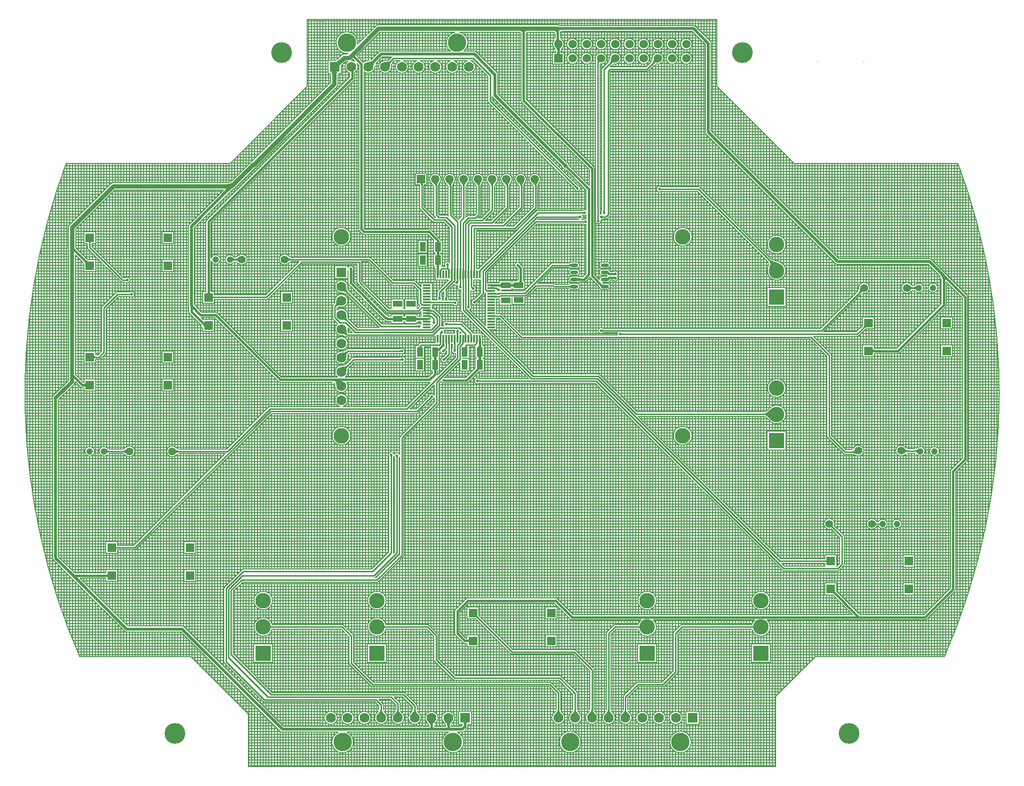
<source format=gtl>
G04*
G04 #@! TF.GenerationSoftware,Altium Limited,Altium Designer,20.0.9 (164)*
G04*
G04 Layer_Physical_Order=1*
G04 Layer_Color=255*
%FSLAX25Y25*%
%MOIN*%
G70*
G01*
G75*
%ADD17C,0.02000*%
%ADD18C,0.01000*%
%ADD19C,0.00800*%
%ADD21R,0.04331X0.06693*%
%ADD22R,0.06102X0.06299*%
%ADD23R,0.06693X0.04331*%
%ADD24R,0.01181X0.05709*%
%ADD25R,0.05709X0.01181*%
%ADD26O,0.05709X0.02362*%
%ADD46C,0.01500*%
%ADD47C,0.02500*%
%ADD48C,0.03000*%
%ADD49C,0.01300*%
%ADD50C,0.04600*%
%ADD51R,0.07000X0.07000*%
%ADD52C,0.07000*%
%ADD53C,0.13000*%
%ADD54C,0.14600*%
%ADD55R,0.05906X0.05906*%
%ADD56C,0.05906*%
%ADD57C,0.05512*%
%ADD58C,0.11000*%
%ADD59R,0.10925X0.10925*%
%ADD60C,0.10925*%
%ADD61C,0.02000*%
%ADD62C,0.03000*%
G36*
X295102Y522050D02*
X295202Y522039D01*
X295579Y522022D01*
X298118Y522000D01*
Y520000D01*
X296191Y519961D01*
X296030Y519940D01*
X295730Y519865D01*
X295470Y519760D01*
X295250Y519625D01*
X295070Y519460D01*
X294930Y519265D01*
X294843Y519068D01*
X294800Y518624D01*
X294753Y517260D01*
X294750Y516701D01*
X293250D01*
X293247Y517260D01*
X293170Y518428D01*
X293130Y518540D01*
X292980Y518765D01*
X292770Y518960D01*
X292500Y519125D01*
X292170Y519260D01*
X291780Y519365D01*
X291330Y519440D01*
X290820Y519485D01*
X290250Y519500D01*
X294000Y521000D01*
X295060Y520614D01*
Y522061D01*
X295102Y522050D01*
D02*
G37*
G36*
X273750Y519500D02*
X273180Y519485D01*
X272670Y519440D01*
X272220Y519365D01*
X271830Y519260D01*
X271500Y519125D01*
X271230Y518960D01*
X271020Y518765D01*
X270870Y518540D01*
X270789Y518311D01*
X270753Y517260D01*
X270750Y516701D01*
X269250D01*
X269247Y517260D01*
X269170Y518428D01*
X269130Y518540D01*
X268980Y518765D01*
X268770Y518960D01*
X268500Y519125D01*
X268170Y519260D01*
X267780Y519365D01*
X267330Y519440D01*
X266820Y519485D01*
X266250Y519500D01*
X270000Y522500D01*
X273750Y519500D01*
D02*
G37*
G36*
X294764Y514458D02*
X294807Y514208D01*
X294879Y513964D01*
X294979Y513726D01*
X295108Y513494D01*
X295265Y513269D01*
X295451Y513050D01*
X295665Y512836D01*
X295908Y512629D01*
X296180Y512428D01*
X292106Y511728D01*
X292323Y512041D01*
X292689Y512639D01*
X292838Y512924D01*
X292964Y513200D01*
X293067Y513468D01*
X293147Y513726D01*
X293204Y513975D01*
X293239Y514216D01*
X293250Y514447D01*
X294750Y514714D01*
X294764Y514458D01*
D02*
G37*
G36*
X296317Y507634D02*
X296093Y507377D01*
X295895Y507123D01*
X295724Y506869D01*
X295579Y506616D01*
X295461Y506365D01*
X295369Y506115D01*
X295303Y505866D01*
X295263Y505619D01*
X295250Y505372D01*
X293750D01*
X293737Y505619D01*
X293697Y505866D01*
X293632Y506115D01*
X293539Y506365D01*
X293421Y506616D01*
X293276Y506869D01*
X293105Y507123D01*
X292907Y507377D01*
X292683Y507634D01*
X292433Y507891D01*
X296567D01*
X296317Y507634D01*
D02*
G37*
G36*
X295257Y504153D02*
X295280Y503896D01*
X295318Y503670D01*
X295370Y503473D01*
X295438Y503307D01*
X295520Y503171D01*
X295618Y503065D01*
X295730Y502989D01*
X295858Y502944D01*
X296000Y502929D01*
X293000D01*
X293143Y502944D01*
X293270Y502989D01*
X293383Y503065D01*
X293480Y503171D01*
X293563Y503307D01*
X293630Y503473D01*
X293683Y503670D01*
X293720Y503896D01*
X293742Y504153D01*
X293750Y504441D01*
X295250D01*
X295257Y504153D01*
D02*
G37*
G36*
X151002Y502415D02*
X151064Y502278D01*
X151168Y502109D01*
X151312Y501907D01*
X151726Y501405D01*
X152658Y500407D01*
X153051Y500009D01*
X151991Y498949D01*
X151593Y499342D01*
X149891Y500832D01*
X149722Y500936D01*
X149585Y500998D01*
X149480Y501019D01*
X150981Y502520D01*
X151002Y502415D01*
D02*
G37*
G36*
X509462Y497724D02*
X509489Y497709D01*
X509520Y497695D01*
X509558Y497683D01*
X509600Y497673D01*
X509648Y497665D01*
X509760Y497654D01*
X509824Y497651D01*
X509894Y497650D01*
Y497550D01*
X509824Y497549D01*
X509648Y497535D01*
X509600Y497527D01*
X509558Y497517D01*
X509520Y497505D01*
X509489Y497491D01*
X509462Y497476D01*
X509441Y497459D01*
X509300Y497600D01*
X509441Y497742D01*
X509462Y497724D01*
D02*
G37*
G36*
X509300Y497600D02*
X509159Y497459D01*
X509138Y497476D01*
X509111Y497491D01*
X509080Y497505D01*
X509042Y497517D01*
X509000Y497527D01*
X508952Y497535D01*
X508776Y497549D01*
X508706Y497550D01*
Y497650D01*
X508776Y497651D01*
X508840Y497654D01*
X508952Y497665D01*
X509000Y497673D01*
X509042Y497683D01*
X509080Y497695D01*
X509111Y497709D01*
X509138Y497724D01*
X509159Y497742D01*
X509300Y497600D01*
D02*
G37*
G36*
X477062Y497724D02*
X477089Y497709D01*
X477120Y497695D01*
X477158Y497683D01*
X477200Y497673D01*
X477248Y497665D01*
X477360Y497654D01*
X477424Y497651D01*
X477494Y497650D01*
Y497550D01*
X477424Y497549D01*
X477248Y497535D01*
X477200Y497527D01*
X477158Y497517D01*
X477120Y497505D01*
X477089Y497491D01*
X477062Y497476D01*
X477041Y497459D01*
X476900Y497600D01*
X477041Y497742D01*
X477062Y497724D01*
D02*
G37*
G36*
X476900Y497600D02*
X476759Y497459D01*
X476738Y497476D01*
X476711Y497491D01*
X476680Y497505D01*
X476642Y497517D01*
X476600Y497527D01*
X476552Y497535D01*
X476376Y497549D01*
X476306Y497550D01*
Y497650D01*
X476376Y497651D01*
X476440Y497654D01*
X476552Y497665D01*
X476600Y497673D01*
X476642Y497683D01*
X476680Y497695D01*
X476711Y497709D01*
X476738Y497724D01*
X476759Y497742D01*
X476900Y497600D01*
D02*
G37*
G36*
X142909Y497488D02*
X142314Y496872D01*
X141378Y495767D01*
X141038Y495279D01*
X140782Y494833D01*
X140611Y494430D01*
X140525Y494070D01*
X140524Y493753D01*
X140608Y493478D01*
X140776Y493245D01*
X136545Y497476D01*
X136778Y497307D01*
X137053Y497224D01*
X137370Y497225D01*
X137730Y497311D01*
X138133Y497482D01*
X138579Y497738D01*
X139067Y498078D01*
X139598Y498504D01*
X140788Y499609D01*
X142909Y497488D01*
D02*
G37*
G36*
X364471Y497047D02*
X364046Y497044D01*
X363285Y496993D01*
X362949Y496944D01*
X362642Y496880D01*
X362364Y496802D01*
X362115Y496708D01*
X361895Y496599D01*
X361704Y496475D01*
X361543Y496336D01*
X360836Y497043D01*
X360975Y497204D01*
X361099Y497395D01*
X361208Y497614D01*
X361302Y497863D01*
X361381Y498142D01*
X361444Y498449D01*
X361493Y498785D01*
X361544Y499546D01*
X361547Y499970D01*
X364471Y497047D01*
D02*
G37*
G36*
X334471D02*
X334046Y497044D01*
X333285Y496993D01*
X332949Y496944D01*
X332642Y496880D01*
X332364Y496802D01*
X332115Y496708D01*
X331895Y496599D01*
X331704Y496475D01*
X331543Y496336D01*
X330836Y497043D01*
X330975Y497204D01*
X331099Y497395D01*
X331208Y497614D01*
X331302Y497863D01*
X331381Y498142D01*
X331444Y498449D01*
X331493Y498785D01*
X331544Y499546D01*
X331547Y499970D01*
X334471Y497047D01*
D02*
G37*
G36*
X176988Y497581D02*
X176833Y497399D01*
X176696Y497178D01*
X176575Y496919D01*
X176470Y496622D01*
X176383Y496287D01*
X176313Y495913D01*
X176259Y495501D01*
X176203Y494562D01*
X176200Y494035D01*
X172735Y497500D01*
X173262Y497503D01*
X174201Y497559D01*
X174613Y497613D01*
X174987Y497683D01*
X175322Y497770D01*
X175619Y497874D01*
X175878Y497996D01*
X176099Y498133D01*
X176281Y498288D01*
X176988Y497581D01*
D02*
G37*
G36*
X165464Y497150D02*
X165258Y496923D01*
X165074Y496678D01*
X164913Y496414D01*
X164773Y496131D01*
X164656Y495829D01*
X164560Y495508D01*
X164487Y495168D01*
X164436Y494809D01*
X164407Y494432D01*
X164400Y494035D01*
X160935Y497500D01*
X161332Y497507D01*
X161709Y497536D01*
X162068Y497587D01*
X162408Y497660D01*
X162729Y497756D01*
X163031Y497873D01*
X163314Y498013D01*
X163578Y498174D01*
X163823Y498358D01*
X164049Y498564D01*
X165464Y497150D01*
D02*
G37*
G36*
X139715Y490482D02*
X139460Y490392D01*
X139235Y490242D01*
X139040Y490032D01*
X138875Y489762D01*
X138740Y489432D01*
X138635Y489042D01*
X138560Y488592D01*
X138515Y488082D01*
X138500Y487512D01*
X135500D01*
X135485Y488082D01*
X135440Y488592D01*
X135365Y489042D01*
X135260Y489432D01*
X135125Y489762D01*
X134960Y490032D01*
X134765Y490242D01*
X134540Y490392D01*
X134285Y490482D01*
X134000Y490512D01*
X140000D01*
X139715Y490482D01*
D02*
G37*
G36*
X299485Y426000D02*
X298000Y424515D01*
X297994Y424535D01*
X297975Y424566D01*
X297943Y424608D01*
X297842Y424726D01*
X297486Y425099D01*
X297366Y425220D01*
X298780Y426634D01*
X299485Y426000D01*
D02*
G37*
G36*
X301005Y424399D02*
X301022Y424310D01*
X301051Y424218D01*
X301092Y424122D01*
X301144Y424023D01*
X301209Y423920D01*
X301285Y423814D01*
X301373Y423704D01*
X301585Y423475D01*
X300525Y422415D01*
X300408Y422527D01*
X300186Y422715D01*
X300080Y422791D01*
X299977Y422856D01*
X299878Y422908D01*
X299782Y422949D01*
X299690Y422978D01*
X299601Y422995D01*
X299515Y423000D01*
X301000Y424485D01*
X301005Y424399D01*
D02*
G37*
G36*
X199405Y412049D02*
X199320Y412019D01*
X199245Y411969D01*
X199180Y411899D01*
X199125Y411809D01*
X199080Y411699D01*
X199045Y411569D01*
X199020Y411419D01*
X199005Y411249D01*
X199000Y411059D01*
X198000D01*
X197995Y411249D01*
X197980Y411419D01*
X197955Y411569D01*
X197920Y411699D01*
X197875Y411809D01*
X197820Y411899D01*
X197755Y411969D01*
X197680Y412019D01*
X197595Y412049D01*
X197500Y412059D01*
X199500D01*
X199405Y412049D01*
D02*
G37*
G36*
X249769Y412589D02*
X249268Y412015D01*
X249064Y411742D01*
X248892Y411480D01*
X248751Y411228D01*
X248641Y410985D01*
X248563Y410753D01*
X248516Y410531D01*
X248500Y410318D01*
X247500D01*
X247484Y410531D01*
X247437Y410753D01*
X247359Y410985D01*
X247249Y411228D01*
X247108Y411480D01*
X246936Y411742D01*
X246732Y412015D01*
X246231Y412589D01*
X245933Y412891D01*
X250067D01*
X249769Y412589D01*
D02*
G37*
G36*
X229769D02*
X229268Y412015D01*
X229064Y411742D01*
X228892Y411480D01*
X228751Y411228D01*
X228641Y410985D01*
X228563Y410753D01*
X228516Y410531D01*
X228500Y410318D01*
X227500D01*
X227484Y410531D01*
X227437Y410753D01*
X227359Y410985D01*
X227249Y411228D01*
X227108Y411480D01*
X226936Y411742D01*
X226732Y412015D01*
X226231Y412589D01*
X225933Y412891D01*
X230067D01*
X229769Y412589D01*
D02*
G37*
G36*
X280129Y412896D02*
X279502Y411893D01*
X279348Y411601D01*
X279125Y411078D01*
X279056Y410848D01*
X279014Y410639D01*
X279000Y410450D01*
X278000Y410276D01*
X277983Y410503D01*
X277933Y410730D01*
X277849Y410958D01*
X277731Y411187D01*
X277580Y411417D01*
X277395Y411647D01*
X277177Y411877D01*
X276925Y412108D01*
X276639Y412340D01*
X276320Y412572D01*
X280394Y413272D01*
X280129Y412896D01*
D02*
G37*
G36*
X270129D02*
X269502Y411893D01*
X269349Y411601D01*
X269126Y411078D01*
X269056Y410848D01*
X269014Y410639D01*
X269000Y410450D01*
X268000Y410276D01*
X267983Y410503D01*
X267933Y410730D01*
X267849Y410958D01*
X267731Y411187D01*
X267580Y411417D01*
X267395Y411647D01*
X267177Y411877D01*
X266925Y412108D01*
X266639Y412340D01*
X266320Y412572D01*
X270394Y413272D01*
X270129Y412896D01*
D02*
G37*
G36*
X260129D02*
X259502Y411893D01*
X259349Y411601D01*
X259125Y411078D01*
X259056Y410848D01*
X259014Y410639D01*
X259000Y410450D01*
X258000Y410276D01*
X257983Y410503D01*
X257933Y410730D01*
X257849Y410958D01*
X257731Y411187D01*
X257580Y411417D01*
X257395Y411647D01*
X257177Y411877D01*
X256925Y412108D01*
X256639Y412340D01*
X256320Y412572D01*
X260394Y413272D01*
X260129Y412896D01*
D02*
G37*
G36*
X240129D02*
X239502Y411893D01*
X239349Y411601D01*
X239125Y411078D01*
X239056Y410848D01*
X239014Y410639D01*
X239000Y410450D01*
X238000Y410276D01*
X237983Y410503D01*
X237933Y410730D01*
X237849Y410958D01*
X237731Y411187D01*
X237580Y411417D01*
X237395Y411647D01*
X237177Y411877D01*
X236925Y412108D01*
X236639Y412340D01*
X236320Y412572D01*
X240394Y413272D01*
X240129Y412896D01*
D02*
G37*
G36*
X220129D02*
X219502Y411893D01*
X219349Y411601D01*
X219126Y411078D01*
X219056Y410848D01*
X219014Y410639D01*
X219000Y410450D01*
X218000Y410276D01*
X217983Y410503D01*
X217933Y410730D01*
X217849Y410958D01*
X217731Y411187D01*
X217580Y411417D01*
X217395Y411647D01*
X217177Y411877D01*
X216925Y412108D01*
X216639Y412340D01*
X216320Y412572D01*
X220394Y413272D01*
X220129Y412896D01*
D02*
G37*
G36*
X210129D02*
X209502Y411893D01*
X209349Y411601D01*
X209125Y411078D01*
X209056Y410848D01*
X209014Y410639D01*
X209000Y410450D01*
X208000Y410276D01*
X207983Y410503D01*
X207933Y410730D01*
X207849Y410958D01*
X207731Y411187D01*
X207580Y411417D01*
X207395Y411647D01*
X207177Y411877D01*
X206925Y412108D01*
X206639Y412340D01*
X206320Y412572D01*
X210394Y413272D01*
X210129Y412896D01*
D02*
G37*
G36*
X307394Y409816D02*
X307543Y409690D01*
X307613Y409639D01*
X307682Y409596D01*
X307748Y409561D01*
X307812Y409534D01*
X307874Y409515D01*
X307933Y409503D01*
X307990Y409500D01*
X307000Y408510D01*
X306997Y408567D01*
X306985Y408627D01*
X306966Y408688D01*
X306939Y408752D01*
X306904Y408818D01*
X306861Y408887D01*
X306810Y408957D01*
X306751Y409030D01*
X306610Y409183D01*
X307317Y409890D01*
X307394Y409816D01*
D02*
G37*
G36*
X366257Y408662D02*
X366307Y408628D01*
X366364Y408598D01*
X366428Y408572D01*
X366500Y408550D01*
X366579Y408532D01*
X366665Y408518D01*
X366758Y408508D01*
X366966Y408500D01*
Y407500D01*
X366858Y407498D01*
X366665Y407482D01*
X366579Y407468D01*
X366500Y407450D01*
X366428Y407428D01*
X366364Y407402D01*
X366307Y407372D01*
X366257Y407338D01*
X366214Y407300D01*
Y408700D01*
X366257Y408662D01*
D02*
G37*
G36*
X64750Y409950D02*
X63854Y409347D01*
X64751Y408450D01*
X64713Y408429D01*
X64635Y408365D01*
X64356Y408111D01*
X62545Y406331D01*
X61269Y407607D01*
X60422Y407036D01*
X60660Y407304D01*
X60811Y407545D01*
X60873Y407757D01*
X60847Y407941D01*
X60732Y408097D01*
X60530Y408224D01*
X60238Y408323D01*
X59859Y408393D01*
X59392Y408436D01*
X58836Y408450D01*
X61129Y411450D01*
X61720Y411471D01*
X62293Y411535D01*
X62850Y411641D01*
X63388Y411789D01*
X63909Y411980D01*
X64412Y412214D01*
X64898Y412490D01*
X65366Y412808D01*
X65817Y413168D01*
X66250Y413571D01*
X64750Y409950D01*
D02*
G37*
G36*
X327002Y392858D02*
X327018Y392665D01*
X327032Y392579D01*
X327050Y392500D01*
X327072Y392428D01*
X327098Y392364D01*
X327128Y392307D01*
X327162Y392257D01*
X327200Y392214D01*
X325800D01*
X325838Y392257D01*
X325872Y392307D01*
X325902Y392364D01*
X325928Y392428D01*
X325950Y392500D01*
X325968Y392579D01*
X325982Y392665D01*
X325992Y392758D01*
X326000Y392966D01*
X327000D01*
X327002Y392858D01*
D02*
G37*
G36*
X312286Y390800D02*
X312243Y390838D01*
X312193Y390872D01*
X312136Y390902D01*
X312071Y390928D01*
X312000Y390950D01*
X311921Y390968D01*
X311835Y390982D01*
X311742Y390992D01*
X311534Y391000D01*
Y392000D01*
X311642Y392002D01*
X311835Y392018D01*
X311921Y392032D01*
X312000Y392050D01*
X312071Y392072D01*
X312136Y392098D01*
X312193Y392128D01*
X312243Y392162D01*
X312286Y392200D01*
Y390800D01*
D02*
G37*
G36*
X325257Y389162D02*
X325307Y389128D01*
X325364Y389098D01*
X325429Y389072D01*
X325500Y389050D01*
X325579Y389032D01*
X325665Y389018D01*
X325758Y389008D01*
X325966Y389000D01*
Y388000D01*
X325858Y387998D01*
X325665Y387982D01*
X325579Y387968D01*
X325500Y387950D01*
X325429Y387928D01*
X325364Y387902D01*
X325307Y387872D01*
X325257Y387838D01*
X325214Y387800D01*
Y389200D01*
X325257Y389162D01*
D02*
G37*
G36*
X309286Y387800D02*
X309243Y387838D01*
X309193Y387872D01*
X309136Y387902D01*
X309071Y387928D01*
X309000Y387950D01*
X308921Y387968D01*
X308835Y387982D01*
X308742Y387992D01*
X308534Y388000D01*
Y389000D01*
X308642Y389002D01*
X308835Y389018D01*
X308921Y389032D01*
X309000Y389050D01*
X309071Y389072D01*
X309136Y389098D01*
X309193Y389128D01*
X309243Y389162D01*
X309286Y389200D01*
Y387800D01*
D02*
G37*
G36*
X322802Y386947D02*
X322822Y386756D01*
X322839Y386672D01*
X322861Y386597D01*
X322887Y386529D01*
X322919Y386470D01*
X322955Y386419D01*
X322997Y386375D01*
X323043Y386340D01*
X321671Y386060D01*
X321696Y386102D01*
X321718Y386151D01*
X321737Y386208D01*
X321754Y386272D01*
X321768Y386344D01*
X321788Y386509D01*
X321795Y386603D01*
X321800Y386814D01*
X322800Y387054D01*
X322802Y386947D01*
D02*
G37*
G36*
X312786Y384300D02*
X312743Y384338D01*
X312693Y384372D01*
X312636Y384402D01*
X312572Y384428D01*
X312500Y384450D01*
X312421Y384468D01*
X312335Y384482D01*
X312242Y384492D01*
X312034Y384500D01*
Y385500D01*
X312142Y385502D01*
X312335Y385518D01*
X312421Y385532D01*
X312500Y385550D01*
X312572Y385572D01*
X312636Y385598D01*
X312693Y385628D01*
X312743Y385662D01*
X312786Y385700D01*
Y384300D01*
D02*
G37*
G36*
X-34056Y370707D02*
X-34141Y370676D01*
X-34216Y370626D01*
X-34281Y370555D01*
X-34336Y370464D01*
X-34381Y370353D01*
X-34416Y370221D01*
X-34441Y370069D01*
X-34456Y369897D01*
X-34461Y369705D01*
X-35461D01*
X-35466Y369897D01*
X-35481Y370069D01*
X-35506Y370221D01*
X-35541Y370353D01*
X-35586Y370464D01*
X-35641Y370555D01*
X-35706Y370626D01*
X-35781Y370676D01*
X-35866Y370707D01*
X-35961Y370717D01*
X-33961D01*
X-34056Y370707D01*
D02*
G37*
G36*
X-45979Y366692D02*
X-45917Y366555D01*
X-45814Y366385D01*
X-45669Y366183D01*
X-45255Y365681D01*
X-44323Y364683D01*
X-43930Y364286D01*
X-44990Y363225D01*
X-45388Y363618D01*
X-47090Y365109D01*
X-47260Y365212D01*
X-47396Y365274D01*
X-47501Y365295D01*
X-47370Y365427D01*
X-47501Y365545D01*
X-46250Y366796D01*
X-46232Y366742D01*
X-46180Y366657D01*
X-46162Y366634D01*
X-46000Y366796D01*
X-45979Y366692D01*
D02*
G37*
G36*
X211173Y364162D02*
X211045Y364117D01*
X210932Y364041D01*
X210835Y363936D01*
X210753Y363800D01*
X210685Y363633D01*
X210632Y363437D01*
X210595Y363210D01*
X210573Y362953D01*
X210565Y362666D01*
X209065D01*
X209057Y362953D01*
X209035Y363210D01*
X208998Y363437D01*
X208945Y363633D01*
X208877Y363800D01*
X208795Y363936D01*
X208698Y364041D01*
X208585Y364117D01*
X208457Y364162D01*
X208315Y364178D01*
X211315D01*
X211173Y364162D01*
D02*
G37*
G36*
X210573Y361547D02*
X210595Y361290D01*
X210632Y361063D01*
X210685Y360867D01*
X210753Y360700D01*
X210835Y360564D01*
X210932Y360458D01*
X211045Y360383D01*
X211173Y360338D01*
X211315Y360322D01*
X208315D01*
X208457Y360338D01*
X208585Y360383D01*
X208698Y360458D01*
X208795Y360564D01*
X208877Y360700D01*
X208945Y360867D01*
X208998Y361063D01*
X209035Y361290D01*
X209057Y361547D01*
X209065Y361835D01*
X210565D01*
X210573Y361547D01*
D02*
G37*
G36*
X65417Y359899D02*
X65837Y359544D01*
X66040Y359400D01*
X66241Y359278D01*
X66437Y359178D01*
X66629Y359100D01*
X66818Y359044D01*
X67003Y359011D01*
X67184Y359000D01*
Y358000D01*
X67003Y357989D01*
X66818Y357956D01*
X66629Y357900D01*
X66437Y357822D01*
X66241Y357722D01*
X66040Y357600D01*
X65837Y357456D01*
X65628Y357290D01*
X65417Y357101D01*
X65201Y356890D01*
Y360110D01*
X65417Y359899D01*
D02*
G37*
G36*
X104244Y360158D02*
X104772Y359700D01*
X105024Y359514D01*
X105267Y359357D01*
X105503Y359229D01*
X105730Y359129D01*
X105950Y359057D01*
X106161Y359014D01*
X106364Y359000D01*
Y358000D01*
X106161Y357986D01*
X105950Y357943D01*
X105730Y357871D01*
X105503Y357771D01*
X105267Y357643D01*
X105024Y357486D01*
X104772Y357300D01*
X104512Y357085D01*
X103968Y356571D01*
Y360429D01*
X104244Y360158D01*
D02*
G37*
G36*
X70032Y356571D02*
X69756Y356842D01*
X69228Y357300D01*
X68976Y357486D01*
X68733Y357643D01*
X68497Y357771D01*
X68270Y357871D01*
X68050Y357943D01*
X67839Y357986D01*
X67636Y358000D01*
Y359000D01*
X67839Y359014D01*
X68050Y359057D01*
X68270Y359129D01*
X68497Y359229D01*
X68733Y359357D01*
X68976Y359514D01*
X69228Y359700D01*
X69488Y359915D01*
X70032Y360429D01*
Y356571D01*
D02*
G37*
G36*
X-37691Y358057D02*
X-37138Y357588D01*
X-36894Y357417D01*
X-36671Y357289D01*
X-36470Y357203D01*
X-36290Y357159D01*
X-36131Y357158D01*
X-35994Y357199D01*
X-35879Y357283D01*
X-37988Y355174D01*
X-37904Y355289D01*
X-37863Y355426D01*
X-37864Y355585D01*
X-37908Y355765D01*
X-37994Y355966D01*
X-38122Y356189D01*
X-38293Y356433D01*
X-38506Y356699D01*
X-39060Y357295D01*
X-38000Y358356D01*
X-37691Y358057D01*
D02*
G37*
G36*
X217162Y354243D02*
X217128Y354193D01*
X217098Y354136D01*
X217072Y354071D01*
X217050Y354000D01*
X217032Y353921D01*
X217018Y353835D01*
X217008Y353742D01*
X217000Y353534D01*
X216000D01*
X215998Y353642D01*
X215982Y353835D01*
X215968Y353921D01*
X215950Y354000D01*
X215928Y354071D01*
X215902Y354136D01*
X215872Y354193D01*
X215838Y354243D01*
X215800Y354286D01*
X217200D01*
X217162Y354243D01*
D02*
G37*
G36*
X303488Y353509D02*
X303474Y353603D01*
X303431Y353686D01*
X303358Y353760D01*
X303257Y353823D01*
X303126Y353877D01*
X302967Y353922D01*
X302779Y353956D01*
X302561Y353980D01*
X302315Y353995D01*
X302040Y354000D01*
Y355000D01*
X302315Y355005D01*
X302779Y355044D01*
X302967Y355079D01*
X303126Y355123D01*
X303257Y355177D01*
X303358Y355240D01*
X303431Y355314D01*
X303474Y355397D01*
X303488Y355490D01*
Y353509D01*
D02*
G37*
G36*
X443905Y357839D02*
X444142Y357713D01*
X444482Y357558D01*
X446112Y356926D01*
X449713Y355691D01*
X442848Y352321D01*
X443088Y353054D01*
X443407Y354375D01*
X443485Y354963D01*
X443509Y355503D01*
X443479Y355994D01*
X443395Y356437D01*
X443257Y356831D01*
X443065Y357176D01*
X442819Y357474D01*
X443769Y357938D01*
X443905Y357839D01*
D02*
G37*
G36*
X211122Y353662D02*
X210994Y353617D01*
X210882Y353541D01*
X210784Y353436D01*
X210702Y353299D01*
X210634Y353133D01*
X210582Y352937D01*
X210544Y352710D01*
X210522Y352453D01*
X210514Y352166D01*
X209014D01*
X209007Y352453D01*
X208984Y352710D01*
X208947Y352937D01*
X208894Y353133D01*
X208827Y353299D01*
X208744Y353436D01*
X208647Y353541D01*
X208534Y353617D01*
X208407Y353662D01*
X208264Y353678D01*
X211264D01*
X211122Y353662D01*
D02*
G37*
G36*
X235828Y351790D02*
X235877Y351020D01*
X235890Y350990D01*
X235905Y350980D01*
X234748D01*
X234763Y350990D01*
X234776Y351020D01*
X234788Y351070D01*
X234799Y351140D01*
X234814Y351340D01*
X234827Y351980D01*
X235827D01*
X235828Y351790D01*
D02*
G37*
G36*
X233859D02*
X233909Y351020D01*
X233922Y350990D01*
X233937Y350980D01*
X232780D01*
X232795Y350990D01*
X232808Y351020D01*
X232820Y351070D01*
X232830Y351140D01*
X232846Y351340D01*
X232858Y351980D01*
X233858D01*
X233859Y351790D01*
D02*
G37*
G36*
X231891D02*
X231940Y351020D01*
X231953Y350990D01*
X231968Y350980D01*
X230811D01*
X230826Y350990D01*
X230839Y351020D01*
X230851Y351070D01*
X230861Y351140D01*
X230877Y351340D01*
X230890Y351980D01*
X231890D01*
X231891Y351790D01*
D02*
G37*
G36*
X229922D02*
X229972Y351020D01*
X229985Y350990D01*
X230000Y350980D01*
X228843D01*
X228858Y350990D01*
X228871Y351020D01*
X228883Y351070D01*
X228893Y351140D01*
X228909Y351340D01*
X228921Y351980D01*
X229921D01*
X229922Y351790D01*
D02*
G37*
G36*
X227954D02*
X228003Y351020D01*
X228016Y350990D01*
X228031Y350980D01*
X226874D01*
X226889Y350990D01*
X226903Y351020D01*
X226914Y351070D01*
X226924Y351140D01*
X226940Y351340D01*
X226953Y351980D01*
X227953D01*
X227954Y351790D01*
D02*
G37*
G36*
X225985D02*
X226034Y351020D01*
X226048Y350990D01*
X226063Y350980D01*
X224906D01*
X224921Y350990D01*
X224934Y351020D01*
X224946Y351070D01*
X224956Y351140D01*
X224972Y351340D01*
X224984Y351980D01*
X225984D01*
X225985Y351790D01*
D02*
G37*
G36*
X224017D02*
X224066Y351020D01*
X224079Y350990D01*
X224094Y350980D01*
X222937D01*
X222952Y350990D01*
X222966Y351020D01*
X222977Y351070D01*
X222988Y351140D01*
X223003Y351340D01*
X223016Y351980D01*
X224016D01*
X224017Y351790D01*
D02*
G37*
G36*
X222048D02*
X222097Y351020D01*
X222111Y350990D01*
X222126Y350980D01*
X220969D01*
X220984Y350990D01*
X220997Y351020D01*
X221009Y351070D01*
X221019Y351140D01*
X221035Y351340D01*
X221047Y351980D01*
X222047D01*
X222048Y351790D01*
D02*
G37*
G36*
X220080D02*
X220129Y351020D01*
X220142Y350990D01*
X220157Y350980D01*
X219000D01*
X219015Y350990D01*
X219028Y351020D01*
X219040Y351070D01*
X219051Y351140D01*
X219066Y351340D01*
X219079Y351980D01*
X220079D01*
X220080Y351790D01*
D02*
G37*
G36*
X233922Y345286D02*
X233909Y345255D01*
X233897Y345205D01*
X233887Y345135D01*
X233871Y344935D01*
X233858Y344296D01*
X232858D01*
X232857Y344485D01*
X232808Y345255D01*
X232795Y345286D01*
X232780Y345296D01*
X233937D01*
X233922Y345286D01*
D02*
G37*
G36*
X231953D02*
X231940Y345255D01*
X231928Y345205D01*
X231918Y345135D01*
X231902Y344935D01*
X231890Y344296D01*
X230890D01*
X230889Y344485D01*
X230839Y345255D01*
X230826Y345286D01*
X230811Y345296D01*
X231968D01*
X231953Y345286D01*
D02*
G37*
G36*
X229985D02*
X229972Y345255D01*
X229960Y345205D01*
X229949Y345135D01*
X229934Y344935D01*
X229921Y344296D01*
X228921D01*
X228920Y344485D01*
X228871Y345255D01*
X228858Y345286D01*
X228843Y345296D01*
X230000D01*
X229985Y345286D01*
D02*
G37*
G36*
X228016D02*
X228003Y345255D01*
X227991Y345205D01*
X227981Y345135D01*
X227965Y344935D01*
X227953Y344296D01*
X226953D01*
X226952Y344485D01*
X226903Y345255D01*
X226889Y345286D01*
X226874Y345296D01*
X228031D01*
X228016Y345286D01*
D02*
G37*
G36*
X226048D02*
X226034Y345255D01*
X226023Y345205D01*
X226012Y345135D01*
X225997Y344935D01*
X225984Y344296D01*
X224984D01*
X224983Y344485D01*
X224934Y345255D01*
X224921Y345286D01*
X224906Y345296D01*
X226063D01*
X226048Y345286D01*
D02*
G37*
G36*
X224079D02*
X224066Y345255D01*
X224054Y345205D01*
X224044Y345135D01*
X224028Y344935D01*
X224016Y344296D01*
X223016D01*
X223015Y344485D01*
X222966Y345255D01*
X222952Y345286D01*
X222937Y345296D01*
X224094D01*
X224079Y345286D01*
D02*
G37*
G36*
X222111D02*
X222097Y345255D01*
X222086Y345205D01*
X222076Y345135D01*
X222060Y344935D01*
X222047Y344296D01*
X221047D01*
X221046Y344485D01*
X220997Y345255D01*
X220984Y345286D01*
X220969Y345296D01*
X222126D01*
X222111Y345286D01*
D02*
G37*
G36*
X220125D02*
X220096Y345255D01*
X220071Y345205D01*
X220049Y345135D01*
X220030Y345045D01*
X220015Y344935D01*
X219995Y344655D01*
X219988Y344296D01*
X218988D01*
X219000Y345296D01*
X220157D01*
X220125Y345286D01*
D02*
G37*
G36*
X565500Y347000D02*
X567311Y344129D01*
X567109Y344315D01*
X566929Y344450D01*
X566770Y344535D01*
X566632Y344567D01*
X566515Y344549D01*
X566420Y344480D01*
X566346Y344359D01*
X566292Y344187D01*
X566261Y343964D01*
X566250Y343689D01*
X564750Y344836D01*
X564736Y345135D01*
X564693Y345432D01*
X564623Y345728D01*
X564524Y346022D01*
X564396Y346314D01*
X564241Y346605D01*
X564057Y346894D01*
X563845Y347181D01*
X563604Y347466D01*
X563336Y347750D01*
X565500Y347000D01*
D02*
G37*
G36*
X308116Y345470D02*
X308220Y345424D01*
X308346Y345383D01*
X308493Y345348D01*
X308663Y345318D01*
X309069Y345274D01*
X309563Y345253D01*
X309843Y345250D01*
Y343750D01*
X309563Y343747D01*
X308663Y343682D01*
X308493Y343652D01*
X308346Y343617D01*
X308220Y343576D01*
X308116Y343530D01*
X308034Y343479D01*
Y345521D01*
X308116Y345470D01*
D02*
G37*
G36*
X-9214Y343300D02*
X-9257Y343338D01*
X-9307Y343372D01*
X-9364Y343402D01*
X-9428Y343428D01*
X-9500Y343450D01*
X-9579Y343468D01*
X-9665Y343482D01*
X-9758Y343492D01*
X-9966Y343500D01*
Y344500D01*
X-9859Y344502D01*
X-9665Y344518D01*
X-9579Y344532D01*
X-9500Y344550D01*
X-9428Y344572D01*
X-9364Y344598D01*
X-9307Y344628D01*
X-9257Y344662D01*
X-9214Y344700D01*
Y343300D01*
D02*
G37*
G36*
X268758Y343868D02*
X268780Y343613D01*
X268817Y343388D01*
X268870Y343193D01*
X268937Y343028D01*
X269020Y342893D01*
X269117Y342788D01*
X269230Y342713D01*
X269357Y342668D01*
X269500Y342653D01*
X266500D01*
X266642Y342668D01*
X266770Y342713D01*
X266882Y342788D01*
X266980Y342893D01*
X267062Y343028D01*
X267130Y343193D01*
X267182Y343388D01*
X267220Y343613D01*
X267243Y343868D01*
X267250Y344153D01*
X268750D01*
X268758Y343868D01*
D02*
G37*
G36*
X224016Y343457D02*
X223954Y342301D01*
X222769Y342973D01*
X222816Y342990D01*
X222858Y343017D01*
X222895Y343054D01*
X222927Y343101D01*
X222954Y343159D01*
X222976Y343227D01*
X222994Y343305D01*
X223006Y343393D01*
X223013Y343491D01*
X223016Y343600D01*
X224016Y343457D01*
D02*
G37*
G36*
X263178Y338907D02*
X263162Y339050D01*
X263117Y339177D01*
X263041Y339290D01*
X262936Y339387D01*
X262800Y339470D01*
X262633Y339537D01*
X262437Y339590D01*
X262210Y339627D01*
X262000Y339646D01*
X261790Y339627D01*
X261563Y339590D01*
X261367Y339537D01*
X261200Y339470D01*
X261064Y339387D01*
X260959Y339290D01*
X260883Y339177D01*
X260838Y339050D01*
X260822Y338907D01*
Y341907D01*
X260838Y341765D01*
X260883Y341637D01*
X260959Y341525D01*
X261064Y341427D01*
X261200Y341345D01*
X261367Y341277D01*
X261563Y341225D01*
X261790Y341187D01*
X262000Y341169D01*
X262210Y341187D01*
X262437Y341225D01*
X262633Y341277D01*
X262800Y341345D01*
X262936Y341427D01*
X263041Y341525D01*
X263117Y341637D01*
X263162Y341765D01*
X263178Y341907D01*
Y338907D01*
D02*
G37*
G36*
X226002Y340358D02*
X226018Y340165D01*
X226032Y340079D01*
X226050Y340000D01*
X226072Y339929D01*
X226098Y339864D01*
X226128Y339807D01*
X226162Y339757D01*
X226200Y339714D01*
X224800D01*
X224838Y339757D01*
X224872Y339807D01*
X224902Y339864D01*
X224928Y339929D01*
X224950Y340000D01*
X224968Y340079D01*
X224982Y340165D01*
X224992Y340258D01*
X225000Y340466D01*
X226000D01*
X226002Y340358D01*
D02*
G37*
G36*
X324680Y341447D02*
X325207Y341003D01*
X325444Y340840D01*
X325663Y340715D01*
X325865Y340628D01*
X326050Y340580D01*
X326217Y340570D01*
X326366Y340600D01*
X326497Y340667D01*
X324416Y339195D01*
X324395Y339289D01*
X324354Y339395D01*
X324294Y339513D01*
X324214Y339642D01*
X324115Y339783D01*
X323859Y340101D01*
X323525Y340465D01*
X323329Y340665D01*
X324390Y341726D01*
X324680Y341447D01*
D02*
G37*
G36*
X254178Y338815D02*
X254162Y338958D01*
X254117Y339085D01*
X254042Y339197D01*
X253936Y339295D01*
X253800Y339377D01*
X253633Y339445D01*
X253437Y339497D01*
X253210Y339535D01*
X252953Y339558D01*
X252665Y339565D01*
Y341065D01*
X252953Y341073D01*
X253210Y341095D01*
X253437Y341132D01*
X253633Y341185D01*
X253800Y341252D01*
X253936Y341335D01*
X254042Y341432D01*
X254117Y341545D01*
X254162Y341672D01*
X254178Y341815D01*
Y338815D01*
D02*
G37*
G36*
X303488Y338509D02*
X303474Y338603D01*
X303431Y338686D01*
X303358Y338760D01*
X303257Y338823D01*
X303126Y338877D01*
X302967Y338921D01*
X302779Y338956D01*
X302561Y338980D01*
X302315Y338995D01*
X302040Y339000D01*
Y340000D01*
X302315Y340005D01*
X302779Y340044D01*
X302967Y340078D01*
X303126Y340123D01*
X303257Y340177D01*
X303358Y340240D01*
X303431Y340314D01*
X303474Y340397D01*
X303488Y340491D01*
Y338509D01*
D02*
G37*
G36*
X234132Y339348D02*
X234345Y339162D01*
X234410Y339115D01*
X234529Y339041D01*
X234583Y339015D01*
X234634Y338995D01*
X234682Y338983D01*
X233520Y338201D01*
X233528Y338259D01*
X233526Y338319D01*
X233515Y338381D01*
X233495Y338446D01*
X233466Y338512D01*
X233428Y338581D01*
X233381Y338652D01*
X233324Y338725D01*
X233259Y338801D01*
X233185Y338879D01*
X234054Y339424D01*
X234132Y339348D01*
D02*
G37*
G36*
X249990Y338859D02*
X250018Y338845D01*
X250066Y338834D01*
X250133Y338824D01*
X250324Y338808D01*
X250753Y338796D01*
X250934Y338795D01*
Y337795D01*
X250753Y337794D01*
X250018Y337745D01*
X249990Y337732D01*
X249980Y337717D01*
Y338874D01*
X249990Y338859D01*
D02*
G37*
G36*
X546357Y336890D02*
X546142Y337101D01*
X545722Y337456D01*
X545518Y337600D01*
X545318Y337722D01*
X545121Y337822D01*
X544929Y337900D01*
X544740Y337956D01*
X544556Y337989D01*
X544375Y338000D01*
Y339000D01*
X544556Y339011D01*
X544740Y339044D01*
X544929Y339100D01*
X545121Y339178D01*
X545318Y339278D01*
X545518Y339400D01*
X545722Y339544D01*
X545930Y339710D01*
X546142Y339899D01*
X546357Y340110D01*
Y336890D01*
D02*
G37*
G36*
X251699Y338241D02*
X251848Y338120D01*
X251919Y338072D01*
X251988Y338034D01*
X252054Y338005D01*
X252119Y337985D01*
X252181Y337974D01*
X252241Y337972D01*
X252299Y337980D01*
X251517Y336819D01*
X251505Y336866D01*
X251485Y336917D01*
X251459Y336971D01*
X251426Y337029D01*
X251385Y337090D01*
X251283Y337223D01*
X251221Y337294D01*
X251076Y337446D01*
X251621Y338315D01*
X251699Y338241D01*
D02*
G37*
G36*
X541744Y340158D02*
X542272Y339700D01*
X542524Y339514D01*
X542767Y339357D01*
X543003Y339229D01*
X543230Y339129D01*
X543450Y339057D01*
X543661Y339014D01*
X543864Y339000D01*
Y338000D01*
X543661Y337986D01*
X543450Y337943D01*
X543230Y337871D01*
X543003Y337771D01*
X542767Y337643D01*
X542524Y337486D01*
X542272Y337300D01*
X542012Y337085D01*
X541468Y336571D01*
Y340429D01*
X541744Y340158D01*
D02*
G37*
G36*
X145503Y338938D02*
X145559Y337999D01*
X145613Y337587D01*
X145683Y337213D01*
X145771Y336878D01*
X145875Y336581D01*
X145995Y336322D01*
X146133Y336101D01*
X146288Y335919D01*
X145581Y335212D01*
X145399Y335367D01*
X145178Y335505D01*
X144919Y335626D01*
X144622Y335730D01*
X144287Y335817D01*
X143913Y335887D01*
X143501Y335941D01*
X142562Y335997D01*
X142035Y336000D01*
X145500Y339465D01*
X145503Y338938D01*
D02*
G37*
G36*
X509472Y335744D02*
X509085Y335741D01*
X508389Y335691D01*
X508079Y335645D01*
X507796Y335583D01*
X507538Y335508D01*
X507307Y335418D01*
X507101Y335313D01*
X506922Y335194D01*
X506768Y335061D01*
X506061Y335768D01*
X506194Y335922D01*
X506313Y336101D01*
X506418Y336307D01*
X506508Y336538D01*
X506583Y336796D01*
X506644Y337079D01*
X506691Y337389D01*
X506723Y337724D01*
X506744Y338472D01*
X509472Y335744D01*
D02*
G37*
G36*
X249990Y334922D02*
X250020Y334909D01*
X250070Y334897D01*
X250140Y334887D01*
X250340Y334871D01*
X250980Y334858D01*
Y333858D01*
X250790Y333857D01*
X250020Y333808D01*
X249990Y333795D01*
X249980Y333780D01*
Y334937D01*
X249990Y334922D01*
D02*
G37*
G36*
X-6214Y333300D02*
X-6257Y333338D01*
X-6307Y333372D01*
X-6364Y333402D01*
X-6429Y333428D01*
X-6500Y333450D01*
X-6579Y333468D01*
X-6665Y333482D01*
X-6758Y333492D01*
X-6966Y333500D01*
Y334500D01*
X-6859Y334502D01*
X-6665Y334518D01*
X-6579Y334532D01*
X-6500Y334550D01*
X-6429Y334572D01*
X-6364Y334598D01*
X-6307Y334628D01*
X-6257Y334662D01*
X-6214Y334700D01*
Y333300D01*
D02*
G37*
G36*
X249990Y332953D02*
X250020Y332940D01*
X250070Y332928D01*
X250140Y332918D01*
X250340Y332902D01*
X250980Y332890D01*
Y331890D01*
X250790Y331889D01*
X250020Y331839D01*
X249990Y331826D01*
X249980Y331811D01*
Y332968D01*
X249990Y332953D01*
D02*
G37*
G36*
X211502Y332358D02*
X211518Y332165D01*
X211532Y332079D01*
X211550Y332000D01*
X211572Y331928D01*
X211598Y331864D01*
X211628Y331807D01*
X211662Y331757D01*
X211700Y331714D01*
X210300D01*
X210338Y331757D01*
X210372Y331807D01*
X210402Y331864D01*
X210428Y331928D01*
X210450Y332000D01*
X210468Y332079D01*
X210482Y332165D01*
X210492Y332258D01*
X210500Y332466D01*
X211500D01*
X211502Y332358D01*
D02*
G37*
G36*
X216002Y331858D02*
X216018Y331665D01*
X216032Y331579D01*
X216050Y331500D01*
X216072Y331429D01*
X216098Y331364D01*
X216128Y331307D01*
X216162Y331257D01*
X216200Y331214D01*
X214800D01*
X214838Y331257D01*
X214872Y331307D01*
X214902Y331364D01*
X214928Y331429D01*
X214950Y331500D01*
X214968Y331579D01*
X214982Y331665D01*
X214992Y331758D01*
X215000Y331966D01*
X216000D01*
X216002Y331858D01*
D02*
G37*
G36*
X236890Y329183D02*
X236816Y329106D01*
X236690Y328957D01*
X236639Y328887D01*
X236596Y328818D01*
X236561Y328752D01*
X236534Y328688D01*
X236515Y328626D01*
X236503Y328567D01*
X236500Y328510D01*
X235510Y329500D01*
X235567Y329503D01*
X235627Y329515D01*
X235688Y329534D01*
X235752Y329561D01*
X235818Y329596D01*
X235887Y329639D01*
X235957Y329690D01*
X236030Y329749D01*
X236183Y329890D01*
X236890Y329183D01*
D02*
G37*
G36*
X204714Y328987D02*
X204745Y328948D01*
X204795Y328913D01*
X204865Y328883D01*
X204955Y328858D01*
X205065Y328837D01*
X205194Y328821D01*
X205515Y328802D01*
X205704Y328800D01*
Y327800D01*
X204704Y327874D01*
Y329031D01*
X204714Y328987D01*
D02*
G37*
G36*
X221109Y327547D02*
X221079Y327595D01*
X221040Y327638D01*
X220993Y327676D01*
X220937Y327709D01*
X220872Y327737D01*
X220799Y327759D01*
X220717Y327777D01*
X220627Y327790D01*
X220528Y327798D01*
X220420Y327800D01*
X220800Y328800D01*
X220911Y328801D01*
X221339Y328830D01*
X221399Y328840D01*
X221450Y328853D01*
X221494Y328866D01*
X221529Y328882D01*
X221109Y327547D01*
D02*
G37*
G36*
X141612Y326022D02*
X141110Y326068D01*
X140210Y326091D01*
X139812Y326067D01*
X139448Y326021D01*
X139119Y325951D01*
X138824Y325858D01*
X138564Y325741D01*
X138338Y325602D01*
X138146Y325439D01*
X137511Y326219D01*
X137655Y326388D01*
X137789Y326600D01*
X137913Y326854D01*
X138028Y327151D01*
X138133Y327489D01*
X138229Y327871D01*
X138391Y328760D01*
X138514Y329819D01*
X141612Y326022D01*
D02*
G37*
G36*
X231892Y326443D02*
X231909Y326250D01*
X231924Y326165D01*
X231943Y326087D01*
X231967Y326016D01*
X231995Y325953D01*
X232027Y325897D01*
X232064Y325848D01*
X232104Y325807D01*
X230707Y325730D01*
X230741Y325773D01*
X230773Y325824D01*
X230800Y325882D01*
X230824Y325947D01*
X230844Y326019D01*
X230860Y326098D01*
X230873Y326185D01*
X230888Y326379D01*
X230890Y326487D01*
X231890Y326551D01*
X231892Y326443D01*
D02*
G37*
G36*
X37511Y327670D02*
X37542Y327298D01*
X37595Y326945D01*
X37670Y326611D01*
X37765Y326295D01*
X37882Y325999D01*
X38020Y325721D01*
X38179Y325462D01*
X38359Y325221D01*
X38561Y325000D01*
X38311Y323129D01*
X38109Y323315D01*
X37929Y323450D01*
X37770Y323535D01*
X37632Y323568D01*
X37515Y323549D01*
X37420Y323480D01*
X37345Y323359D01*
X37292Y323187D01*
X37261Y322964D01*
X37250Y322689D01*
X36500Y326000D01*
X37500Y328061D01*
X37511Y327670D01*
D02*
G37*
G36*
X204714Y323094D02*
X204745Y323065D01*
X204795Y323040D01*
X204865Y323018D01*
X204955Y322999D01*
X205065Y322984D01*
X205345Y322963D01*
X205704Y322957D01*
Y321957D01*
X204704Y321969D01*
Y323126D01*
X204714Y323094D01*
D02*
G37*
G36*
X205704Y320200D02*
X205515Y320198D01*
X205065Y320168D01*
X204955Y320150D01*
X204865Y320128D01*
X204795Y320102D01*
X204745Y320072D01*
X204714Y320038D01*
X204704Y320000D01*
Y321157D01*
X204714Y321165D01*
X204745Y321173D01*
X204795Y321179D01*
X204955Y321189D01*
X205704Y321200D01*
Y320200D01*
D02*
G37*
G36*
X249990Y319174D02*
X250020Y319161D01*
X250070Y319149D01*
X250140Y319139D01*
X250340Y319123D01*
X250980Y319110D01*
Y318110D01*
X250790Y318109D01*
X250020Y318060D01*
X249990Y318047D01*
X249980Y318032D01*
Y319189D01*
X249990Y319174D01*
D02*
G37*
G36*
X145503Y318938D02*
X145559Y317999D01*
X145613Y317587D01*
X145683Y317213D01*
X145771Y316878D01*
X145875Y316581D01*
X145995Y316322D01*
X146133Y316101D01*
X146288Y315919D01*
X145581Y315212D01*
X145399Y315367D01*
X145178Y315505D01*
X144919Y315626D01*
X144622Y315730D01*
X144287Y315817D01*
X143913Y315887D01*
X143501Y315941D01*
X142562Y315997D01*
X142035Y316000D01*
X145500Y319465D01*
X145503Y318938D01*
D02*
G37*
G36*
X194338Y318021D02*
X194383Y317893D01*
X194458Y317781D01*
X194564Y317683D01*
X194701Y317601D01*
X194867Y317533D01*
X195063Y317481D01*
X195290Y317443D01*
X195547Y317421D01*
X195834Y317413D01*
Y315913D01*
X195547Y315906D01*
X195290Y315883D01*
X195063Y315846D01*
X194867Y315793D01*
X194701Y315726D01*
X194564Y315643D01*
X194458Y315546D01*
X194383Y315433D01*
X194338Y315306D01*
X194323Y315163D01*
Y318163D01*
X194338Y318021D01*
D02*
G37*
G36*
X207502Y315358D02*
X207518Y315165D01*
X207532Y315079D01*
X207550Y315000D01*
X207572Y314929D01*
X207598Y314864D01*
X207628Y314807D01*
X207662Y314757D01*
X207700Y314714D01*
X206300D01*
X206338Y314757D01*
X206372Y314807D01*
X206402Y314864D01*
X206428Y314929D01*
X206450Y315000D01*
X206468Y315079D01*
X206482Y315165D01*
X206492Y315258D01*
X206500Y315466D01*
X207500D01*
X207502Y315358D01*
D02*
G37*
G36*
X45512Y310674D02*
X45502Y310884D01*
X45469Y311094D01*
X45416Y311305D01*
X45341Y311516D01*
X45244Y311728D01*
X45126Y311941D01*
X44987Y312154D01*
X44826Y312367D01*
X44643Y312581D01*
X44440Y312795D01*
Y314916D01*
X44643Y314723D01*
X44826Y314573D01*
X44987Y314466D01*
X45126Y314401D01*
X45244Y314380D01*
X45341Y314401D01*
X45416Y314466D01*
X45469Y314573D01*
X45502Y314723D01*
X45512Y314916D01*
Y310674D01*
D02*
G37*
G36*
X216257Y313662D02*
X216307Y313628D01*
X216364Y313598D01*
X216428Y313572D01*
X216500Y313550D01*
X216579Y313532D01*
X216665Y313518D01*
X216758Y313508D01*
X216966Y313500D01*
Y312500D01*
X216858Y312498D01*
X216665Y312482D01*
X216579Y312468D01*
X216500Y312450D01*
X216428Y312428D01*
X216364Y312402D01*
X216307Y312372D01*
X216257Y312338D01*
X216214Y312300D01*
Y313700D01*
X216257Y313662D01*
D02*
G37*
G36*
X195786Y310800D02*
X195743Y310838D01*
X195693Y310872D01*
X195636Y310902D01*
X195571Y310928D01*
X195500Y310950D01*
X195421Y310968D01*
X195335Y310982D01*
X195242Y310992D01*
X195034Y311000D01*
Y312000D01*
X195142Y312002D01*
X195335Y312018D01*
X195421Y312032D01*
X195500Y312050D01*
X195571Y312072D01*
X195636Y312098D01*
X195693Y312128D01*
X195743Y312162D01*
X195786Y312200D01*
Y310800D01*
D02*
G37*
G36*
X510816Y310717D02*
X510744Y310777D01*
X510656Y310807D01*
X510553Y310808D01*
X510435Y310781D01*
X510301Y310723D01*
X510152Y310637D01*
X509987Y310521D01*
X509807Y310376D01*
X509402Y309998D01*
X508793Y310803D01*
X508988Y311005D01*
X509296Y311368D01*
X509409Y311530D01*
X509494Y311678D01*
X509552Y311813D01*
X509583Y311934D01*
X509587Y312042D01*
X509563Y312137D01*
X509512Y312218D01*
X510816Y310717D01*
D02*
G37*
G36*
X325257Y309162D02*
X325307Y309128D01*
X325364Y309098D01*
X325429Y309072D01*
X325500Y309050D01*
X325579Y309032D01*
X325665Y309018D01*
X325758Y309008D01*
X325966Y309000D01*
Y308000D01*
X325858Y307998D01*
X325665Y307982D01*
X325579Y307968D01*
X325500Y307950D01*
X325429Y307928D01*
X325364Y307902D01*
X325307Y307872D01*
X325257Y307838D01*
X325214Y307800D01*
Y309200D01*
X325257Y309162D01*
D02*
G37*
G36*
X224168Y307248D02*
X224134Y307198D01*
X224105Y307141D01*
X224079Y307077D01*
X224057Y307005D01*
X224040Y306926D01*
X224026Y306840D01*
X224016Y306747D01*
X224009Y306556D01*
X224009Y306515D01*
X224050Y305795D01*
X224063Y305745D01*
X224078Y305715D01*
X224094Y305704D01*
X222937D01*
X222951Y305715D01*
X222963Y305745D01*
X222973Y305795D01*
X222983Y305865D01*
X222997Y306065D01*
X223006Y306614D01*
X223006Y306637D01*
X222990Y306831D01*
X222975Y306916D01*
X222957Y306995D01*
X222935Y307067D01*
X222909Y307131D01*
X222879Y307188D01*
X222844Y307238D01*
X222806Y307280D01*
X224206Y307291D01*
X224168Y307248D01*
D02*
G37*
G36*
X212206Y306515D02*
X212255Y305745D01*
X212268Y305715D01*
X212283Y305704D01*
X211126D01*
X211141Y305715D01*
X211155Y305745D01*
X211166Y305795D01*
X211176Y305865D01*
X211192Y306065D01*
X211205Y306704D01*
X212205D01*
X212206Y306515D01*
D02*
G37*
G36*
X338757Y306662D02*
X338807Y306628D01*
X338864Y306598D01*
X338929Y306572D01*
X339000Y306550D01*
X339079Y306532D01*
X339165Y306518D01*
X339258Y306508D01*
X339466Y306500D01*
Y305500D01*
X339358Y305498D01*
X339165Y305482D01*
X339079Y305468D01*
X339000Y305450D01*
X338929Y305428D01*
X338864Y305402D01*
X338807Y305372D01*
X338757Y305338D01*
X338714Y305300D01*
Y306700D01*
X338757Y306662D01*
D02*
G37*
G36*
X145503Y308938D02*
X145559Y307999D01*
X145613Y307587D01*
X145683Y307213D01*
X145771Y306878D01*
X145875Y306581D01*
X145995Y306322D01*
X146133Y306101D01*
X146288Y305919D01*
X145581Y305212D01*
X145399Y305367D01*
X145178Y305504D01*
X144919Y305626D01*
X144622Y305730D01*
X144287Y305817D01*
X143913Y305887D01*
X143501Y305941D01*
X142562Y305997D01*
X142035Y306000D01*
X145500Y309465D01*
X145503Y308938D01*
D02*
G37*
G36*
X212268Y300013D02*
X212255Y299994D01*
X212243Y299961D01*
X212233Y299915D01*
X212224Y299856D01*
X212212Y299698D01*
X212205Y299364D01*
X211205D01*
X211204Y299488D01*
X211176Y299915D01*
X211166Y299961D01*
X211155Y299994D01*
X211141Y300013D01*
X211126Y300020D01*
X212283D01*
X212268Y300013D01*
D02*
G37*
G36*
X227999Y300012D02*
X227971Y299989D01*
X227945Y299950D01*
X227923Y299896D01*
X227905Y299826D01*
X227889Y299741D01*
X227877Y299640D01*
X227864Y299392D01*
X227862Y299245D01*
X226862D01*
X226874Y300020D01*
X228031D01*
X227999Y300012D01*
D02*
G37*
G36*
X222111Y300010D02*
X222097Y299980D01*
X222086Y299930D01*
X222076Y299860D01*
X222060Y299660D01*
X222047Y299020D01*
X221047D01*
X221046Y299210D01*
X220997Y299980D01*
X220984Y300010D01*
X220969Y300020D01*
X222126D01*
X222111Y300010D01*
D02*
G37*
G36*
X218174D02*
X218161Y299980D01*
X218149Y299930D01*
X218139Y299860D01*
X218123Y299660D01*
X218110Y299020D01*
X217110D01*
X217109Y299210D01*
X217060Y299980D01*
X217047Y300010D01*
X217032Y300020D01*
X218189D01*
X218174Y300010D01*
D02*
G37*
G36*
X216205D02*
X216192Y299980D01*
X216180Y299930D01*
X216170Y299860D01*
X216154Y299660D01*
X216142Y299020D01*
X215142D01*
X215141Y299210D01*
X215091Y299980D01*
X215078Y300010D01*
X215063Y300020D01*
X216220D01*
X216205Y300010D01*
D02*
G37*
G36*
X240047Y298047D02*
X240069Y297790D01*
X240107Y297563D01*
X240159Y297367D01*
X240227Y297200D01*
X240309Y297064D01*
X240407Y296958D01*
X240519Y296883D01*
X240647Y296838D01*
X240789Y296822D01*
X237789D01*
X237932Y296838D01*
X238059Y296883D01*
X238172Y296958D01*
X238269Y297064D01*
X238352Y297200D01*
X238419Y297367D01*
X238472Y297563D01*
X238509Y297790D01*
X238532Y298047D01*
X238539Y298335D01*
X240039D01*
X240047Y298047D01*
D02*
G37*
G36*
X230005Y297642D02*
X230020Y297470D01*
X230045Y297318D01*
X230080Y297187D01*
X230125Y297076D01*
X230180Y296984D01*
X230245Y296914D01*
X230320Y296863D01*
X230405Y296833D01*
X230500Y296822D01*
X228500D01*
X228595Y296833D01*
X228680Y296863D01*
X228755Y296914D01*
X228820Y296984D01*
X228875Y297076D01*
X228920Y297187D01*
X228955Y297318D01*
X228980Y297470D01*
X228995Y297642D01*
X229000Y297834D01*
X230000D01*
X230005Y297642D01*
D02*
G37*
G36*
X198005D02*
X198020Y297470D01*
X198045Y297318D01*
X198080Y297187D01*
X198125Y297076D01*
X198180Y296984D01*
X198245Y296914D01*
X198320Y296863D01*
X198405Y296833D01*
X198500Y296822D01*
X196500D01*
X196595Y296833D01*
X196680Y296863D01*
X196755Y296914D01*
X196820Y296984D01*
X196875Y297076D01*
X196920Y297187D01*
X196955Y297318D01*
X196980Y297470D01*
X196995Y297642D01*
X197000Y297834D01*
X198000D01*
X198005Y297642D01*
D02*
G37*
G36*
X222047Y295937D02*
X222049Y295829D01*
X222064Y295635D01*
X222077Y295549D01*
X222094Y295469D01*
X222114Y295397D01*
X222138Y295333D01*
X222166Y295275D01*
X222198Y295224D01*
X222233Y295180D01*
X220834Y295246D01*
X220875Y295288D01*
X220911Y295337D01*
X220943Y295393D01*
X220971Y295457D01*
X220994Y295528D01*
X221013Y295606D01*
X221028Y295691D01*
X221039Y295784D01*
X221047Y295992D01*
X222047Y295937D01*
D02*
G37*
G36*
X214890Y294683D02*
X214815Y294606D01*
X214690Y294457D01*
X214639Y294387D01*
X214596Y294318D01*
X214561Y294252D01*
X214534Y294188D01*
X214515Y294127D01*
X214503Y294067D01*
X214500Y294010D01*
X213510Y295000D01*
X213567Y295003D01*
X213627Y295015D01*
X213688Y295034D01*
X213752Y295061D01*
X213818Y295096D01*
X213887Y295139D01*
X213957Y295190D01*
X214030Y295249D01*
X214183Y295390D01*
X214890Y294683D01*
D02*
G37*
G36*
X183786Y293300D02*
X183743Y293338D01*
X183693Y293372D01*
X183636Y293402D01*
X183572Y293428D01*
X183500Y293450D01*
X183421Y293468D01*
X183335Y293482D01*
X183242Y293492D01*
X183034Y293500D01*
Y294500D01*
X183142Y294502D01*
X183335Y294518D01*
X183421Y294532D01*
X183500Y294550D01*
X183572Y294572D01*
X183636Y294598D01*
X183693Y294628D01*
X183743Y294662D01*
X183786Y294700D01*
Y293300D01*
D02*
G37*
G36*
X515594Y295515D02*
X515639Y295387D01*
X515714Y295275D01*
X515819Y295177D01*
X515954Y295095D01*
X516119Y295027D01*
X516314Y294975D01*
X516539Y294937D01*
X516794Y294915D01*
X517079Y294907D01*
Y293407D01*
X516794Y293400D01*
X516539Y293377D01*
X516314Y293340D01*
X516119Y293287D01*
X515954Y293220D01*
X515819Y293137D01*
X515714Y293040D01*
X515639Y292927D01*
X515594Y292800D01*
X515579Y292657D01*
Y295657D01*
X515594Y295515D01*
D02*
G37*
G36*
X146288Y293081D02*
X146133Y292899D01*
X145995Y292678D01*
X145875Y292419D01*
X145771Y292122D01*
X145683Y291787D01*
X145613Y291413D01*
X145559Y291001D01*
X145503Y290062D01*
X145500Y289535D01*
X142035Y293000D01*
X142562Y293003D01*
X143501Y293059D01*
X143913Y293113D01*
X144287Y293183D01*
X144622Y293270D01*
X144919Y293374D01*
X145178Y293495D01*
X145399Y293633D01*
X145581Y293788D01*
X146288Y293081D01*
D02*
G37*
G36*
X-31911Y290748D02*
X-31881Y290663D01*
X-31831Y290588D01*
X-31761Y290523D01*
X-31671Y290468D01*
X-31561Y290423D01*
X-31431Y290388D01*
X-31281Y290363D01*
X-31111Y290348D01*
X-30921Y290343D01*
Y289343D01*
X-31111Y289338D01*
X-31281Y289323D01*
X-31431Y289298D01*
X-31561Y289263D01*
X-31671Y289218D01*
X-31761Y289163D01*
X-31831Y289098D01*
X-31881Y289023D01*
X-31911Y288938D01*
X-31921Y288843D01*
Y290843D01*
X-31911Y290748D01*
D02*
G37*
G36*
X209173Y290162D02*
X209045Y290117D01*
X208932Y290041D01*
X208835Y289936D01*
X208752Y289799D01*
X208685Y289633D01*
X208632Y289437D01*
X208602Y289250D01*
X208632Y289063D01*
X208685Y288867D01*
X208752Y288701D01*
X208835Y288564D01*
X208932Y288458D01*
X209045Y288383D01*
X209173Y288338D01*
X209315Y288322D01*
X206315D01*
X206457Y288338D01*
X206585Y288383D01*
X206698Y288458D01*
X206795Y288564D01*
X206877Y288701D01*
X206945Y288867D01*
X206997Y289063D01*
X207028Y289250D01*
X206997Y289437D01*
X206945Y289633D01*
X206877Y289799D01*
X206795Y289936D01*
X206698Y290041D01*
X206585Y290117D01*
X206457Y290162D01*
X206315Y290178D01*
X209315D01*
X209173Y290162D01*
D02*
G37*
G36*
X215390Y288683D02*
X215316Y288606D01*
X215190Y288457D01*
X215139Y288387D01*
X215096Y288318D01*
X215061Y288252D01*
X215034Y288188D01*
X215015Y288126D01*
X215003Y288067D01*
X215000Y288010D01*
X214010Y289000D01*
X214067Y289003D01*
X214126Y289015D01*
X214188Y289034D01*
X214252Y289061D01*
X214318Y289096D01*
X214387Y289139D01*
X214457Y289190D01*
X214530Y289249D01*
X214683Y289390D01*
X215390Y288683D01*
D02*
G37*
G36*
X240672Y290162D02*
X240545Y290117D01*
X240433Y290041D01*
X240335Y289936D01*
X240252Y289799D01*
X240185Y289633D01*
X240132Y289437D01*
X240095Y289210D01*
X240077Y289000D01*
X240095Y288790D01*
X240132Y288563D01*
X240185Y288367D01*
X240252Y288200D01*
X240335Y288064D01*
X240433Y287959D01*
X240545Y287883D01*
X240672Y287838D01*
X240815Y287822D01*
X237815D01*
X237958Y287838D01*
X238085Y287883D01*
X238197Y287959D01*
X238295Y288064D01*
X238377Y288200D01*
X238445Y288367D01*
X238497Y288563D01*
X238535Y288790D01*
X238553Y289000D01*
X238535Y289210D01*
X238497Y289437D01*
X238445Y289633D01*
X238377Y289799D01*
X238295Y289936D01*
X238197Y290041D01*
X238085Y290117D01*
X237958Y290162D01*
X237815Y290178D01*
X240815D01*
X240672Y290162D01*
D02*
G37*
G36*
X184286Y287300D02*
X184243Y287338D01*
X184193Y287372D01*
X184136Y287402D01*
X184072Y287428D01*
X184000Y287450D01*
X183921Y287468D01*
X183835Y287482D01*
X183742Y287492D01*
X183534Y287500D01*
Y288500D01*
X183642Y288502D01*
X183835Y288518D01*
X183921Y288532D01*
X184000Y288550D01*
X184072Y288572D01*
X184136Y288598D01*
X184193Y288628D01*
X184243Y288662D01*
X184286Y288700D01*
Y287300D01*
D02*
G37*
G36*
X209173Y281662D02*
X209045Y281617D01*
X208932Y281541D01*
X208835Y281436D01*
X208752Y281299D01*
X208685Y281133D01*
X208632Y280937D01*
X208595Y280710D01*
X208573Y280453D01*
X208565Y280166D01*
X207065D01*
X207057Y280453D01*
X207035Y280710D01*
X206997Y280937D01*
X206945Y281133D01*
X206877Y281299D01*
X206795Y281436D01*
X206698Y281541D01*
X206585Y281617D01*
X206457Y281662D01*
X206315Y281678D01*
X209315D01*
X209173Y281662D01*
D02*
G37*
G36*
X146288Y283081D02*
X146133Y282899D01*
X145995Y282678D01*
X145875Y282419D01*
X145771Y282122D01*
X145683Y281787D01*
X145613Y281413D01*
X145559Y281001D01*
X145503Y280062D01*
X145500Y279535D01*
X142035Y283000D01*
X142562Y283003D01*
X143501Y283059D01*
X143913Y283113D01*
X144287Y283183D01*
X144622Y283270D01*
X144919Y283375D01*
X145178Y283495D01*
X145399Y283633D01*
X145581Y283788D01*
X146288Y283081D01*
D02*
G37*
G36*
X238257Y273662D02*
X238307Y273628D01*
X238364Y273598D01*
X238428Y273572D01*
X238500Y273550D01*
X238579Y273532D01*
X238665Y273518D01*
X238758Y273508D01*
X238966Y273500D01*
Y272500D01*
X238858Y272498D01*
X238665Y272482D01*
X238579Y272468D01*
X238500Y272450D01*
X238428Y272428D01*
X238364Y272402D01*
X238307Y272372D01*
X238257Y272338D01*
X238214Y272300D01*
Y273700D01*
X238257Y273662D01*
D02*
G37*
G36*
X140811Y273250D02*
X140536Y273239D01*
X140313Y273208D01*
X140175Y273165D01*
X140288Y273138D01*
X140665Y273074D01*
X141070Y273029D01*
X141965Y273000D01*
X138500Y269535D01*
X138495Y269997D01*
X138426Y270835D01*
X138362Y271212D01*
X138279Y271559D01*
X138176Y271879D01*
X138053Y272170D01*
X137911Y272432D01*
X137823Y272559D01*
X137808Y272571D01*
X137574Y272730D01*
X137331Y272868D01*
X137080Y272985D01*
X136819Y273080D01*
X136550Y273154D01*
X136272Y273208D01*
X135985Y273239D01*
X135689Y273250D01*
X137500Y274750D01*
X140811Y273250D01*
D02*
G37*
G36*
X-37988Y268657D02*
X-38003Y268800D01*
X-38048Y268927D01*
X-38124Y269040D01*
X-38230Y269137D01*
X-38366Y269220D01*
X-38532Y269287D01*
X-38729Y269340D01*
X-38956Y269377D01*
X-39213Y269400D01*
X-39500Y269407D01*
Y270907D01*
X-39213Y270915D01*
X-38956Y270937D01*
X-38729Y270975D01*
X-38532Y271027D01*
X-38366Y271095D01*
X-38230Y271177D01*
X-38124Y271275D01*
X-38048Y271387D01*
X-38003Y271515D01*
X-37988Y271657D01*
Y268657D01*
D02*
G37*
G36*
X205490Y261000D02*
X205433Y260997D01*
X205374Y260985D01*
X205312Y260966D01*
X205248Y260939D01*
X205182Y260904D01*
X205113Y260861D01*
X205043Y260810D01*
X204970Y260751D01*
X204817Y260610D01*
X204110Y261317D01*
X204185Y261394D01*
X204310Y261543D01*
X204361Y261613D01*
X204404Y261682D01*
X204439Y261748D01*
X204466Y261812D01*
X204485Y261874D01*
X204497Y261933D01*
X204500Y261990D01*
X205490Y261000D01*
D02*
G37*
G36*
X444032Y245749D02*
X443414Y246386D01*
X441749Y247894D01*
X441257Y248262D01*
X440798Y248564D01*
X440369Y248798D01*
X439973Y248966D01*
X439608Y249066D01*
X439275Y249100D01*
X439292Y250100D01*
X439616Y250133D01*
X439976Y250232D01*
X440373Y250397D01*
X440806Y250627D01*
X441275Y250924D01*
X441781Y251287D01*
X442901Y252209D01*
X444167Y253396D01*
X444032Y245749D01*
D02*
G37*
G36*
X547192Y222078D02*
X547008Y222301D01*
X546823Y222500D01*
X546638Y222676D01*
X546452Y222828D01*
X546267Y222957D01*
X546081Y223062D01*
X545894Y223145D01*
X545708Y223203D01*
X545521Y223238D01*
X545334Y223250D01*
X545446Y224250D01*
X545618Y224260D01*
X545799Y224291D01*
X545988Y224343D01*
X546185Y224415D01*
X546390Y224507D01*
X546604Y224620D01*
X546826Y224754D01*
X547295Y225083D01*
X547542Y225279D01*
X547192Y222078D01*
D02*
G37*
G36*
X537877Y225459D02*
X538350Y224981D01*
X538582Y224787D01*
X538810Y224623D01*
X539035Y224489D01*
X539256Y224384D01*
X539473Y224310D01*
X539687Y224265D01*
X539898Y224250D01*
X539805Y223250D01*
X539612Y223236D01*
X539406Y223196D01*
X539187Y223129D01*
X538954Y223034D01*
X538709Y222913D01*
X538450Y222764D01*
X537894Y222386D01*
X537596Y222157D01*
X537285Y221900D01*
X537635Y225743D01*
X537877Y225459D01*
D02*
G37*
G36*
X-23142Y224899D02*
X-22722Y224544D01*
X-22518Y224400D01*
X-22318Y224277D01*
X-22121Y224178D01*
X-21929Y224100D01*
X-21741Y224044D01*
X-21556Y224011D01*
X-21375Y224000D01*
Y223000D01*
X-21556Y222989D01*
X-21741Y222956D01*
X-21929Y222900D01*
X-22121Y222822D01*
X-22318Y222723D01*
X-22518Y222600D01*
X-22722Y222456D01*
X-22930Y222290D01*
X-23142Y222101D01*
X-23358Y221890D01*
Y225110D01*
X-23142Y224899D01*
D02*
G37*
G36*
X25244Y225158D02*
X25772Y224700D01*
X26024Y224515D01*
X26267Y224357D01*
X26503Y224229D01*
X26730Y224129D01*
X26950Y224057D01*
X27161Y224014D01*
X27364Y224000D01*
Y223000D01*
X27161Y222986D01*
X26950Y222943D01*
X26730Y222871D01*
X26503Y222771D01*
X26267Y222643D01*
X26024Y222485D01*
X25772Y222300D01*
X25512Y222085D01*
X24968Y221571D01*
Y225429D01*
X25244Y225158D01*
D02*
G37*
G36*
X-8968Y221571D02*
X-9244Y221842D01*
X-9772Y222300D01*
X-10024Y222485D01*
X-10267Y222643D01*
X-10503Y222771D01*
X-10730Y222871D01*
X-10950Y222943D01*
X-11161Y222986D01*
X-11364Y223000D01*
Y224000D01*
X-11161Y224014D01*
X-10950Y224057D01*
X-10730Y224129D01*
X-10503Y224229D01*
X-10267Y224357D01*
X-10024Y224515D01*
X-9772Y224700D01*
X-9512Y224915D01*
X-8968Y225429D01*
Y221571D01*
D02*
G37*
G36*
X504366Y221488D02*
X503934Y221680D01*
X501837Y222460D01*
X501669Y222490D01*
X501535Y222500D01*
X501136Y223500D01*
X501362Y223516D01*
X501578Y223563D01*
X501785Y223642D01*
X501982Y223753D01*
X502170Y223896D01*
X502348Y224070D01*
X502517Y224276D01*
X502676Y224514D01*
X502826Y224783D01*
X502966Y225083D01*
X504366Y221488D01*
D02*
G37*
G36*
X177662Y220243D02*
X177628Y220193D01*
X177598Y220136D01*
X177572Y220072D01*
X177550Y220000D01*
X177532Y219921D01*
X177518Y219835D01*
X177508Y219742D01*
X177500Y219534D01*
X176500D01*
X176498Y219642D01*
X176482Y219835D01*
X176468Y219921D01*
X176450Y220000D01*
X176428Y220072D01*
X176402Y220136D01*
X176372Y220193D01*
X176338Y220243D01*
X176300Y220286D01*
X177700D01*
X177662Y220243D01*
D02*
G37*
G36*
X181662Y219743D02*
X181628Y219693D01*
X181598Y219636D01*
X181572Y219571D01*
X181550Y219500D01*
X181532Y219421D01*
X181518Y219335D01*
X181508Y219242D01*
X181500Y219034D01*
X180500D01*
X180498Y219142D01*
X180482Y219335D01*
X180468Y219421D01*
X180450Y219500D01*
X180428Y219571D01*
X180402Y219636D01*
X180372Y219693D01*
X180338Y219743D01*
X180300Y219786D01*
X181700D01*
X181662Y219743D01*
D02*
G37*
G36*
X237526Y108135D02*
X237502Y108040D01*
X237504Y107931D01*
X237534Y107810D01*
X237591Y107675D01*
X237675Y107527D01*
X237787Y107366D01*
X237926Y107192D01*
X238092Y107004D01*
X238286Y106803D01*
X237677Y105998D01*
X237468Y106200D01*
X237094Y106517D01*
X236930Y106632D01*
X236781Y106717D01*
X236647Y106773D01*
X236528Y106800D01*
X236425Y106798D01*
X236336Y106766D01*
X236263Y106705D01*
X237579Y108218D01*
X237526Y108135D01*
D02*
G37*
G36*
X231512Y88756D02*
X231497Y88898D01*
X231452Y89026D01*
X231376Y89138D01*
X231270Y89236D01*
X231134Y89318D01*
X230968Y89386D01*
X230771Y89438D01*
X230544Y89476D01*
X230288Y89498D01*
X230000Y89506D01*
Y91006D01*
X230288Y91013D01*
X230544Y91036D01*
X230771Y91073D01*
X230968Y91126D01*
X231134Y91193D01*
X231270Y91276D01*
X231376Y91373D01*
X231452Y91486D01*
X231497Y91613D01*
X231512Y91756D01*
Y88756D01*
D02*
G37*
G36*
X342269Y41326D02*
X342328Y41072D01*
X342425Y40804D01*
X342562Y40520D01*
X342738Y40221D01*
X342952Y39907D01*
X343205Y39578D01*
X343829Y38874D01*
X344200Y38500D01*
X339300D01*
X339670Y38874D01*
X340295Y39578D01*
X340548Y39907D01*
X340762Y40221D01*
X340938Y40520D01*
X341074Y40804D01*
X341172Y41072D01*
X341231Y41326D01*
X341250Y41564D01*
X342250D01*
X342269Y41326D01*
D02*
G37*
G36*
X330469D02*
X330528Y41072D01*
X330626Y40804D01*
X330762Y40520D01*
X330938Y40221D01*
X331152Y39907D01*
X331405Y39578D01*
X332030Y38874D01*
X332400Y38500D01*
X327500D01*
X327870Y38874D01*
X328495Y39578D01*
X328748Y39907D01*
X328962Y40221D01*
X329138Y40520D01*
X329275Y40804D01*
X329372Y41072D01*
X329431Y41326D01*
X329450Y41564D01*
X330450D01*
X330469Y41326D01*
D02*
G37*
G36*
X318670D02*
X318728Y41072D01*
X318826Y40804D01*
X318962Y40520D01*
X319138Y40221D01*
X319352Y39907D01*
X319605Y39578D01*
X320230Y38874D01*
X320600Y38500D01*
X315700D01*
X316071Y38874D01*
X316694Y39578D01*
X316948Y39907D01*
X317162Y40221D01*
X317338Y40520D01*
X317475Y40804D01*
X317572Y41072D01*
X317631Y41326D01*
X317650Y41564D01*
X318650D01*
X318670Y41326D01*
D02*
G37*
G36*
X306870D02*
X306928Y41072D01*
X307026Y40804D01*
X307162Y40520D01*
X307337Y40221D01*
X307552Y39907D01*
X307805Y39578D01*
X308430Y38874D01*
X308800Y38500D01*
X303900D01*
X304271Y38874D01*
X304894Y39578D01*
X305148Y39907D01*
X305363Y40221D01*
X305538Y40520D01*
X305675Y40804D01*
X305772Y41072D01*
X305831Y41326D01*
X305850Y41564D01*
X306850D01*
X306870Y41326D01*
D02*
G37*
G36*
X295070D02*
X295128Y41072D01*
X295226Y40804D01*
X295362Y40520D01*
X295537Y40221D01*
X295752Y39907D01*
X296006Y39578D01*
X296630Y38874D01*
X297000Y38500D01*
X292100D01*
X292471Y38874D01*
X293094Y39578D01*
X293348Y39907D01*
X293563Y40221D01*
X293738Y40520D01*
X293875Y40804D01*
X293972Y41072D01*
X294030Y41326D01*
X294050Y41564D01*
X295050D01*
X295070Y41326D01*
D02*
G37*
G36*
X194070D02*
X194128Y41072D01*
X194226Y40804D01*
X194362Y40520D01*
X194537Y40221D01*
X194752Y39907D01*
X195006Y39578D01*
X195630Y38874D01*
X196000Y38500D01*
X191100D01*
X191471Y38874D01*
X192095Y39578D01*
X192348Y39907D01*
X192562Y40221D01*
X192738Y40520D01*
X192875Y40804D01*
X192972Y41072D01*
X193031Y41326D01*
X193050Y41564D01*
X194050D01*
X194070Y41326D01*
D02*
G37*
G36*
X182270D02*
X182328Y41072D01*
X182425Y40804D01*
X182562Y40520D01*
X182738Y40221D01*
X182952Y39907D01*
X183205Y39578D01*
X183829Y38874D01*
X184200Y38500D01*
X179300D01*
X179671Y38874D01*
X180295Y39578D01*
X180548Y39907D01*
X180763Y40221D01*
X180938Y40520D01*
X181075Y40804D01*
X181172Y41072D01*
X181230Y41326D01*
X181250Y41564D01*
X182250D01*
X182270Y41326D01*
D02*
G37*
G36*
X170469D02*
X170528Y41072D01*
X170625Y40804D01*
X170762Y40520D01*
X170938Y40221D01*
X171152Y39907D01*
X171405Y39578D01*
X172029Y38874D01*
X172400Y38500D01*
X167500D01*
X167870Y38874D01*
X168494Y39578D01*
X168748Y39907D01*
X168963Y40221D01*
X169138Y40520D01*
X169274Y40804D01*
X169372Y41072D01*
X169430Y41326D01*
X169450Y41564D01*
X170450D01*
X170469Y41326D01*
D02*
G37*
G36*
X230308Y32497D02*
X230180Y32452D01*
X230067Y32377D01*
X229970Y32272D01*
X229888Y32137D01*
X229820Y31972D01*
X229767Y31777D01*
X229730Y31552D01*
X229708Y31297D01*
X229700Y31012D01*
X228200D01*
X228192Y31297D01*
X228170Y31552D01*
X228133Y31777D01*
X228080Y31972D01*
X228012Y32137D01*
X227930Y32272D01*
X227833Y32377D01*
X227720Y32452D01*
X227592Y32497D01*
X227450Y32512D01*
X230450D01*
X230308Y32497D01*
D02*
G37*
G36*
X219277Y33170D02*
X218733Y32529D01*
X218512Y32218D01*
X218325Y31912D01*
X218172Y31614D01*
X218053Y31321D01*
X217968Y31035D01*
X217917Y30755D01*
X217900Y30481D01*
X216400D01*
X216383Y30755D01*
X216332Y31035D01*
X216247Y31321D01*
X216128Y31614D01*
X215975Y31912D01*
X215788Y32218D01*
X215567Y32529D01*
X215312Y32847D01*
X214700Y33500D01*
X219600D01*
X219277Y33170D01*
D02*
G37*
G36*
X207477D02*
X206933Y32529D01*
X206712Y32218D01*
X206525Y31912D01*
X206372Y31614D01*
X206253Y31321D01*
X206168Y31035D01*
X206117Y30755D01*
X206100Y30481D01*
X204600D01*
X204583Y30755D01*
X204532Y31035D01*
X204447Y31321D01*
X204328Y31614D01*
X204175Y31912D01*
X203988Y32218D01*
X203767Y32529D01*
X203512Y32847D01*
X202900Y33500D01*
X207800D01*
X207477Y33170D01*
D02*
G37*
D17*
X30000Y98500D02*
X100500Y28000D01*
X-46500Y136000D02*
X-9000Y98500D01*
X100500Y28000D02*
X205500D01*
X-59000Y148500D02*
X-46500Y136000D01*
X-9000Y98500D02*
X30000D01*
X389500Y521000D02*
X400000Y510500D01*
Y448000D02*
Y510500D01*
Y448000D02*
X491000Y357000D01*
X294000Y521000D02*
X389500D01*
X491000Y357000D02*
X555500D01*
X565500Y347000D01*
X202800Y502900D02*
X235600D01*
X202700Y503000D02*
X202800Y502900D01*
X169900Y503000D02*
X202700D01*
X250000Y474000D02*
X299500Y424500D01*
X250000Y474000D02*
Y488500D01*
X235600Y502900D02*
X250000Y488500D01*
X160900Y494000D02*
X169900Y503000D01*
X36478Y381678D02*
X64750Y409950D01*
X36500Y326000D02*
Y380000D01*
X36478Y380022D02*
X36500Y380000D01*
X36478Y380022D02*
Y381678D01*
X-59000Y148500D02*
Y261000D01*
X205500Y28000D02*
X217500D01*
X227000D01*
X228500Y29500D01*
X209789Y367526D02*
Y368707D01*
X48539Y309657D02*
Y309756D01*
D18*
X114300Y356800D02*
X154500D01*
Y342736D02*
Y356800D01*
Y342736D02*
X174736Y322500D01*
X229000Y284500D02*
Y284815D01*
X228685Y284500D02*
X229000Y284815D01*
X174736Y322500D02*
X196198D01*
X198304Y324606D01*
X170000Y311500D02*
X196500D01*
X142000Y339500D02*
X170000Y311500D01*
X89441Y331941D02*
X114300Y356800D01*
X48539Y331941D02*
X89441D01*
X48539Y331843D02*
Y331941D01*
X102000Y358500D02*
X161500D01*
X178000Y342000D01*
X201681Y326575D02*
X201862Y326394D01*
X178000Y342000D02*
X193000D01*
X198304Y324606D02*
X201772D01*
X201862Y324516D01*
X201681Y326575D02*
X201772D01*
X198740D02*
X201681D01*
X201772D02*
X201862Y326484D01*
X197500Y327815D02*
X198740Y326575D01*
X327228Y354500D02*
X327378D01*
X305505Y349500D02*
X305772D01*
X211714Y347611D02*
Y351179D01*
X494000Y144000D02*
Y163500D01*
X491000Y141000D02*
X494000Y144000D01*
X453096Y141000D02*
X491000D01*
X485000Y172500D02*
X494000Y163500D01*
X450157Y146343D02*
X486039D01*
X515000Y172500D02*
X522500D01*
X-19461Y155843D02*
X-3461D01*
X92447Y251750D01*
X64402Y125594D02*
X71808Y133000D01*
X64402Y80598D02*
X92739Y52261D01*
X71808Y133000D02*
X167000D01*
X87000Y100004D02*
X142496D01*
X149000Y93500D01*
X329950Y95504D02*
X334450Y100004D01*
X357000D01*
X381504D02*
X437000D01*
X181750Y36000D02*
Y45750D01*
X176939Y50561D02*
X181750Y45750D01*
X62702Y78298D02*
Y126298D01*
X90439Y50561D02*
X176939D01*
X185739Y52261D02*
X193550Y44450D01*
X64402Y80598D02*
Y125594D01*
X92739Y52261D02*
X185739D01*
X169950Y36000D02*
Y45050D01*
X166139Y48861D02*
X169950Y45050D01*
X61002Y75498D02*
Y127002D01*
X62702Y78298D02*
X90439Y50561D01*
X87639Y48861D02*
X166139D01*
X73000Y139000D02*
X164000D01*
X62702Y126298D02*
X72404Y136000D01*
X61002Y127002D02*
X73000Y139000D01*
X61002Y75498D02*
X87639Y48861D01*
X72404Y136000D02*
X165000D01*
X-25000Y223500D02*
X-7000D01*
X548750Y223750D02*
X549000Y223500D01*
X535750Y223750D02*
X548750D01*
X535500Y224000D02*
X535750Y223750D01*
X539500Y338500D02*
X548000D01*
X63559Y358500D02*
X72000D01*
X142000Y319500D02*
X152454Y309046D01*
X142000Y309500D02*
X146000Y305500D01*
X142000Y289500D02*
X146500Y294000D01*
X142000Y279500D02*
X150500Y288000D01*
X185000D01*
X140828Y314167D02*
X144902D01*
X137400Y317595D02*
X140828Y314167D01*
X144902D02*
X151723Y307346D01*
X205876D01*
X331000Y492500D02*
X357000D01*
X364500Y500000D01*
X329500Y491000D02*
X331000Y492500D01*
X329500Y389889D02*
Y491000D01*
X202015Y328300D02*
X222200D01*
X328111Y388500D02*
X329500Y389889D01*
X326500Y492000D02*
X334500Y500000D01*
X326500Y391500D02*
Y492000D01*
X322300Y497800D02*
X324500Y500000D01*
X322300Y385971D02*
Y497800D01*
X322500Y385500D02*
Y385771D01*
X322300Y385971D02*
X322500Y385771D01*
X324500Y388500D02*
X328111D01*
X239784Y351092D02*
X280192Y391500D01*
X239784Y350921D02*
Y351092D01*
X239264Y350402D02*
X239784Y350921D01*
X239264Y348138D02*
Y350402D01*
X246500Y470000D02*
X308000Y408500D01*
X246500Y470000D02*
Y488000D01*
X234500Y500000D02*
X246500Y488000D01*
X178700Y500000D02*
X234500D01*
X172700Y494000D02*
X178700Y500000D01*
X393000Y408000D02*
X450000Y351000D01*
X149100Y494000D02*
X149500Y493600D01*
X233080Y303424D02*
X233500Y303004D01*
X146500Y294000D02*
X184500D01*
X137400Y325400D02*
X141500Y329500D01*
X142000D01*
X137400Y317595D02*
Y325400D01*
X278500Y395000D02*
Y414500D01*
X278000Y415000D02*
X278500Y414500D01*
X268500Y395000D02*
Y414500D01*
X268000Y415000D02*
X268500Y414500D01*
X258500Y395000D02*
Y414500D01*
X258000Y415000D02*
X258500Y414500D01*
X248000Y393000D02*
Y415000D01*
X238500Y390117D02*
Y414500D01*
X238000Y415000D02*
X238500Y414500D01*
X225484Y385484D02*
X228000Y388000D01*
Y415000D01*
X218500Y390000D02*
Y414500D01*
X218000Y415000D02*
X218500Y414500D01*
X208500Y390000D02*
Y414500D01*
X208000Y415000D02*
X208500Y414500D01*
X198000Y415000D02*
X198500Y414500D01*
Y395000D02*
Y414500D01*
X235327Y380241D02*
X235586Y380500D01*
X235327Y348138D02*
Y380241D01*
X233358Y381858D02*
X234000Y382500D01*
X233358Y348138D02*
Y381858D01*
X231390Y348138D02*
Y382890D01*
X447400Y249600D02*
X448000Y249000D01*
X227453Y348138D02*
Y383953D01*
X231296Y387796D01*
X229421Y383517D02*
X232000Y386096D01*
X229421Y348138D02*
Y383517D01*
X232896Y384396D02*
X247896D01*
X232000Y386096D02*
X241096D01*
X236179Y387796D02*
X238500Y390117D01*
X231296Y387796D02*
X236179D01*
X-34961Y289843D02*
X-28388D01*
X-36461D02*
X-34961D01*
X225484Y348138D02*
Y385484D01*
X218500Y390000D02*
X223516Y384984D01*
Y348138D02*
Y384984D01*
X216000Y388000D02*
X221547Y382453D01*
Y348138D02*
Y382453D01*
X214700Y386300D02*
X219579Y381421D01*
Y348138D02*
Y381421D01*
X280192Y391500D02*
X313000D01*
X279596Y388500D02*
X310000D01*
X241483Y350388D02*
X279596Y388500D01*
X241483Y334484D02*
Y350388D01*
X278500Y385000D02*
X313500D01*
X243183Y349683D02*
X278500Y385000D01*
X243183Y337249D02*
Y349683D01*
X-15500Y334000D02*
X-5500D01*
X-25000Y324500D02*
X-15500Y334000D01*
X485000Y234000D02*
Y291000D01*
X472200Y303800D02*
X485000Y291000D01*
X268700Y303800D02*
X472200D01*
X503481Y223000D02*
X504481Y224000D01*
X496000Y223000D02*
X503481D01*
X504481Y224000D02*
X505500D01*
X485000Y234000D02*
X496000Y223000D01*
X61793Y223500D02*
X91793Y253500D01*
X23000Y223500D02*
X61793D01*
X177000Y152000D02*
Y221000D01*
X164000Y139000D02*
X177000Y152000D01*
X165000Y136000D02*
X181000Y152000D01*
Y220500D01*
X193550Y36000D02*
Y44450D01*
X167000Y133000D02*
X184500Y150500D01*
Y232889D01*
X209000Y257389D01*
X92447Y251750D02*
X195250D01*
X91793Y253500D02*
X188111D01*
X377000Y68500D02*
Y95500D01*
X368000Y59500D02*
X377000Y68500D01*
X350500Y59500D02*
X368000D01*
X377000Y95500D02*
X381504Y100004D01*
X341750Y50750D02*
X350500Y59500D01*
X341750Y36000D02*
Y50750D01*
X164000Y59500D02*
X288500D01*
X149000Y74500D02*
X164000Y59500D01*
X149000Y74500D02*
Y93500D01*
X167000Y100004D02*
X202496D01*
X208500Y94000D01*
Y77000D02*
Y94000D01*
Y77000D02*
X221500Y64000D01*
X295500D01*
X306350Y53150D01*
Y36000D02*
Y53150D01*
X294550Y36000D02*
Y53450D01*
X288500Y59500D02*
X294550Y53450D01*
X261882Y82500D02*
X305500D01*
X237189Y107193D02*
X261882Y82500D01*
X237091Y107193D02*
X237189D01*
X234539Y109744D02*
X237091Y107193D01*
X234539Y109744D02*
Y109843D01*
X305500Y82500D02*
X318150Y69850D01*
Y36000D02*
Y69850D01*
X329950Y36000D02*
Y95504D01*
X213500Y294000D02*
X215623Y296123D01*
X215642Y296142D02*
Y302862D01*
X211705Y299364D02*
Y302862D01*
X210841Y298500D02*
X211705Y299364D01*
X250934Y338295D02*
X252229Y337000D01*
X247138Y338295D02*
X250934D01*
X252229Y337000D02*
X252500D01*
X247138Y334358D02*
X252702D01*
X252994Y334650D01*
X253762D02*
X253947Y334835D01*
X254651Y333135D02*
X271635D01*
X254466Y332950D02*
X254651Y333135D01*
X253137Y332390D02*
X253698Y332950D01*
X252994Y334650D02*
X253762D01*
X253698Y332950D02*
X254466D01*
X253947Y334835D02*
X270835D01*
X229654Y298500D02*
X235965D01*
X237017Y302584D02*
X237295Y302862D01*
X237017Y299552D02*
Y302584D01*
X235965Y298500D02*
X237017Y299552D01*
X198500Y395000D02*
X207200Y386300D01*
X214700D01*
X208500Y390000D02*
X210500Y388000D01*
X216000D01*
X241096Y386096D02*
X248000Y393000D01*
X235586Y380500D02*
X264000D01*
X278500Y395000D01*
X234000Y382500D02*
X256000D01*
X268500Y395000D01*
X247896Y384396D02*
X258500Y395000D01*
X231390Y382890D02*
X232896Y384396D01*
X223516Y342516D02*
Y348138D01*
X223000Y342000D02*
X223516Y342516D01*
X229500Y298346D02*
X229654Y298500D01*
X229500Y294315D02*
Y298346D01*
X228685Y293500D02*
X229500Y294315D01*
X216500Y352280D02*
Y355000D01*
Y352280D02*
X216688Y352092D01*
X198086Y298500D02*
X210841D01*
X197500Y297914D02*
X198086Y298500D01*
X197500Y293815D02*
Y297914D01*
X197185Y293500D02*
X197500Y293815D01*
X206435Y305500D02*
X211135Y310200D01*
X146000Y305500D02*
X206435D01*
X205876Y307346D02*
X210900Y312369D01*
X205172Y309046D02*
X209200Y313073D01*
X152454Y309046D02*
X205172D01*
X207000Y314000D02*
Y316505D01*
X225420Y288404D02*
Y297302D01*
X209000Y271985D02*
X225420Y288404D01*
X209000Y257389D02*
Y271985D01*
X195250Y251750D02*
X205500Y262000D01*
X223720Y289108D02*
Y298006D01*
X188111Y253500D02*
X223720Y289108D01*
X214000Y288000D02*
X217610Y291610D01*
Y302862D01*
X211705Y306705D02*
X212500Y307500D01*
X-25000Y293230D02*
Y324500D01*
X-28388Y289843D02*
X-25000Y293230D01*
X321800Y274700D02*
X450157Y146343D01*
X225420Y297302D02*
X227362Y299245D01*
Y302772D01*
X227453Y302862D01*
X223720Y298006D02*
X225394Y299680D01*
Y302772D01*
X215500Y313000D02*
X226253D01*
X211135Y310200D02*
X225115D01*
X225394Y302772D02*
X225484Y302862D01*
X209200Y313073D02*
Y317393D01*
X210900Y312369D02*
Y318097D01*
X201953Y322457D02*
X206540D01*
X210900Y318097D01*
X225115Y310200D02*
X229393Y305922D01*
X211705Y302862D02*
Y306705D01*
X203220Y318332D02*
X205172D01*
X207000Y316505D01*
X193000Y342000D02*
X197500Y337500D01*
Y327815D02*
Y337500D01*
X205893Y320700D02*
X209200Y317393D01*
X203183Y320700D02*
X205893D01*
X202971Y320488D02*
X203183Y320700D01*
X201953Y320488D02*
X202971D01*
X321096Y273000D02*
X453096Y141000D01*
X237500Y273000D02*
X321096D01*
X227545Y322924D02*
X275769Y274700D01*
X227545Y322924D02*
Y330949D01*
X227700Y331104D01*
X275769Y274700D02*
X321800D01*
X322504Y276400D02*
X349304Y249600D01*
X276473Y276400D02*
X322504D01*
X229245Y323629D02*
X276473Y276400D01*
X229245Y323629D02*
Y325966D01*
X226253Y313000D02*
X233080Y306172D01*
X217520Y348228D02*
Y351480D01*
Y348228D02*
X217610Y348138D01*
X217300Y351480D02*
X217520D01*
X216688Y352092D02*
X217300Y351480D01*
X212627Y352092D02*
X216688D01*
X211714Y351179D02*
X212627Y352092D01*
X211000Y335515D02*
X219488Y344004D01*
X349304Y249600D02*
X447400D01*
X253890Y318610D02*
X268700Y303800D01*
X247138Y318610D02*
X253890D01*
X215500Y330500D02*
Y337611D01*
X-12026Y344000D02*
X-8500D01*
X-34961Y366935D02*
X-12026Y344000D01*
X-34961Y366935D02*
Y373843D01*
X231390Y325110D02*
Y348138D01*
Y325110D02*
X231445Y325055D01*
X229421Y326143D02*
Y348138D01*
X229245Y325966D02*
X229421Y326143D01*
X338000Y306000D02*
X504697D01*
X509890Y311193D01*
X509988D01*
X512539Y313744D01*
Y313843D01*
X324500Y308500D02*
X479500D01*
X509500Y338500D01*
X227700Y331104D02*
Y341858D01*
X278500Y340000D02*
X290865D01*
X291365Y339500D01*
X305772D01*
X271635Y333135D02*
X278500Y340000D01*
X247138Y332390D02*
X253137D01*
X270835Y334835D02*
X290500Y354500D01*
X305772D01*
X233358Y339412D02*
Y348138D01*
X235500Y328500D02*
X241483Y334484D01*
X211000Y331000D02*
Y335515D01*
X219488Y344004D02*
Y348047D01*
X219579Y348138D01*
X225484Y342016D02*
Y348138D01*
Y342016D02*
X225500Y342000D01*
Y339000D02*
Y342000D01*
X227453Y342105D02*
Y348138D01*
Y342105D02*
X227700Y341858D01*
X233358Y339412D02*
X234500Y338271D01*
X201862Y328453D02*
X202015Y328300D01*
X215500Y337611D02*
X221547Y343658D01*
Y348138D01*
X365500Y408000D02*
X393000D01*
X234500Y338000D02*
Y338271D01*
X243183Y337249D02*
X243828Y336605D01*
X244015D01*
Y336417D02*
Y336605D01*
X229393Y302890D02*
Y305922D01*
X233080Y303424D02*
Y306172D01*
X229393Y302890D02*
X229421Y302862D01*
X244015Y336417D02*
X247047D01*
X247138Y336327D01*
X233358Y302862D02*
X233500Y303004D01*
X223500Y308000D02*
X223508Y307992D01*
Y302870D02*
Y307992D01*
Y302870D02*
X223516Y302862D01*
X221500Y294500D02*
X221547Y294547D01*
Y302862D01*
X201862Y322547D02*
X201953Y322457D01*
X201862Y320579D02*
X201953Y320488D01*
X235327Y348138D02*
X235417Y348228D01*
D19*
X402100Y510500D02*
G03*
X401485Y511985I-2100J0D01*
G01*
X402100Y510500D02*
G03*
X401481Y511988I-2100J0D01*
G01*
X390985Y522485D02*
G03*
X389500Y523100I-1485J-1485D01*
G01*
X390988Y522481D02*
G03*
X389500Y523100I-1488J-1481D01*
G01*
X388553Y510000D02*
G03*
X388553Y510000I-4053J0D01*
G01*
Y500000D02*
G03*
X388553Y500000I-4053J0D01*
G01*
X405900Y481000D02*
G03*
X406370Y479867I1600J0D01*
G01*
X405900Y481000D02*
G03*
X406369Y479869I1600J0D01*
G01*
X378553Y510000D02*
G03*
X378553Y510000I-4053J0D01*
G01*
X368553D02*
G03*
X368553Y510000I-4053J0D01*
G01*
X378553Y500000D02*
G03*
X378553Y500000I-4053J0D01*
G01*
X364587Y495948D02*
G03*
X368553Y500000I-87J4052D01*
G01*
D02*
G03*
X360448Y500087I-4053J0D01*
G01*
X459867Y426370D02*
G03*
X461000Y425900I1133J1130D01*
G01*
X459869Y426369D02*
G03*
X461000Y425900I1131J1131D01*
G01*
X397900Y448000D02*
G03*
X398515Y446515I2100J0D01*
G01*
X397900Y448000D02*
G03*
X398519Y446512I2100J0D01*
G01*
X358553Y510000D02*
G03*
X358553Y510000I-4053J0D01*
G01*
X348553D02*
G03*
X348553Y510000I-4053J0D01*
G01*
X358553Y500000D02*
G03*
X358553Y500000I-4053J0D01*
G01*
X348553D02*
G03*
X348553Y500000I-4053J0D01*
G01*
X338553Y510000D02*
G03*
X338553Y510000I-4053J0D01*
G01*
X328553D02*
G03*
X328553Y510000I-4053J0D01*
G01*
X338553Y500000D02*
G03*
X330448Y500087I-4053J0D01*
G01*
X334587Y495948D02*
G03*
X338553Y500000I-87J4052D01*
G01*
X328553D02*
G03*
X320798Y498351I-4053J0D01*
G01*
X323900Y495992D02*
G03*
X328553Y500000I600J4008D01*
G01*
X320798Y498351D02*
G03*
X320700Y497800I1502J-551D01*
G01*
X320798Y498351D02*
G03*
X320700Y497800I1502J-551D01*
G01*
X357000Y490900D02*
G03*
X358133Y491370I0J1600D01*
G01*
X357000Y490900D02*
G03*
X358131Y491369I0J1600D01*
G01*
X325370Y493133D02*
G03*
X324900Y492000I1130J-1133D01*
G01*
X325369Y493131D02*
G03*
X324900Y492000I1131J-1131D01*
G01*
X556988Y358481D02*
G03*
X555500Y359100I-1488J-1481D01*
G01*
X556985Y358485D02*
G03*
X555500Y359100I-1485J-1485D01*
G01*
X567511Y347605D02*
G03*
X566985Y348485I-2011J-605D01*
G01*
X551400Y338500D02*
G03*
X545666Y340972I-3400J0D01*
G01*
X489515Y355515D02*
G03*
X491000Y354900I1485J1485D01*
G01*
X489511Y355519D02*
G03*
X491000Y354900I1488J1481D01*
G01*
X454563Y350504D02*
G03*
X450172Y356697I-6563J0D01*
G01*
X441770Y352567D02*
G03*
X454563Y350504I6230J-2063D01*
G01*
X582350Y332000D02*
G03*
X581808Y333308I-1850J0D01*
G01*
X582350Y332000D02*
G03*
X581808Y333308I-1850J0D01*
G01*
X561400Y338500D02*
G03*
X561400Y338500I-3400J0D01*
G01*
X566808Y325192D02*
G03*
X567350Y326500I-1308J1308D01*
G01*
X566808Y325192D02*
G03*
X567350Y326500I-1308J1308D01*
G01*
X542162Y341289D02*
G03*
X542154Y335703I-2662J-2789D01*
G01*
X513356Y338500D02*
G03*
X505645Y338602I-3856J0D01*
G01*
X545666Y336028D02*
G03*
X551400Y338500I2334J2472D01*
G01*
X509590Y334645D02*
G03*
X513356Y338500I-90J3855D01*
G01*
X394133Y409130D02*
G03*
X393000Y409600I-1133J-1130D01*
G01*
X394131Y409131D02*
G03*
X393000Y409600I-1131J-1131D01*
G01*
X366826Y409629D02*
G03*
X366824Y406370I-1326J-1629D01*
G01*
X324871Y392826D02*
G03*
X324604Y390597I1629J-1326D01*
G01*
D02*
G03*
X323900Y390512I-104J-2097D01*
G01*
X330631Y388757D02*
G03*
X331100Y389889I-1131J1131D01*
G01*
X330630Y388756D02*
G03*
X331100Y389889I-1130J1133D01*
G01*
X328111Y386900D02*
G03*
X329244Y387370I0J1600D01*
G01*
X328111Y386900D02*
G03*
X329243Y387369I0J1600D01*
G01*
X324600Y385500D02*
G03*
X324396Y386403I-2100J0D01*
G01*
D02*
G03*
X325824Y386870I104J2097D01*
G01*
X320655Y386502D02*
G03*
X324600Y385500I1846J-1002D01*
G01*
X454563Y369008D02*
G03*
X454563Y369008I-6563J0D01*
G01*
X388600Y374500D02*
G03*
X388600Y374500I-6600J0D01*
G01*
X331183Y354500D02*
G03*
X328902Y356781I-2281J0D01*
G01*
Y352219D02*
G03*
X331183Y354500I0J2281D01*
G01*
X336600Y348500D02*
G03*
X333140Y350100I-2100J0D01*
G01*
X331102D02*
G03*
X328902Y351781I-2201J-600D01*
G01*
X335970Y347000D02*
G03*
X336600Y348500I-1470J1500D01*
G01*
X325555Y356781D02*
G03*
X325555Y352219I0J-2281D01*
G01*
Y351781D02*
G03*
X325555Y347219I0J-2281D01*
G01*
X336600Y345500D02*
G03*
X335970Y347000I-2100J0D01*
G01*
X333140Y343900D02*
G03*
X336600Y345500I1360J1600D01*
G01*
X328902Y342219D02*
G03*
X331102Y343900I0J2281D01*
G01*
X328902Y337219D02*
G03*
X331183Y339500I0J2281D01*
G01*
D02*
G03*
X328902Y341781I-2281J0D01*
G01*
X325555Y346781D02*
G03*
X323276Y344395I0J-2281D01*
G01*
X323375Y338828D02*
G03*
X325555Y337219I2180J672D01*
G01*
X318553Y510000D02*
G03*
X318553Y510000I-4053J0D01*
G01*
X308553D02*
G03*
X308553Y510000I-4053J0D01*
G01*
X298553D02*
G03*
X296916Y513254I-4053J0D01*
G01*
X318553Y500000D02*
G03*
X318553Y500000I-4053J0D01*
G01*
X297429Y507199D02*
G03*
X298553Y510000I-2929J2801D01*
G01*
X308553Y500000D02*
G03*
X308553Y500000I-4053J0D01*
G01*
X295462Y523150D02*
G03*
X294000Y523600I-1462J-2150D01*
G01*
X291141Y512268D02*
G03*
X291571Y507199I3359J-2268D01*
G01*
X320000Y422350D02*
G03*
X319458Y423658I-1850J0D01*
G01*
X320000Y422350D02*
G03*
X319458Y423658I-1850J0D01*
G01*
X302096Y424641D02*
G03*
X299991Y427053I-2596J-141D01*
G01*
X310100Y408500D02*
G03*
X308217Y410589I-2100J0D01*
G01*
X305911Y408286D02*
G03*
X310100Y408500I2089J214D01*
G01*
X296940Y424047D02*
G03*
X299359Y421904I2560J453D01*
G01*
X281357Y412729D02*
G03*
X282053Y415000I-3357J2271D01*
G01*
D02*
G03*
X275588Y411743I-4053J0D01*
G01*
X268150Y470500D02*
G03*
X268692Y469192I1850J0D01*
G01*
X268150Y470500D02*
G03*
X268692Y469192I1850J0D01*
G01*
X228065Y505000D02*
G03*
X231000Y511000I-4665J6000D01*
G01*
X252100Y488500D02*
G03*
X251485Y489985I-2100J0D01*
G01*
X252100Y488500D02*
G03*
X251481Y489989I-2100J0D01*
G01*
X248100Y473106D02*
G03*
X248515Y472515I1900J894D01*
G01*
X248100Y473106D02*
G03*
X248519Y472511I1900J894D01*
G01*
X237085Y504385D02*
G03*
X235600Y505000I-1485J-1485D01*
G01*
X237088Y504381D02*
G03*
X235600Y505000I-1488J-1481D01*
G01*
X236300Y494000D02*
G03*
X233042Y498400I-4600J0D01*
G01*
X244900Y470000D02*
G03*
X245369Y468869I1600J0D01*
G01*
X244900Y470000D02*
G03*
X245370Y468867I1600J0D01*
G01*
X230358Y498400D02*
G03*
X236300Y494000I1342J-4400D01*
G01*
X271357Y412729D02*
G03*
X272053Y415000I-3357J2271D01*
G01*
D02*
G03*
X265588Y411743I-4053J0D01*
G01*
X261357Y412729D02*
G03*
X262053Y415000I-3357J2271D01*
G01*
D02*
G03*
X255588Y411743I-4053J0D01*
G01*
X252053Y415000D02*
G03*
X245074Y412196I-4053J0D01*
G01*
X250926Y412196D02*
G03*
X252053Y415000I-2926J2804D01*
G01*
X241357Y412729D02*
G03*
X242053Y415000I-3357J2271D01*
G01*
D02*
G03*
X235588Y411743I-4053J0D01*
G01*
X230926Y412196D02*
G03*
X232053Y415000I-2926J2804D01*
G01*
X314100Y393289D02*
G03*
X311676Y393130I-1100J-1789D01*
G01*
X311674Y389871D02*
G03*
X314100Y389711I1326J1629D01*
G01*
Y387013D02*
G03*
X312176Y386630I-600J-2012D01*
G01*
X312100Y388500D02*
G03*
X311587Y389876I-2100J0D01*
G01*
X308674Y386871D02*
G03*
X309106Y386600I1326J1629D01*
G01*
X310894D02*
G03*
X312100Y388500I-894J1900D01*
G01*
X280192Y393100D02*
G03*
X279060Y392631I0J-1600D01*
G01*
X280192Y393100D02*
G03*
X279059Y392630I0J-1600D01*
G01*
X312174Y383371D02*
G03*
X314100Y382987I1326J1629D01*
G01*
X304098Y356781D02*
G03*
X302838Y356401I0J-2281D01*
G01*
X309726Y354500D02*
G03*
X307445Y356781I-2281J0D01*
G01*
X302821Y356390D02*
G03*
X302521Y356148I1277J-1890D01*
G01*
X290500Y356100D02*
G03*
X289369Y355631I0J-1600D01*
G01*
X302516Y352857D02*
G03*
X302821Y352610I1582J1643D01*
G01*
X290500Y356100D02*
G03*
X289367Y355630I0J-1600D01*
G01*
X279631Y393869D02*
G03*
X280100Y395000I-1131J1131D01*
G01*
X269631Y393869D02*
G03*
X270100Y395000I-1131J1131D01*
G01*
X279630Y393867D02*
G03*
X280100Y395000I-1130J1133D01*
G01*
X269630Y393867D02*
G03*
X270100Y395000I-1130J1133D01*
G01*
X259631Y393869D02*
G03*
X260100Y395000I-1131J1131D01*
G01*
X259630Y393867D02*
G03*
X260100Y395000I-1130J1133D01*
G01*
X269850Y352500D02*
G03*
X269308Y353808I-1850J0D01*
G01*
X269850Y352500D02*
G03*
X269308Y353808I-1850J0D01*
G01*
X264000Y378900D02*
G03*
X265131Y379369I0J1600D01*
G01*
X264000Y378900D02*
G03*
X265133Y379370I0J1600D01*
G01*
X307445Y352219D02*
G03*
X309726Y354500I0J2281D01*
G01*
Y349500D02*
G03*
X307445Y351781I-2281J0D01*
G01*
Y347219D02*
G03*
X309726Y349500I0J2281D01*
G01*
X308405Y346569D02*
G03*
X307445Y346781I-961J-2069D01*
G01*
X302838Y352599D02*
G03*
X304098Y352219I1261J1901D01*
G01*
Y351781D02*
G03*
X304098Y347219I0J-2281D01*
G01*
Y346781D02*
G03*
X304098Y342219I0J-2281D01*
G01*
X316566Y345950D02*
G03*
X316842Y345597I1584J956D01*
G01*
X316566Y345950D02*
G03*
X316842Y345597I1584J956D01*
G01*
X312500Y342650D02*
G03*
X313808Y343192I0J1850D01*
G01*
X312500Y342650D02*
G03*
X313808Y343192I0J1850D01*
G01*
X307445Y337219D02*
G03*
X309726Y339500I0J2281D01*
G01*
D02*
G03*
X307445Y341781I-2281J0D01*
G01*
Y342219D02*
G03*
X308405Y342431I0J2281D01*
G01*
X304098Y341781D02*
G03*
X302838Y341401I0J-2281D01*
G01*
Y337599D02*
G03*
X304098Y337219I1261J1901D01*
G01*
X302821Y341390D02*
G03*
X302521Y341148I1277J-1890D01*
G01*
X302516Y337857D02*
G03*
X302821Y337610I1582J1643D01*
G01*
X268011Y355105D02*
G03*
X265394Y352489I-2011J-605D01*
G01*
X291998Y341130D02*
G03*
X290865Y341600I-1133J-1130D01*
G01*
X291996Y341131D02*
G03*
X290865Y341600I-1131J-1131D01*
G01*
X290232Y338370D02*
G03*
X291365Y337900I1133J1130D01*
G01*
X290233Y338369D02*
G03*
X291365Y337900I1131J1131D01*
G01*
X271635Y331535D02*
G03*
X272768Y332005I0J1600D01*
G01*
X271635Y331535D02*
G03*
X272767Y332004I0J1600D01*
G01*
X249131Y391869D02*
G03*
X249600Y393000I-1131J1131D01*
G01*
X249130Y391867D02*
G03*
X249600Y393000I-1130J1133D01*
G01*
X247189Y342165D02*
G03*
X246332Y341954I0J-1850D01*
G01*
X239631Y388986D02*
G03*
X240100Y390117I-1131J1131D01*
G01*
X239630Y388984D02*
G03*
X240100Y390117I-1130J1133D01*
G01*
X231296Y389396D02*
G03*
X230163Y388926I0J-1600D01*
G01*
X231296Y389396D02*
G03*
X230165Y388927I0J-1600D01*
G01*
X236600Y338000D02*
G03*
X235081Y340018I-2100J0D01*
G01*
X254523Y336435D02*
G03*
X254600Y337000I-2023J565D01*
G01*
X255023Y319740D02*
G03*
X253890Y320210I-1133J-1130D01*
G01*
X255021Y319742D02*
G03*
X253890Y320210I-1131J-1131D01*
G01*
X242615Y333352D02*
G03*
X243084Y334484I-1131J1131D01*
G01*
X242614Y333351D02*
G03*
X243084Y334484I-1130J1133D01*
G01*
X232990Y336541D02*
G03*
X236600Y338000I1510J1459D01*
G01*
X235286Y330589D02*
G03*
X237589Y328283I214J-2089D01*
G01*
X233545Y325055D02*
G03*
X233018Y326447I-2100J0D01*
G01*
X232082Y323054D02*
G03*
X233545Y325055I-637J2001D01*
G01*
X604500Y264500D02*
G03*
X575617Y425900I-465400J0D01*
G01*
X533157Y292307D02*
G03*
X534466Y292849I0J1850D01*
G01*
X533157Y292307D02*
G03*
X534466Y292849I0J1850D01*
G01*
X504697Y304400D02*
G03*
X505828Y304869I0J1600D01*
G01*
X504697Y304400D02*
G03*
X505830Y304870I0J1600D01*
G01*
X552400Y223500D02*
G03*
X546946Y226210I-3400J0D01*
G01*
X565977Y79100D02*
G03*
X604500Y264500I-426877J185400D01*
G01*
X562400Y223500D02*
G03*
X562400Y223500I-3400J0D01*
G01*
X581808Y216692D02*
G03*
X582350Y218000I-1308J1308D01*
G01*
X581808Y216692D02*
G03*
X582350Y218000I-1308J1308D01*
G01*
X546413Y221294D02*
G03*
X552400Y223500I2587J2206D01*
G01*
X570692Y210808D02*
G03*
X570150Y209500I1308J-1308D01*
G01*
X570692Y210808D02*
G03*
X570150Y209500I1308J-1308D01*
G01*
X538403Y226538D02*
G03*
X537900Y220982I-2903J-2538D01*
G01*
X509356Y224000D02*
G03*
X502010Y225641I-3856J0D01*
G01*
X504027Y220437D02*
G03*
X509356Y224000I1473J3563D01*
G01*
X494867Y221870D02*
G03*
X496000Y221400I1133J1130D01*
G01*
X494869Y221869D02*
G03*
X496000Y221400I1131J1131D01*
G01*
X486600Y291000D02*
G03*
X486130Y292133I-1600J0D01*
G01*
X486600Y291000D02*
G03*
X486131Y292131I-1600J0D01*
G01*
X454563Y268008D02*
G03*
X454563Y268008I-6563J0D01*
G01*
Y249504D02*
G03*
X443487Y254268I-6563J0D01*
G01*
X443317Y244906D02*
G03*
X454563Y249504I4683J4598D01*
G01*
X483400Y234000D02*
G03*
X483869Y232869I1600J0D01*
G01*
X483400Y234000D02*
G03*
X483870Y232867I1600J0D01*
G01*
X525900Y172500D02*
G03*
X519500Y174100I-3400J0D01*
G01*
X535900Y172500D02*
G03*
X535900Y172500I-3400J0D01*
G01*
X519500Y170900D02*
G03*
X525900Y172500I3000J1600D01*
G01*
X518508Y174100D02*
G03*
X518508Y170900I-3508J-1600D01*
G01*
X495600Y163500D02*
G03*
X495130Y164633I-1600J0D01*
G01*
X495600Y163500D02*
G03*
X495131Y164631I-1600J0D01*
G01*
X488612Y171151D02*
G03*
X488856Y172500I-3612J1349D01*
G01*
D02*
G03*
X486349Y168888I-3856J0D01*
G01*
X495131Y142869D02*
G03*
X495600Y144000I-1131J1131D01*
G01*
X495130Y142867D02*
G03*
X495600Y144000I-1130J1133D01*
G01*
X491000Y139400D02*
G03*
X492131Y139869I0J1600D01*
G01*
X491000Y139400D02*
G03*
X492133Y139870I0J1600D01*
G01*
X573308Y125192D02*
G03*
X573850Y126500I-1308J1308D01*
G01*
X573308Y125192D02*
G03*
X573850Y126500I-1308J1308D01*
G01*
X552317Y104967D02*
G03*
X553625Y105508I0J1850D01*
G01*
X552317Y104967D02*
G03*
X553625Y105508I0J1850D01*
G01*
X476000Y79100D02*
G03*
X474869Y78631I0J-1600D01*
G01*
X476000Y79100D02*
G03*
X474867Y78630I0J-1600D01*
G01*
X451965Y139869D02*
G03*
X453096Y139400I1131J1131D01*
G01*
X451963Y139870D02*
G03*
X453096Y139400I1133J1130D01*
G01*
X443563Y118508D02*
G03*
X443563Y118508I-6563J0D01*
G01*
X447869Y51631D02*
G03*
X447400Y50500I1131J-1131D01*
G01*
X447870Y51633D02*
G03*
X447400Y50500I1130J-1133D01*
G01*
X443563Y100004D02*
G03*
X441294Y104967I-6563J0D01*
G01*
X432706D02*
G03*
X430635Y101604I4294J-4963D01*
G01*
Y98404D02*
G03*
X443563Y100004I6365J1600D01*
G01*
X388600Y234500D02*
G03*
X388600Y234500I-6600J0D01*
G01*
X336103Y306900D02*
G03*
X335987Y305400I1897J-900D01*
G01*
X325826Y310129D02*
G03*
X325824Y306870I-1326J-1629D01*
G01*
X323637Y277530D02*
G03*
X322504Y278000I-1133J-1130D01*
G01*
X323636Y277531D02*
G03*
X322504Y278000I-1131J-1131D01*
G01*
X363563Y118508D02*
G03*
X363563Y118508I-6563J0D01*
G01*
X381504Y101604D02*
G03*
X380373Y101135I0J-1600D01*
G01*
X381504Y101604D02*
G03*
X380371Y101134I0J-1600D01*
G01*
X363563Y100004D02*
G03*
X361294Y104967I-6563J0D01*
G01*
X352706D02*
G03*
X350635Y101604I4294J-4963D01*
G01*
Y98404D02*
G03*
X363563Y100004I6365J1600D01*
G01*
X334450Y101604D02*
G03*
X333318Y101135I0J-1600D01*
G01*
X334450Y101604D02*
G03*
X333317Y101134I0J-1600D01*
G01*
X302875Y105508D02*
G03*
X304183Y104967I1308J1308D01*
G01*
X302875Y105508D02*
G03*
X304183Y104967I1308J1308D01*
G01*
X267569Y302669D02*
G03*
X268700Y302200I1131J1131D01*
G01*
X267567Y302670D02*
G03*
X268700Y302200I1133J1130D01*
G01*
X241139Y302837D02*
G03*
X240954Y303643I-1850J0D01*
G01*
X241139Y302837D02*
G03*
X240954Y303643I-1850J0D01*
G01*
X234545Y306817D02*
G03*
X234210Y307305I-1464J-644D01*
G01*
X234545Y306817D02*
G03*
X234212Y307304I-1464J-644D01*
G01*
X293808Y119808D02*
G03*
X292500Y120350I-1308J-1308D01*
G01*
X293808Y119808D02*
G03*
X292500Y120350I-1308J-1308D01*
G01*
X238826Y274629D02*
G03*
X238824Y271370I-1326J-1629D01*
G01*
X230000Y271650D02*
G03*
X231308Y272192I0J1850D01*
G01*
X230000Y271650D02*
G03*
X231308Y272192I0J1850D01*
G01*
X231000Y120350D02*
G03*
X229692Y119808I0J-1850D01*
G01*
X231000Y120350D02*
G03*
X229692Y119808I0J-1850D01*
G01*
X375870Y96633D02*
G03*
X375400Y95500I1130J-1133D01*
G01*
X375869Y96631D02*
G03*
X375400Y95500I1131J-1131D01*
G01*
X378131Y67369D02*
G03*
X378600Y68500I-1131J1131D01*
G01*
X378130Y67367D02*
G03*
X378600Y68500I-1130J1133D01*
G01*
X368000Y57900D02*
G03*
X369131Y58369I0J1600D01*
G01*
X368000Y57900D02*
G03*
X369133Y58370I0J1600D01*
G01*
X328820Y96637D02*
G03*
X328350Y95504I1130J-1133D01*
G01*
X350500Y61100D02*
G03*
X349369Y60631I0J-1600D01*
G01*
X350500Y61100D02*
G03*
X349367Y60630I0J-1600D01*
G01*
X328819Y96636D02*
G03*
X328350Y95504I1131J-1131D01*
G01*
X319750Y69850D02*
G03*
X319280Y70983I-1600J0D01*
G01*
X319750Y69850D02*
G03*
X319281Y70981I-1600J0D01*
G01*
X340619Y51881D02*
G03*
X340150Y50750I1131J-1131D01*
G01*
X340620Y51883D02*
G03*
X340150Y50750I1130J-1133D01*
G01*
X381750Y36000D02*
G03*
X381750Y36000I-4600J0D01*
G01*
X369950D02*
G03*
X369950Y36000I-4600J0D01*
G01*
X358150D02*
G03*
X358150Y36000I-4600J0D01*
G01*
X388050Y19000D02*
G03*
X388050Y19000I-7600J0D01*
G01*
X334550Y36000D02*
G03*
X333258Y39196I-4600J0D01*
G01*
X322750Y36000D02*
G03*
X321458Y39196I-4600J0D01*
G01*
X346350Y36000D02*
G03*
X345058Y39196I-4600J0D01*
G01*
X338442Y39196D02*
G03*
X346350Y36000I3308J-3196D01*
G01*
X326642Y39196D02*
G03*
X334550Y36000I3308J-3196D01*
G01*
X310950D02*
G03*
X309658Y39196I-4600J0D01*
G01*
X314842Y39196D02*
G03*
X322750Y36000I3308J-3196D01*
G01*
X306631Y83631D02*
G03*
X305500Y84100I-1131J-1131D01*
G01*
X306633Y83630D02*
G03*
X305500Y84100I-1133J-1130D01*
G01*
X296633Y65130D02*
G03*
X295500Y65600I-1133J-1130D01*
G01*
X296631Y65131D02*
G03*
X295500Y65600I-1131J-1131D01*
G01*
X289633Y60630D02*
G03*
X288500Y61100I-1133J-1130D01*
G01*
X289631Y60631D02*
G03*
X288500Y61100I-1131J-1131D01*
G01*
X260751Y81369D02*
G03*
X261882Y80900I1131J1131D01*
G01*
X260749Y81370D02*
G03*
X261882Y80900I1133J1130D01*
G01*
X227315Y88948D02*
G03*
X228623Y88406I1308J1308D01*
G01*
X227315Y88948D02*
G03*
X228623Y88406I1308J1308D01*
G01*
X307950Y53150D02*
G03*
X307481Y54281I-1600J0D01*
G01*
X307950Y53150D02*
G03*
X307480Y54283I-1600J0D01*
G01*
X296150Y53450D02*
G03*
X295681Y54581I-1600J0D01*
G01*
X296150Y53450D02*
G03*
X295680Y54583I-1600J0D01*
G01*
X303042Y39196D02*
G03*
X310950Y36000I3308J-3196D01*
G01*
X299150D02*
G03*
X297858Y39196I-4600J0D01*
G01*
X310450Y19000D02*
G03*
X310450Y19000I-7600J0D01*
G01*
X291242Y39196D02*
G03*
X299150Y36000I3308J-3196D01*
G01*
X230541Y29006D02*
G03*
X230800Y29950I-1591J944D01*
G01*
X230541Y29006D02*
G03*
X230800Y29950I-1591J944D01*
G01*
X229985Y28015D02*
G03*
X230541Y29006I-1485J1485D01*
G01*
X227000Y25900D02*
G03*
X228485Y26515I0J2100D01*
G01*
X227000Y25900D02*
G03*
X228488Y26519I0J2100D01*
G01*
X231000Y511000D02*
G03*
X225132Y518400I-7600J0D01*
G01*
X224500Y494000D02*
G03*
X221242Y498400I-4600J0D01*
G01*
X221668Y518400D02*
G03*
X218735Y505000I1732J-7400D01*
G01*
X218558Y498400D02*
G03*
X224500Y494000I1342J-4400D01*
G01*
X212700D02*
G03*
X209442Y498400I-4600J0D01*
G01*
X206758D02*
G03*
X212700Y494000I1342J-4400D01*
G01*
X232053Y415000D02*
G03*
X225074Y412196I-4053J0D01*
G01*
X221357Y412729D02*
G03*
X222053Y415000I-3357J2271D01*
G01*
D02*
G03*
X215588Y411743I-4053J0D01*
G01*
X212053Y415000D02*
G03*
X205588Y411743I-4053J0D01*
G01*
X211357Y412729D02*
G03*
X212053Y415000I-3357J2271D01*
G01*
X203340Y505000D02*
G03*
X202700Y505100I-640J-2000D01*
G01*
X203340Y505000D02*
G03*
X202700Y505100I-640J-2000D01*
G01*
X200900Y494000D02*
G03*
X197642Y498400I-4600J0D01*
G01*
X194958D02*
G03*
X200900Y494000I1342J-4400D01*
G01*
X189100D02*
G03*
X185842Y498400I-4600J0D01*
G01*
X183158D02*
G03*
X189100Y494000I1342J-4400D01*
G01*
X216900Y390000D02*
G03*
X217212Y389051I1600J0D01*
G01*
X216900Y390000D02*
G03*
X217212Y389051I1600J0D01*
G01*
X217133Y389130D02*
G03*
X216000Y389600I-1133J-1130D01*
G01*
X217131Y389131D02*
G03*
X216000Y389600I-1131J-1131D01*
G01*
X211624Y371947D02*
G03*
X211098Y373019I-1835J-236D01*
G01*
X211624Y371947D02*
G03*
X211098Y373019I-1835J-236D01*
G01*
X196900Y395000D02*
G03*
X197370Y393867I1600J0D01*
G01*
X196900Y395000D02*
G03*
X197369Y393869I1600J0D01*
G01*
X206900Y390000D02*
G03*
X207369Y388869I1600J0D01*
G01*
X206900Y390000D02*
G03*
X207370Y388867I1600J0D01*
G01*
X206067Y385170D02*
G03*
X207200Y384700I1133J1130D01*
G01*
X206069Y385169D02*
G03*
X207200Y384700I1131J1131D01*
G01*
X205511Y378606D02*
G03*
X202506Y379850I-2011J-605D01*
G01*
Y376150D02*
G03*
X202894Y375989I994J1850D01*
G01*
X167962Y523600D02*
G03*
X166124Y522838I0J-2600D01*
G01*
X169900Y505100D02*
G03*
X168415Y504485I0J-2100D01*
G01*
X169900Y505100D02*
G03*
X168412Y504481I0J-2100D01*
G01*
X172621Y498599D02*
G03*
X177299Y493921I79J-4599D01*
G01*
X167962Y523600D02*
G03*
X166124Y522838I0J-2600D01*
G01*
X153341Y510056D02*
G03*
X153400Y511000I-7541J944D01*
G01*
D02*
G03*
X146744Y503459I-7600J0D01*
G01*
X160814Y498599D02*
G03*
X157500Y497099I86J-4599D01*
G01*
X157900Y490513D02*
G03*
X165499Y493914I3000J3487D01*
G01*
X153700Y494000D02*
G03*
X153084Y496300I-4600J0D01*
G01*
X151350Y489988D02*
G03*
X153700Y494000I-2250J4012D01*
G01*
X151400Y497984D02*
G03*
X149235Y498598I-2300J-3984D01*
G01*
X150808Y484692D02*
G03*
X151350Y486000I-1308J1308D01*
G01*
X150808Y484692D02*
G03*
X151350Y486000I-1308J1308D01*
G01*
X158061Y380556D02*
G03*
X157900Y380944I-2011J-605D01*
G01*
X154200D02*
G03*
X155445Y377939I1850J-994D01*
G01*
X156692Y376692D02*
G03*
X158000Y376150I1308J1308D01*
G01*
X156692Y376692D02*
G03*
X158000Y376150I1308J1308D01*
G01*
X217979Y356491D02*
G03*
X214857Y353692I-1479J-1491D01*
G01*
X223656Y340005D02*
G03*
X226100Y336987I1844J-1005D01*
G01*
Y331636D02*
G03*
X225945Y330949I1445J-687D01*
G01*
X221153Y341001D02*
G03*
X223656Y340005I1847J999D01*
G01*
X226100Y331636D02*
G03*
X225945Y330949I1445J-687D01*
G01*
X217600Y330500D02*
G03*
X217130Y331824I-2100J0D01*
G01*
X217512Y329900D02*
G03*
X217600Y330500I-2012J600D01*
G01*
X213871Y331826D02*
G03*
X213488Y329900I1629J-1326D01*
G01*
X213100Y331000D02*
G03*
X212630Y332324I-2100J0D01*
G01*
X207914Y348458D02*
G03*
X208046Y347386I1822J-321D01*
G01*
X209869Y336647D02*
G03*
X209400Y335515I1131J-1131D01*
G01*
X209870Y336648D02*
G03*
X209400Y335515I1130J-1133D01*
G01*
X209371Y332326D02*
G03*
X209211Y329900I1629J-1326D01*
G01*
X225945Y322924D02*
G03*
X226415Y321792I1600J0D01*
G01*
X225945Y322924D02*
G03*
X226413Y321793I1600J0D01*
G01*
X224100Y328000D02*
G03*
X221208Y329945I-2100J0D01*
G01*
X227384Y314131D02*
G03*
X226253Y314600I-1131J-1131D01*
G01*
X227385Y314130D02*
G03*
X226253Y314600I-1133J-1130D01*
G01*
X221487Y308600D02*
G03*
X221765Y306817I2012J-600D01*
G01*
X220362Y326686D02*
G03*
X224100Y328000I1638J1314D01*
G01*
X216826Y314629D02*
G03*
X213777Y311800I-1326J-1629D01*
G01*
X225235Y306817D02*
G03*
X225542Y307511I-1735J1183D01*
G01*
X219920Y295884D02*
G03*
X222120Y292494I1580J-1384D01*
G01*
X214600Y307500D02*
G03*
X214289Y308600I-2100J0D01*
G01*
X211448Y293554D02*
G03*
X215589Y293783I2052J446D01*
G01*
X214486Y306817D02*
G03*
X214600Y307500I-1986J684D01*
G01*
X212789Y329900D02*
G03*
X213100Y331000I-1789J1100D01*
G01*
X207672Y323588D02*
G03*
X206540Y324057I-1131J-1131D01*
G01*
X212500Y318097D02*
G03*
X212030Y319230I-1600J0D01*
G01*
X212500Y318097D02*
G03*
X212031Y319229I-1600J0D01*
G01*
X207673Y323587D02*
G03*
X206540Y324057I-1133J-1130D01*
G01*
X196198Y320900D02*
G03*
X197329Y321369I0J1600D01*
G01*
X196198Y320900D02*
G03*
X197330Y321370I0J1600D01*
G01*
X212395Y311800D02*
G03*
X212500Y312369I-1495J569D01*
G01*
X212395Y311800D02*
G03*
X212500Y312369I-1495J569D01*
G01*
X211080Y293325D02*
G03*
X211448Y293554I-786J1675D01*
G01*
X211080Y293325D02*
G03*
X211448Y293554I-786J1675D01*
G01*
X206435Y303900D02*
G03*
X207566Y304369I0J1600D01*
G01*
X206435Y303900D02*
G03*
X207568Y304370I0J1600D01*
G01*
X198086Y300100D02*
G03*
X196953Y299630I0J-1600D01*
G01*
X198086Y300100D02*
G03*
X196954Y299631I0J-1600D01*
G01*
X194133Y343130D02*
G03*
X193000Y343600I-1133J-1130D01*
G01*
X194131Y343131D02*
G03*
X193000Y343600I-1131J-1131D01*
G01*
X176867Y340870D02*
G03*
X178000Y340400I1133J1130D01*
G01*
X176869Y340869D02*
G03*
X178000Y340400I1131J1131D01*
G01*
X195900Y327815D02*
G03*
X196369Y326683I1600J0D01*
G01*
X195900Y327815D02*
G03*
X196370Y326682I1600J0D01*
G01*
X162633Y359630D02*
G03*
X161500Y360100I-1133J-1130D01*
G01*
X162631Y359631D02*
G03*
X161500Y360100I-1131J-1131D01*
G01*
X152900Y342736D02*
G03*
X153370Y341603I1600J0D01*
G01*
X152900Y342736D02*
G03*
X153369Y341604I1600J0D01*
G01*
X197908Y313058D02*
G03*
X195176Y313130I-1408J-1558D01*
G01*
X196370Y299047D02*
G03*
X195901Y297960I1130J-1133D01*
G01*
X196369Y299046D02*
G03*
X195901Y297960I1131J-1131D01*
G01*
X186600Y294000D02*
G03*
X183176Y295630I-2100J0D01*
G01*
X183174Y292371D02*
G03*
X186600Y294000I1326J1629D01*
G01*
X173603Y321370D02*
G03*
X174736Y320900I1133J1130D01*
G01*
X174808Y318808D02*
G03*
X173789Y319327I-1308J-1308D01*
G01*
X173604Y321369D02*
G03*
X174736Y320900I1131J1131D01*
G01*
X174808Y318808D02*
G03*
X173789Y319327I-1308J-1308D01*
G01*
X173007Y315377D02*
G03*
X174315Y314835I1308J1308D01*
G01*
X173007Y315377D02*
G03*
X174315Y314835I1308J1308D01*
G01*
X171692Y316192D02*
G03*
X172711Y315673I1308J1308D01*
G01*
X171692Y316192D02*
G03*
X172711Y315673I1308J1308D01*
G01*
X143800Y503100D02*
G03*
X141962Y502339I0J-2600D01*
G01*
X143800Y503100D02*
G03*
X141962Y502339I0J-2600D01*
G01*
X146661Y497900D02*
G03*
X147650Y489635I2439J-3900D01*
G01*
X138839Y480162D02*
G03*
X139600Y482000I-1839J1839D01*
G01*
X138839Y480162D02*
G03*
X139600Y482000I-1839J1839D01*
G01*
X117630Y479867D02*
G03*
X118100Y481000I-1130J1133D01*
G01*
X117631Y479869D02*
G03*
X118100Y481000I-1131J1131D01*
G01*
X148600Y374500D02*
G03*
X148600Y374500I-6600J0D01*
G01*
X81290Y422814D02*
G03*
X81989Y423312I-1140J2337D01*
G01*
X78910Y427587D02*
G03*
X78211Y427088I1140J-2337D01*
G01*
X63000Y425900D02*
G03*
X64133Y426370I0J1600D01*
G01*
X63000Y425900D02*
G03*
X64131Y426369I0J1600D01*
G01*
X65237Y407396D02*
G03*
X66588Y408111I-487J2554D01*
G01*
X65237Y407396D02*
G03*
X66588Y408111I-487J2554D01*
G01*
X-18450Y412550D02*
G03*
X-20289Y411789I0J-2600D01*
G01*
X-18450Y412550D02*
G03*
X-20289Y411789I0J-2600D01*
G01*
X47231Y386348D02*
G03*
X46689Y385039I1308J-1308D01*
G01*
X47231Y386348D02*
G03*
X46689Y385039I1308J-1308D01*
G01*
X38600Y380000D02*
G03*
X38578Y380300I-2100J0D01*
G01*
X38600Y380000D02*
G03*
X38578Y380300I-2100J0D01*
G01*
X34997Y383167D02*
G03*
X34378Y381678I1481J-1488D01*
G01*
X34993Y383163D02*
G03*
X34378Y381678I1485J-1485D01*
G01*
Y380022D02*
G03*
X34400Y379721I2100J0D01*
G01*
X34378Y380022D02*
G03*
X34400Y379721I2100J0D01*
G01*
X-49288Y382788D02*
G03*
X-50050Y380950I1839J-1839D01*
G01*
X-49288Y382788D02*
G03*
X-50050Y380950I1839J-1839D01*
G01*
X150350Y351006D02*
G03*
X150600Y352000I-1850J994D01*
G01*
D02*
G03*
X146600Y352894I-2100J0D01*
G01*
X146650Y342000D02*
G03*
X147192Y340692I1850J0D01*
G01*
X146650Y342000D02*
G03*
X147192Y340692I1850J0D01*
G01*
X146599Y339579D02*
G03*
X141921Y334901I-4599J-79D01*
G01*
X75856Y358500D02*
G03*
X69346Y361297I-3856J0D01*
G01*
X104662Y361289D02*
G03*
X104654Y355703I-2662J-2789D01*
G01*
X69338Y355711D02*
G03*
X75856Y358500I2662J2789D01*
G01*
X56959D02*
G03*
X50389Y359732I-3400J0D01*
G01*
X65893Y360972D02*
G03*
X65893Y356028I-2334J-2472D01*
G01*
X50389Y357269D02*
G03*
X56959Y358500I3169J1232D01*
G01*
X146599Y309579D02*
G03*
X146535Y310271I-4599J-79D01*
G01*
X141616Y324916D02*
G03*
X146600Y329500I384J4584D01*
G01*
D02*
G03*
X137433Y330049I-4600J0D01*
G01*
X146599Y319579D02*
G03*
X139000Y322987I-4599J-79D01*
G01*
X139422Y313310D02*
G03*
X141921Y304901I2578J-3810D01*
G01*
X144916Y304323D02*
G03*
X146000Y303900I1084J1177D01*
G01*
X144916Y304323D02*
G03*
X146000Y303900I1084J1177D01*
G01*
X146500Y295600D02*
G03*
X145369Y295131I0J-1600D01*
G01*
X146500Y295600D02*
G03*
X145367Y295130I0J-1600D01*
G01*
X146600Y299500D02*
G03*
X146600Y299500I-4600J0D01*
G01*
X89441Y330341D02*
G03*
X90572Y330810I0J1600D01*
G01*
X89441Y330341D02*
G03*
X90574Y330811I0J1600D01*
G01*
X136270Y326533D02*
G03*
X135800Y325400I1130J-1133D01*
G01*
Y317595D02*
G03*
X136270Y316462I1600J0D01*
G01*
X136269Y326531D02*
G03*
X135800Y325400I1131J-1131D01*
G01*
Y317595D02*
G03*
X136269Y316463I1600J0D01*
G01*
X54808Y320808D02*
G03*
X53500Y321350I-1308J-1308D01*
G01*
X54808Y320808D02*
G03*
X53500Y321350I-1308J-1308D01*
G01*
X-6400Y344000D02*
G03*
X-9824Y345630I-2100J0D01*
G01*
X-13157Y342869D02*
G03*
X-12026Y342400I1131J1131D01*
G01*
X-9826Y342371D02*
G03*
X-6400Y344000I1326J1629D01*
G01*
X-13159Y342870D02*
G03*
X-12026Y342400I1133J1130D01*
G01*
X-36561Y366935D02*
G03*
X-36091Y365802I1600J0D01*
G01*
X-36561Y366935D02*
G03*
X-36092Y365803I1600J0D01*
G01*
X-50050Y367303D02*
G03*
X-49850Y365683I2550J-507D01*
G01*
X-15500Y335600D02*
G03*
X-16631Y335131I0J-1600D01*
G01*
X34400Y326000D02*
G03*
X34650Y325006I2100J0D01*
G01*
X-3400Y334000D02*
G03*
X-6824Y335630I-2100J0D01*
G01*
X-15500Y335600D02*
G03*
X-16633Y335130I0J-1600D01*
G01*
X-6826Y332371D02*
G03*
X-3400Y334000I1326J1629D01*
G01*
X34650Y321795D02*
G03*
X35192Y320487I1850J0D01*
G01*
X34650Y321795D02*
G03*
X35192Y320487I1850J0D01*
G01*
X47378Y307908D02*
G03*
X49701Y307908I1161J1750D01*
G01*
X-26131Y325631D02*
G03*
X-26600Y324500I1131J-1131D01*
G01*
X-26130Y325633D02*
G03*
X-26600Y324500I1130J-1133D01*
G01*
X-23869Y292099D02*
G03*
X-23400Y293230I-1131J1131D01*
G01*
X-23870Y292097D02*
G03*
X-23400Y293230I-1130J1133D01*
G01*
X218742Y290479D02*
G03*
X219210Y291610I-1131J1131D01*
G01*
X218740Y290477D02*
G03*
X219210Y291610I-1130J1133D01*
G01*
X213786Y290089D02*
G03*
X216089Y287783I214J-2089D01*
G01*
X212036Y272758D02*
G03*
X214994Y271650I1964J742D01*
G01*
X209566Y277217D02*
G03*
X209665Y277815I-1751J598D01*
G01*
X209566Y277217D02*
G03*
X209665Y277815I-1751J598D01*
G01*
X187100Y288000D02*
G03*
X183676Y289630I-2100J0D01*
G01*
X183674Y286371D02*
G03*
X187100Y288000I1326J1629D01*
G01*
X203395Y276011D02*
G03*
X203006Y275850I605J-2011D01*
G01*
Y272150D02*
G03*
X204265Y271917I994J1850D01*
G01*
X207400Y262894D02*
G03*
X203411Y262217I-1900J-894D01*
G01*
X205714Y259911D02*
G03*
X207400Y261106I-214J2089D01*
G01*
X210130Y256256D02*
G03*
X210600Y257389I-1130J1133D01*
G01*
X210131Y256257D02*
G03*
X210600Y257389I-1131J1131D01*
G01*
X195250Y250150D02*
G03*
X196381Y250619I0J1600D01*
G01*
X195250Y250150D02*
G03*
X196383Y250620I0J1600D01*
G01*
X185631Y149369D02*
G03*
X186100Y150500I-1131J1131D01*
G01*
X183369Y234020D02*
G03*
X182900Y232889I1131J-1131D01*
G01*
X183370Y234021D02*
G03*
X182900Y232889I1130J-1133D01*
G01*
X182629Y219174D02*
G03*
X182900Y219606I-1629J1326D01*
G01*
X185630Y149367D02*
G03*
X186100Y150500I-1130J1133D01*
G01*
X182131Y150869D02*
G03*
X182600Y152000I-1131J1131D01*
G01*
X182130Y150867D02*
G03*
X182600Y152000I-1130J1133D01*
G01*
X182900Y221394D02*
G03*
X179073Y221335I-1900J-894D01*
G01*
X178927Y220165D02*
G03*
X179370Y219176I2073J335D01*
G01*
X178629Y219674D02*
G03*
X178927Y220165I-1629J1326D01*
G01*
X179073Y221335D02*
G03*
X175370Y219676I-2073J-335D01*
G01*
X150500Y289600D02*
G03*
X149369Y289131I0J-1600D01*
G01*
X150500Y289600D02*
G03*
X149367Y289130I0J-1600D01*
G01*
X141921Y294099D02*
G03*
X146599Y289421I79J-4599D01*
G01*
X144799Y275850D02*
G03*
X146599Y279421I-2799J3650D01*
G01*
X146600Y269500D02*
G03*
X145760Y272150I-4600J0D01*
G01*
X137401Y269418D02*
G03*
X146600Y269500I4599J82D01*
G01*
Y259500D02*
G03*
X140658Y255100I-4600J0D01*
G01*
X148600Y234500D02*
G03*
X148600Y234500I-6600J0D01*
G01*
X143342Y255100D02*
G03*
X146600Y259500I-1342J4400D01*
G01*
X165775Y134600D02*
G03*
X166133Y134870I-775J1400D01*
G01*
X165775Y134600D02*
G03*
X166131Y134869I-775J1400D01*
G01*
X222192Y112308D02*
G03*
X221650Y111000I1308J-1308D01*
G01*
Y95379D02*
G03*
X222192Y94071I1850J0D01*
G01*
Y112308D02*
G03*
X221650Y111000I1308J-1308D01*
G01*
Y95379D02*
G03*
X222192Y94071I1850J0D01*
G01*
X210100Y94000D02*
G03*
X209631Y95131I-1600J0D01*
G01*
X220367Y62870D02*
G03*
X221500Y62400I1133J1130D01*
G01*
X220369Y62869D02*
G03*
X221500Y62400I1131J1131D01*
G01*
X210100Y94000D02*
G03*
X209630Y95133I-1600J0D01*
G01*
X206900Y77000D02*
G03*
X207370Y75867I1600J0D01*
G01*
X206900Y77000D02*
G03*
X207369Y75869I1600J0D01*
G01*
X203627Y101135D02*
G03*
X202496Y101604I-1131J-1131D01*
G01*
X203629Y101134D02*
G03*
X202496Y101604I-1133J-1130D01*
G01*
X195150Y44450D02*
G03*
X194680Y45583I-1600J0D01*
G01*
X186870Y53393D02*
G03*
X185739Y53861I-1131J-1131D01*
G01*
X186872Y53391D02*
G03*
X185739Y53861I-1133J-1130D01*
G01*
X195150Y44450D02*
G03*
X194681Y45581I-1600J0D01*
G01*
X183350Y45750D02*
G03*
X182881Y46881I-1600J0D01*
G01*
X183350Y45750D02*
G03*
X182880Y46883I-1600J0D01*
G01*
X220460Y32806D02*
G03*
X221750Y36000I-3310J3194D01*
G01*
X209950D02*
G03*
X202031Y32815I-4600J0D01*
G01*
X221750Y36000D02*
G03*
X213831Y32815I-4600J0D01*
G01*
X208660Y32806D02*
G03*
X209950Y36000I-3310J3194D01*
G01*
X228050Y19000D02*
G03*
X223636Y25900I-7600J0D01*
G01*
X217264D02*
G03*
X228050Y19000I3186J-6900D01*
G01*
X198150Y36000D02*
G03*
X196858Y39196I-4600J0D01*
G01*
X190242Y39196D02*
G03*
X198150Y36000I3308J-3196D01*
G01*
X186350D02*
G03*
X185058Y39196I-4600J0D01*
G01*
X178442Y39196D02*
G03*
X186350Y36000I3308J-3196D01*
G01*
X167000Y131400D02*
G03*
X168133Y131870I0J1600D01*
G01*
X167000Y131400D02*
G03*
X168131Y131869I0J1600D01*
G01*
X173563Y118508D02*
G03*
X173563Y118508I-6563J0D01*
G01*
X173365Y101604D02*
G03*
X173365Y98404I-6365J-1600D01*
G01*
X150600Y93500D02*
G03*
X150131Y94631I-1600J0D01*
G01*
X150600Y93500D02*
G03*
X150130Y94633I-1600J0D01*
G01*
X143629Y101134D02*
G03*
X142496Y101604I-1133J-1130D01*
G01*
X143627Y101135D02*
G03*
X142496Y101604I-1131J-1131D01*
G01*
X147400Y74500D02*
G03*
X147869Y73369I1600J0D01*
G01*
X147400Y74500D02*
G03*
X147870Y73367I1600J0D01*
G01*
X171550Y45050D02*
G03*
X171081Y46181I-1600J0D01*
G01*
X171550Y45050D02*
G03*
X171080Y46183I-1600J0D01*
G01*
X174550Y36000D02*
G03*
X173258Y39196I-4600J0D01*
G01*
X166642Y39196D02*
G03*
X174550Y36000I3308J-3196D01*
G01*
X162869Y58369D02*
G03*
X164000Y57900I1131J1131D01*
G01*
X162867Y58370D02*
G03*
X164000Y57900I1133J1130D01*
G01*
X162750Y36000D02*
G03*
X162750Y36000I-4600J0D01*
G01*
X150950D02*
G03*
X150950Y36000I-4600J0D01*
G01*
X139664Y25900D02*
G03*
X150450Y19000I3186J-6900D01*
G01*
D02*
G03*
X146036Y25900I-7600J0D01*
G01*
X141921Y284099D02*
G03*
X139200Y275850I79J-4599D01*
G01*
X97692Y272692D02*
G03*
X99000Y272150I1308J1308D01*
G01*
X97692Y272692D02*
G03*
X99000Y272150I1308J1308D01*
G01*
X91793Y255100D02*
G03*
X90661Y254631I0J-1600D01*
G01*
X91793Y255100D02*
G03*
X90660Y254630I0J-1600D01*
G01*
X25662Y226289D02*
G03*
X25654Y220703I-2662J-2789D01*
G01*
X-28388Y288243D02*
G03*
X-27255Y288713I0J1600D01*
G01*
X-28388Y288243D02*
G03*
X-27256Y288711I0J1600D01*
G01*
X-45840Y270836D02*
G03*
X-45150Y272500I-1660J1664D01*
G01*
X-41466Y268849D02*
G03*
X-40157Y268307I1308J1308D01*
G01*
X-41466Y268849D02*
G03*
X-40157Y268307I1308J1308D01*
G01*
X-45838Y270838D02*
G03*
X-45150Y272500I-1662J1662D01*
G01*
X-60662Y262662D02*
G03*
X-61100Y259945I1662J-1662D01*
G01*
X-3144Y223500D02*
G03*
X-9654Y226297I-3856J0D01*
G01*
X-9662Y220711D02*
G03*
X-3144Y223500I2662J2789D01*
G01*
X-22666Y225972D02*
G03*
X-22666Y221028I-2334J-2472D01*
G01*
X-31600Y223500D02*
G03*
X-31600Y223500I-3400J0D01*
G01*
X-51617Y425900D02*
G03*
X-41977Y79100I436517J-161400D01*
G01*
X93563Y118508D02*
G03*
X93563Y118508I-6563J0D01*
G01*
X93365Y101604D02*
G03*
X93365Y98404I-6365J-1600D01*
G01*
X73000Y140600D02*
G03*
X71869Y140131I0J-1600D01*
G01*
X73000Y140600D02*
G03*
X71867Y140130I0J-1600D01*
G01*
X139150Y36000D02*
G03*
X139150Y36000I-4600J0D01*
G01*
X86506Y47731D02*
G03*
X87639Y47261I1133J1130D01*
G01*
X86507Y47730D02*
G03*
X87639Y47261I1131J1131D01*
G01*
X99011Y26519D02*
G03*
X100500Y25900I1488J1481D01*
G01*
X99015Y26515D02*
G03*
X100500Y25900I1485J1485D01*
G01*
X76600Y38000D02*
G03*
X76131Y39131I-1600J0D01*
G01*
X76600Y38000D02*
G03*
X76130Y39133I-1600J0D01*
G01*
X-3461Y154243D02*
G03*
X-2328Y154713I0J1600D01*
G01*
X-3461Y154243D02*
G03*
X-2329Y154711I0J1600D01*
G01*
X59872Y128135D02*
G03*
X59402Y127002I1130J-1133D01*
G01*
X59871Y128133D02*
G03*
X59402Y127002I1131J-1131D01*
G01*
X-61100Y148500D02*
G03*
X-60485Y147015I2100J0D01*
G01*
X-61100Y148500D02*
G03*
X-60481Y147011I2100J0D01*
G01*
X36633Y78630D02*
G03*
X35500Y79100I-1133J-1130D01*
G01*
X36631Y78631D02*
G03*
X35500Y79100I-1131J-1131D01*
G01*
X59402Y75498D02*
G03*
X59872Y74365I1600J0D01*
G01*
X59402Y75498D02*
G03*
X59871Y74367I1600J0D01*
G01*
X31485Y99985D02*
G03*
X30000Y100600I-1485J-1485D01*
G01*
X31488Y99981D02*
G03*
X30000Y100600I-1488J-1481D01*
G01*
X-10485Y97015D02*
G03*
X-9000Y96400I1485J1485D01*
G01*
X-10488Y97019D02*
G03*
X-9000Y96400I1488J1481D01*
G01*
X396970Y516500D02*
X405900D01*
X398970Y514500D02*
X405900D01*
X394970Y518500D02*
X405900D01*
X402100Y510500D02*
X405900D01*
X400970Y512500D02*
X405900D01*
X397000Y516470D02*
Y527400D01*
X395000Y518470D02*
Y527400D01*
X401000Y512470D02*
Y527400D01*
X399000Y514470D02*
Y527400D01*
X405900Y481000D02*
Y527400D01*
X402100Y504500D02*
X405900D01*
X402100Y500500D02*
X405900D01*
X402100Y502500D02*
X405900D01*
X402100Y506500D02*
X405900D01*
X402100Y508500D02*
X405900D01*
X393000Y520470D02*
Y527400D01*
X390970Y522500D02*
X405900D01*
X392970Y520500D02*
X405900D01*
X387690Y512500D02*
X395030D01*
X391000Y522470D02*
Y527400D01*
X389000Y523100D02*
Y527400D01*
X390988Y522481D02*
X401481Y511988D01*
X388630Y518900D02*
X397900Y509630D01*
X388265Y508500D02*
X397900D01*
X386543Y506500D02*
X397900D01*
X388522Y510500D02*
X397030D01*
X387690Y502500D02*
X397900D01*
X402100Y488500D02*
X405900D01*
X402100Y490500D02*
X405900D01*
X402100Y484500D02*
X405900D01*
X402100Y486500D02*
X405900D01*
X402100Y496500D02*
X405900D01*
X402100Y498500D02*
X405900D01*
X402100Y492500D02*
X405900D01*
X402100Y494500D02*
X405900D01*
X402100Y454500D02*
X431737D01*
X402100Y478500D02*
X407737D01*
X402100Y450500D02*
X435737D01*
X402100Y452500D02*
X433737D01*
X402100Y482500D02*
X405900D01*
X402100Y480500D02*
X405980D01*
X402100Y476500D02*
X409737D01*
X359263Y492500D02*
X397900D01*
X402100Y472500D02*
X413737D01*
X402100Y474500D02*
X411737D01*
X388522Y500500D02*
X397900D01*
X388265Y498500D02*
X397900D01*
X386543Y496500D02*
X397900D01*
X361263Y494500D02*
X397900D01*
X402100Y460500D02*
X425737D01*
X402100Y462500D02*
X423737D01*
X402100Y456500D02*
X429737D01*
X402100Y458500D02*
X427737D01*
X402100Y468500D02*
X417737D01*
X402100Y470500D02*
X415737D01*
X402100Y464500D02*
X421737D01*
X402100Y466500D02*
X419737D01*
X383000Y523100D02*
Y527400D01*
X381000Y523100D02*
Y527400D01*
X387000Y523100D02*
Y527400D01*
X385000Y523100D02*
Y527400D01*
X375000Y523100D02*
Y527400D01*
X373000Y523100D02*
Y527400D01*
X379000Y523100D02*
Y527400D01*
X377000Y523100D02*
Y527400D01*
X387000Y513190D02*
Y518900D01*
X385000Y514022D02*
Y518900D01*
X383000Y513765D02*
Y518900D01*
X377690Y512500D02*
X381310D01*
X381000Y512043D02*
Y518900D01*
X377000Y513190D02*
Y518900D01*
X378522Y510500D02*
X380478D01*
X375000Y514022D02*
Y518900D01*
X371000Y523100D02*
Y527400D01*
X369000Y523100D02*
Y527400D01*
X367000Y523100D02*
Y527400D01*
X365000Y514022D02*
Y518900D01*
X361000Y523100D02*
Y527400D01*
X359000Y523100D02*
Y527400D01*
X365000Y523100D02*
Y527400D01*
X363000Y523100D02*
Y527400D01*
X373000Y513765D02*
Y518900D01*
X371000Y512043D02*
Y518900D01*
X367690Y512500D02*
X371310D01*
X363000Y513765D02*
Y518900D01*
X361000Y512043D02*
Y518900D01*
X367000Y513190D02*
Y518900D01*
X387000Y503190D02*
Y506810D01*
X376543Y506500D02*
X382457D01*
X385000Y504022D02*
Y505978D01*
X383000Y503765D02*
Y506235D01*
X378265Y508500D02*
X380735D01*
X377000Y503190D02*
Y506810D01*
X375000Y504022D02*
Y505978D01*
X373000Y503765D02*
Y506235D01*
X381000Y502043D02*
Y507957D01*
X377690Y502500D02*
X381310D01*
X378265Y498500D02*
X380735D01*
X376543Y496500D02*
X382457D01*
X371000Y502043D02*
Y507957D01*
X378522Y500500D02*
X380478D01*
X368522D02*
X370478D01*
X368522Y510500D02*
X370478D01*
X368265Y508500D02*
X370735D01*
X367690Y502500D02*
X371310D01*
X366543Y506500D02*
X372457D01*
X367000Y503190D02*
Y506810D01*
X361000Y502043D02*
Y507957D01*
X365000Y504022D02*
Y505978D01*
X363000Y503765D02*
Y506235D01*
X368265Y498500D02*
X370735D01*
X366543Y496500D02*
X372457D01*
X360423Y499588D02*
X360426Y499979D01*
X360377Y498904D02*
X360423Y499588D01*
X364088Y495923D02*
X364479Y495926D01*
X363404Y495877D02*
X364088Y495923D01*
X541000Y359100D02*
Y425900D01*
X539000Y359100D02*
Y425900D01*
X545000Y359100D02*
Y425900D01*
X543000Y359100D02*
Y425900D01*
X533000Y359100D02*
Y425900D01*
X531000Y359100D02*
Y425900D01*
X537000Y359100D02*
Y425900D01*
X535000Y359100D02*
Y425900D01*
X571000Y344116D02*
Y425900D01*
X569000Y346116D02*
Y425900D01*
X575000Y340116D02*
Y425900D01*
X573000Y342116D02*
Y425900D01*
X549000Y359100D02*
Y425900D01*
X547000Y359100D02*
Y425900D01*
X567000Y348470D02*
Y425900D01*
X551000Y359100D02*
Y425900D01*
X424470Y426500D02*
X459737D01*
X406370Y479867D02*
X459867Y426370D01*
X461000Y425900D02*
X575617D01*
X418470Y432500D02*
X453737D01*
X416470Y434500D02*
X451737D01*
X422470Y428500D02*
X457737D01*
X420470Y430500D02*
X455737D01*
X402100Y448870D02*
X491870Y359100D01*
X398519Y446512D02*
X489511Y355519D01*
X459000Y391970D02*
Y427237D01*
X453000Y397970D02*
Y433237D01*
X451000Y399970D02*
Y435237D01*
X457000Y393970D02*
Y429237D01*
X455000Y395970D02*
Y431237D01*
X523000Y359100D02*
Y425900D01*
X519000Y359100D02*
Y425900D01*
X527000Y359100D02*
Y425900D01*
X525000Y359100D02*
Y425900D01*
X509000Y359100D02*
Y425900D01*
X507000Y359100D02*
Y425900D01*
X513000Y359100D02*
Y425900D01*
X511000Y359100D02*
Y425900D01*
X561000Y354470D02*
Y425900D01*
X559000Y356470D02*
Y425900D01*
X565000Y350470D02*
Y425900D01*
X563000Y352470D02*
Y425900D01*
X553000Y359100D02*
Y425900D01*
X529000Y359100D02*
Y425900D01*
X557000Y358470D02*
Y425900D01*
X555000Y359100D02*
Y425900D01*
X471000Y379970D02*
Y425900D01*
X469000Y381970D02*
Y425900D01*
X475000Y375970D02*
Y425900D01*
X473000Y377970D02*
Y425900D01*
X463000Y387970D02*
Y425900D01*
X461000Y389970D02*
Y425900D01*
X467000Y383970D02*
Y425900D01*
X465000Y385970D02*
Y425900D01*
X487000Y363970D02*
Y425900D01*
X485000Y365970D02*
Y425900D01*
X491000Y359970D02*
Y425900D01*
X489000Y361970D02*
Y425900D01*
X479000Y371970D02*
Y425900D01*
X477000Y373970D02*
Y425900D01*
X483000Y367970D02*
Y425900D01*
X481000Y369970D02*
Y425900D01*
X409000Y441970D02*
Y477237D01*
X407000Y443970D02*
Y479237D01*
X413000Y437970D02*
Y473237D01*
X411000Y439970D02*
Y475237D01*
X405000Y445970D02*
Y527400D01*
X403000Y447970D02*
Y527400D01*
X402100Y448870D02*
Y510500D01*
X397900Y448000D02*
Y509630D01*
X421000Y429970D02*
Y465237D01*
X419000Y431970D02*
Y467237D01*
X425000Y425970D02*
Y461237D01*
X423000Y427970D02*
Y463237D01*
X397000Y406263D02*
Y510530D01*
X395000Y408263D02*
Y512530D01*
X417000Y433970D02*
Y469237D01*
X415000Y435970D02*
Y471237D01*
X393000Y409600D02*
Y514530D01*
X391000Y409600D02*
Y516530D01*
X387000Y409600D02*
Y496810D01*
X385000Y409600D02*
Y495978D01*
X381000Y409600D02*
Y497957D01*
X367000Y409621D02*
Y496810D01*
X383000Y409600D02*
Y496235D01*
X365000Y410040D02*
Y495978D01*
X389000Y409600D02*
Y518530D01*
X379000Y409600D02*
Y518900D01*
X377000Y409600D02*
Y496810D01*
X375000Y409600D02*
Y495978D01*
X371000Y409600D02*
Y497957D01*
X369000Y409600D02*
Y518900D01*
X373000Y409600D02*
Y496235D01*
X361000Y310100D02*
Y494237D01*
X437000Y413970D02*
Y449237D01*
X435000Y415970D02*
Y451237D01*
X439000Y411970D02*
Y447237D01*
X414470Y436500D02*
X449737D01*
X429000Y421970D02*
Y457237D01*
X427000Y423970D02*
Y459237D01*
X433000Y417970D02*
Y453237D01*
X431000Y419970D02*
Y455237D01*
X445000Y405970D02*
Y441237D01*
X443000Y407970D02*
Y443237D01*
X449000Y401970D02*
Y437237D01*
X447000Y403970D02*
Y439237D01*
X441000Y409970D02*
Y445237D01*
X415000Y388263D02*
Y430030D01*
X419000Y384263D02*
Y426030D01*
X417000Y386263D02*
Y428030D01*
X408470Y442500D02*
X443737D01*
X406470Y444500D02*
X441737D01*
X412470Y438500D02*
X447737D01*
X410470Y440500D02*
X445737D01*
X402470Y448500D02*
X437737D01*
X404470Y446500D02*
X439737D01*
X409000Y394263D02*
Y436030D01*
X407000Y396263D02*
Y438030D01*
X413000Y390263D02*
Y432030D01*
X411000Y392263D02*
Y434030D01*
X401000Y402263D02*
Y444030D01*
X399000Y404263D02*
Y446030D01*
X405000Y398263D02*
Y440030D01*
X403000Y400263D02*
Y442030D01*
X357000Y523100D02*
Y527400D01*
Y513190D02*
Y518900D01*
X355000Y523100D02*
Y527400D01*
X357690Y512500D02*
X361310D01*
X355000Y514022D02*
Y518900D01*
X353000Y523100D02*
Y527400D01*
X351000Y523100D02*
Y527400D01*
X353000Y513765D02*
Y518900D01*
X349000Y523100D02*
Y527400D01*
X359000Y496763D02*
Y518900D01*
X358522Y510500D02*
X360478D01*
X358265Y508500D02*
X360735D01*
X351000Y512043D02*
Y518900D01*
X349000Y494100D02*
Y518900D01*
X351000Y502043D02*
Y507957D01*
X348522Y510500D02*
X350478D01*
X298231Y523100D02*
X389500D01*
X295918Y518500D02*
X389030D01*
X295895Y514500D02*
X393030D01*
X295850Y516500D02*
X391030D01*
X345000Y523100D02*
Y527400D01*
X343000Y523100D02*
Y527400D01*
X347000Y523100D02*
Y527400D01*
X298237Y518900D02*
X388630D01*
X347000Y513190D02*
Y518900D01*
X348265Y508500D02*
X350735D01*
X347690Y512500D02*
X351310D01*
X345000Y514022D02*
Y518900D01*
X343000Y513765D02*
Y518900D01*
X341000Y502043D02*
Y507957D01*
X337690Y512500D02*
X341310D01*
X357000Y503190D02*
Y506810D01*
X356543Y506500D02*
X362457D01*
X358522Y500500D02*
X360478D01*
X357690Y502500D02*
X361310D01*
X355000Y504022D02*
Y505978D01*
X353000Y503765D02*
Y506235D01*
X348522Y500500D02*
X350478D01*
X348265Y498500D02*
X350735D01*
X358265D02*
X360309D01*
X356543Y496500D02*
X358737D01*
X356337Y494100D02*
X359952Y497715D01*
X357000Y494763D02*
Y496810D01*
X351000Y494100D02*
Y497957D01*
X355000Y494100D02*
Y495978D01*
X353000Y494100D02*
Y496235D01*
X347000Y503190D02*
Y506810D01*
X346543Y506500D02*
X352457D01*
X347690Y502500D02*
X351310D01*
X296364Y504500D02*
X397900D01*
X343000Y503765D02*
Y506235D01*
X336543Y506500D02*
X342457D01*
X345000Y504022D02*
Y505978D01*
X337690Y502500D02*
X341310D01*
X347000Y494100D02*
Y496810D01*
X346543Y496500D02*
X352457D01*
X331263Y494500D02*
X356737D01*
X341000Y494100D02*
Y497957D01*
X336543Y496500D02*
X342457D01*
X345000Y494100D02*
Y495978D01*
X343000Y494100D02*
Y496235D01*
X341000Y523100D02*
Y527400D01*
X339000Y523100D02*
Y527400D01*
X337000Y523100D02*
Y527400D01*
X335000Y514022D02*
Y518900D01*
X331000Y523100D02*
Y527400D01*
X329000Y523100D02*
Y527400D01*
X335000Y523100D02*
Y527400D01*
X333000Y523100D02*
Y527400D01*
X341000Y512043D02*
Y518900D01*
X339000Y494100D02*
Y518900D01*
X338522Y510500D02*
X340478D01*
X338265Y508500D02*
X340735D01*
X333000Y513765D02*
Y518900D01*
X331000Y512043D02*
Y518900D01*
X337000Y513190D02*
Y518900D01*
X327000Y523100D02*
Y527400D01*
X325000Y523100D02*
Y527400D01*
X327000Y513190D02*
Y518900D01*
X325000Y514022D02*
Y518900D01*
X323000Y523100D02*
Y527400D01*
X321000Y523100D02*
Y527400D01*
X323000Y513765D02*
Y518900D01*
X317690Y512500D02*
X321310D01*
X329000Y496763D02*
Y518900D01*
X327690Y512500D02*
X331310D01*
X328522Y510500D02*
X330478D01*
X328265Y508500D02*
X330735D01*
X321000Y512043D02*
Y518900D01*
Y502043D02*
Y507957D01*
X318265Y508500D02*
X320735D01*
X337000Y503190D02*
Y506810D01*
X335000Y504022D02*
Y505978D01*
X338522Y500500D02*
X340478D01*
X333000Y503765D02*
Y506235D01*
X331000Y502043D02*
Y507957D01*
X328522Y500500D02*
X330478D01*
X327690Y502500D02*
X331310D01*
X338265Y498500D02*
X340735D01*
X334088Y495923D02*
X334479Y495926D01*
X333404Y495877D02*
X334088Y495923D01*
X330423Y499588D02*
X330426Y499979D01*
X330377Y498904D02*
X330423Y499588D01*
X333000Y494100D02*
Y495809D01*
X328265Y498500D02*
X330309D01*
X327000Y503190D02*
Y506810D01*
X326543Y506500D02*
X332457D01*
X325000Y504022D02*
Y505978D01*
X323000Y503765D02*
Y506235D01*
X316543Y506500D02*
X322457D01*
X318265Y498500D02*
X320735D01*
X317690Y502500D02*
X321310D01*
X327000Y494763D02*
Y496810D01*
X326543Y496500D02*
X328737D01*
X323900Y494500D02*
X326737D01*
X316543Y496500D02*
X320700D01*
X271850Y494500D02*
X320700D01*
X358133Y491370D02*
X362215Y495452D01*
X331663Y490900D02*
X357000D01*
X337000Y494100D02*
Y496810D01*
X335000Y494100D02*
Y495978D01*
Y350540D02*
Y490900D01*
X333000Y350100D02*
Y490900D01*
X359000Y310100D02*
Y492237D01*
X357000Y310100D02*
Y490900D01*
X351000Y310100D02*
Y490900D01*
X349000Y310100D02*
Y490900D01*
X341000Y310100D02*
Y490900D01*
X337000Y310100D02*
Y490900D01*
X347000Y310100D02*
Y490900D01*
X343000Y310100D02*
Y490900D01*
X330856Y494094D02*
X332215Y495452D01*
X325370Y493133D02*
X329953Y497715D01*
X331263Y490500D02*
X397900D01*
X331000Y494100D02*
X356337D01*
X325000Y492557D02*
Y495978D01*
X323900Y492500D02*
X324980D01*
X331100Y486500D02*
X397900D01*
X331100Y488500D02*
X397900D01*
X331100Y482500D02*
X397900D01*
X331100Y484500D02*
X397900D01*
X331100Y389889D02*
Y490337D01*
X331663Y490900D01*
X323900Y484500D02*
X324900D01*
X323900Y486500D02*
X324900D01*
X331100Y470500D02*
X397900D01*
X331100Y472500D02*
X397900D01*
X331100Y466500D02*
X397900D01*
X331100Y468500D02*
X397900D01*
X331100Y478500D02*
X397900D01*
X331100Y480500D02*
X397900D01*
X331100Y474500D02*
X397900D01*
X331100Y476500D02*
X397900D01*
X331100Y454500D02*
X397900D01*
X331100Y456500D02*
X397900D01*
X331100Y428500D02*
X416530D01*
X331100Y438500D02*
X406530D01*
X331100Y462500D02*
X397900D01*
X331100Y464500D02*
X397900D01*
X331100Y458500D02*
X397900D01*
X331100Y460500D02*
X397900D01*
X331100Y450500D02*
X397900D01*
X331100Y452500D02*
X397900D01*
X331100Y446500D02*
X398530D01*
X331100Y448500D02*
X397900D01*
X323900Y468500D02*
X324900D01*
X323900Y482500D02*
X324900D01*
X323900Y464500D02*
X324900D01*
X323900Y466500D02*
X324900D01*
X331100Y432500D02*
X412530D01*
X331100Y434500D02*
X410530D01*
X331100Y426500D02*
X418530D01*
X331100Y430500D02*
X414530D01*
X331100Y442500D02*
X402530D01*
X331100Y444500D02*
X400530D01*
X331100Y436500D02*
X408530D01*
X331100Y440500D02*
X404530D01*
X323900Y474500D02*
X324900D01*
X323900Y476500D02*
X324900D01*
X323900Y470500D02*
X324900D01*
X323900Y472500D02*
X324900D01*
X323900Y488500D02*
X324900D01*
X323900Y490500D02*
X324900D01*
X323900Y478500D02*
X324900D01*
X323900Y480500D02*
X324900D01*
Y393096D02*
Y492000D01*
X323900Y462500D02*
X324900D01*
X323900Y458500D02*
X324900D01*
X323900Y460500D02*
X324900D01*
X323900Y390512D02*
Y495992D01*
X320700Y387011D02*
Y497800D01*
X284616Y458500D02*
X320700D01*
X282616Y460500D02*
X320700D01*
X271850Y482500D02*
X320700D01*
X271850Y484500D02*
X320700D01*
X271850Y478500D02*
X320700D01*
X271850Y480500D02*
X320700D01*
X271850Y490500D02*
X320700D01*
X271850Y492500D02*
X320700D01*
X271850Y486500D02*
X320700D01*
X271850Y488500D02*
X320700D01*
X276616Y466500D02*
X320700D01*
X274616Y468500D02*
X320700D01*
X280616Y462500D02*
X320700D01*
X278616Y464500D02*
X320700D01*
X271850Y474500D02*
X320700D01*
X271850Y476500D02*
X320700D01*
X272616Y470500D02*
X320700D01*
X271850Y472500D02*
X320700D01*
X323900Y446500D02*
X324900D01*
X323900Y448500D02*
X324900D01*
X323900Y442500D02*
X324900D01*
X323900Y444500D02*
X324900D01*
X323900Y454500D02*
X324900D01*
X323900Y456500D02*
X324900D01*
X323900Y450500D02*
X324900D01*
X323900Y452500D02*
X324900D01*
X323900Y430500D02*
X324900D01*
X323900Y432500D02*
X324900D01*
X323900Y426500D02*
X324900D01*
X323900Y428500D02*
X324900D01*
X323900Y438500D02*
X324900D01*
X323900Y440500D02*
X324900D01*
X323900Y434500D02*
X324900D01*
X323900Y436500D02*
X324900D01*
X296616Y446500D02*
X320700D01*
X294616Y448500D02*
X320700D01*
X300616Y442500D02*
X320700D01*
X298616Y444500D02*
X320700D01*
X288616Y454500D02*
X320700D01*
X286616Y456500D02*
X320700D01*
X292616Y450500D02*
X320700D01*
X290616Y452500D02*
X320700D01*
X312616Y430500D02*
X320700D01*
X310616Y432500D02*
X320700D01*
X316616Y426500D02*
X320700D01*
X314616Y428500D02*
X320700D01*
X304616Y438500D02*
X320700D01*
X302616Y440500D02*
X320700D01*
X308616Y434500D02*
X320700D01*
X306616Y436500D02*
X320700D01*
X484470Y366500D02*
X593185D01*
X486470Y364500D02*
X593630D01*
X482470Y368500D02*
X592731D01*
X490470Y360500D02*
X594491D01*
X488470Y362500D02*
X594065D01*
X476470Y374500D02*
X591314D01*
X474470Y376500D02*
X590822D01*
X480470Y370500D02*
X592268D01*
X478470Y372500D02*
X591795D01*
X556988Y358481D02*
X566985Y348485D01*
X556970Y358500D02*
X594908D01*
X558970Y356500D02*
X595316D01*
X554630Y354900D02*
X562471Y347059D01*
X491870Y359100D02*
X555500D01*
X491000Y354900D02*
X554630D01*
X452470Y398500D02*
X584792D01*
X450470Y400500D02*
X584186D01*
X456470Y394500D02*
X585975D01*
X454470Y396500D02*
X585388D01*
X444470Y406500D02*
X582308D01*
X442470Y408500D02*
X581662D01*
X448470Y402500D02*
X583569D01*
X446470Y404500D02*
X582944D01*
X468470Y382500D02*
X589292D01*
X466470Y384500D02*
X588763D01*
X472470Y378500D02*
X590322D01*
X470470Y380500D02*
X589812D01*
X460470Y390500D02*
X587119D01*
X458470Y392500D02*
X586552D01*
X464470Y386500D02*
X588225D01*
X462470Y388500D02*
X587677D01*
X564970Y350500D02*
X596485D01*
X562970Y352500D02*
X596105D01*
X568616Y346500D02*
X597219D01*
X566970Y348500D02*
X596857D01*
X560970Y354500D02*
X595715D01*
X562768Y346719D02*
X562964Y346486D01*
X562522Y346979D02*
X562768Y346719D01*
X572616Y342500D02*
X597917D01*
X570616Y344500D02*
X597573D01*
X576616Y338500D02*
X598579D01*
X574616Y340500D02*
X598253D01*
X567350D02*
X569384D01*
X561000Y340100D02*
Y348530D01*
X567350Y338500D02*
X571384D01*
X561400D02*
X563650D01*
X454563Y350500D02*
X559030D01*
X454249Y348500D02*
X561030D01*
X453200Y346500D02*
X562952D01*
X450650Y344500D02*
X563650D01*
X557000Y341750D02*
Y352530D01*
X453206Y354500D02*
X555030D01*
X559000Y341750D02*
Y350530D01*
X454252Y352500D02*
X557030D01*
X560749Y340500D02*
X563650D01*
X555000Y340100D02*
Y354530D01*
X551400Y338500D02*
X554600D01*
X550749Y340500D02*
X555251D01*
X549000Y341750D02*
Y354900D01*
X547000Y341750D02*
Y354900D01*
X551000Y340100D02*
Y354900D01*
X515000Y359100D02*
Y425900D01*
X505000Y359100D02*
Y425900D01*
X503000Y359100D02*
Y425900D01*
X454065Y366500D02*
X478530D01*
X453556Y372500D02*
X472530D01*
X453000Y373259D02*
Y392030D01*
X454543Y368500D02*
X476530D01*
X454391Y370500D02*
X474530D01*
X501000Y359100D02*
Y425900D01*
X499000Y359100D02*
Y425900D01*
X521000Y359100D02*
Y425900D01*
X517000Y359100D02*
Y425900D01*
X497000Y359100D02*
Y425900D01*
X495000Y359100D02*
Y425900D01*
X493000Y359100D02*
Y425900D01*
X453000Y354755D02*
Y364757D01*
X451592Y374500D02*
X470530D01*
X451000Y374845D02*
Y394030D01*
X452769Y364500D02*
X480530D01*
X448845Y362500D02*
X482530D01*
X445000Y374845D02*
Y400030D01*
X443000Y373259D02*
Y402030D01*
X449000Y375494D02*
Y396030D01*
X447000Y375494D02*
Y398030D01*
X451000Y356341D02*
Y363171D01*
X447000Y357807D02*
Y362522D01*
X449000Y357121D02*
Y362522D01*
X442763Y360500D02*
X484530D01*
X445000Y358560D02*
Y363171D01*
X443000Y360263D02*
Y364757D01*
X444918Y358592D02*
X446497Y357979D01*
X444639Y358719D02*
X444918Y358592D01*
X537000Y341436D02*
Y354900D01*
X511000Y342052D02*
Y354900D01*
X541000Y342052D02*
Y354900D01*
X539000Y342323D02*
Y354900D01*
X509000Y342323D02*
Y354900D01*
X507000Y341436D02*
Y354900D01*
X545000Y340407D02*
Y354900D01*
X543000Y340557D02*
Y354900D01*
X543077Y340500D02*
X545122D01*
X542505Y340982D02*
X542973Y340577D01*
X542254Y341229D02*
X542505Y340982D01*
X513000Y340118D02*
Y354900D01*
X513356Y338500D02*
X535644D01*
X512797Y340500D02*
X536203D01*
X446497Y357979D02*
X450075Y356752D01*
X445154Y358500D02*
X486530D01*
X450667Y356500D02*
X488530D01*
X442364Y355855D02*
X442386Y355494D01*
X442367Y355062D02*
X442386Y355494D01*
X442303Y354581D02*
X442367Y355062D01*
X442009Y353360D02*
X442303Y354581D01*
X441782Y352670D02*
X442009Y353360D01*
X453000Y338562D02*
Y346253D01*
X451000Y338562D02*
Y344667D01*
X445000Y338562D02*
Y344667D01*
X443000Y338562D02*
Y346253D01*
X449000Y338562D02*
Y344018D01*
X447000Y338562D02*
Y344018D01*
X578616Y336500D02*
X598897D01*
X567511Y347605D02*
X581808Y333308D01*
X582281Y332500D02*
X599505D01*
X580616Y334500D02*
X599206D01*
X579000Y336116D02*
Y416438D01*
X577000Y338116D02*
Y422110D01*
X581000Y334116D02*
Y410519D01*
X567350Y336500D02*
X573384D01*
X567350Y342534D02*
X578650Y331234D01*
X582350Y330500D02*
X599796D01*
X569000Y318092D02*
Y340884D01*
X567350Y326500D02*
Y342534D01*
X571000Y318092D02*
Y338884D01*
X567350Y330500D02*
X578650D01*
X567350Y334500D02*
X575384D01*
X560749Y336500D02*
X563650D01*
X567350Y332500D02*
X577384D01*
X503763Y330500D02*
X563650D01*
X550749Y336500D02*
X555251D01*
X508092Y334500D02*
X563650D01*
X505763Y332500D02*
X563650D01*
Y327266D02*
Y344653D01*
X563000Y326616D02*
Y346437D01*
X567350Y328500D02*
X578650D01*
X501763D02*
X563650D01*
X561000Y324616D02*
Y336900D01*
X555000Y318616D02*
Y336900D01*
X559000Y322616D02*
Y335250D01*
X557000Y320616D02*
Y335250D01*
X582350Y322500D02*
X600872D01*
X582350Y324500D02*
X600616D01*
X582350Y318500D02*
X601357D01*
X582350Y320500D02*
X601119D01*
X582350Y326500D02*
X600352D01*
X582350Y328500D02*
X600078D01*
X567350Y326500D02*
X578650D01*
X567000Y318092D02*
Y325417D01*
X582350Y314500D02*
X601806D01*
X582350Y316500D02*
X601586D01*
X582350Y310500D02*
X602221D01*
X582350Y312500D02*
X602018D01*
X571612Y314500D02*
X578650D01*
X571612Y316500D02*
X578650D01*
X571612Y310500D02*
X578650D01*
X571612Y312500D02*
X578650D01*
X566116Y324500D02*
X578650D01*
X564116Y322500D02*
X578650D01*
X562116Y320500D02*
X578650D01*
X499763Y326500D02*
X562884D01*
X497763Y324500D02*
X560884D01*
X495763Y322500D02*
X558884D01*
X565000Y318092D02*
Y323384D01*
X560116Y318500D02*
X578650D01*
X563309Y318092D02*
X571612D01*
X556116Y314500D02*
X563309D01*
X558116Y316500D02*
X563309D01*
X493763Y320500D02*
X556884D01*
X554116Y312500D02*
X563309D01*
X552116Y310500D02*
X563309D01*
X503000Y334263D02*
Y354900D01*
X501000Y332263D02*
Y354900D01*
X505603Y337793D02*
X505623Y338504D01*
X505000Y336263D02*
Y354900D01*
X553000Y316616D02*
Y354900D01*
X515000Y318092D02*
Y354900D01*
X551000Y314616D02*
Y336900D01*
X499000Y330263D02*
Y354900D01*
X493000Y324263D02*
Y354900D01*
X491000Y322263D02*
Y354900D01*
X497000Y328263D02*
Y354900D01*
X495000Y326263D02*
Y354900D01*
X487000Y318263D02*
Y358030D01*
X485000Y316263D02*
Y360030D01*
X489000Y320263D02*
Y356030D01*
X454563Y338500D02*
X505623D01*
X481000Y312263D02*
Y364030D01*
X479000Y310263D02*
Y366030D01*
X483000Y314263D02*
Y362030D01*
X454563Y325437D02*
Y338562D01*
X473000Y310100D02*
Y372030D01*
X471000Y310100D02*
Y374030D01*
X477000Y310100D02*
Y368030D01*
X475000Y310100D02*
Y370030D01*
X459000Y310100D02*
Y386030D01*
X455000Y310100D02*
Y390030D01*
X465000Y310100D02*
Y380030D01*
X461000Y310100D02*
Y384030D01*
X545035Y336568D02*
X545387Y336271D01*
X543077Y336500D02*
X545116D01*
X542239Y335756D02*
X542755Y336244D01*
X512797Y336500D02*
X536203D01*
X513000Y318092D02*
Y336882D01*
X511000Y318092D02*
Y334948D01*
X509130Y334620D02*
X509482Y334623D01*
X508512Y334576D02*
X509130Y334620D01*
X549000Y312616D02*
Y335250D01*
X516691Y316500D02*
X552884D01*
X516691Y312500D02*
X548884D01*
X516691Y314500D02*
X550884D01*
X547000Y310616D02*
Y335250D01*
X509000Y318092D02*
Y334611D01*
X516691Y310500D02*
X546884D01*
X508388Y312033D02*
Y318092D01*
X454563Y334500D02*
X503237D01*
X454563Y336500D02*
X505212D01*
X508388Y318092D02*
X516691D01*
X491763Y318500D02*
X554884D01*
X454563Y330500D02*
X499237D01*
X454563Y332500D02*
X501237D01*
X454563Y326500D02*
X495237D01*
X454563Y328500D02*
X497237D01*
X489763Y316500D02*
X508388D01*
X487763Y314500D02*
X508388D01*
X508156Y311758D02*
X508388Y312033D01*
X485763Y312500D02*
X508388D01*
X507000Y310566D02*
Y333737D01*
X447000Y310100D02*
Y325437D01*
X483763Y310500D02*
X506934D01*
X443000Y310100D02*
Y325437D01*
X434470Y416500D02*
X578979D01*
X436470Y414500D02*
X579665D01*
X432470Y418500D02*
X578282D01*
X440470Y410500D02*
X581006D01*
X438470Y412500D02*
X580340D01*
X428470Y422500D02*
X576859D01*
X426470Y424500D02*
X576132D01*
X430470Y420500D02*
X577576D01*
X400763Y402500D02*
X442530D01*
X431000Y372263D02*
Y414030D01*
X429000Y374263D02*
Y416030D01*
X433000Y370263D02*
Y412030D01*
X402763Y400500D02*
X444530D01*
X423000Y380263D02*
Y422030D01*
X421000Y382263D02*
Y424030D01*
X427000Y376263D02*
Y418030D01*
X425000Y378263D02*
Y420030D01*
X331100Y414500D02*
X430530D01*
X331100Y416500D02*
X428530D01*
X331100Y410500D02*
X434530D01*
X331100Y412500D02*
X432530D01*
X331100Y422500D02*
X422530D01*
X331100Y424500D02*
X420530D01*
X331100Y418500D02*
X426530D01*
X331100Y420500D02*
X424530D01*
X396763Y406500D02*
X438530D01*
X394763Y408500D02*
X436530D01*
X398763Y404500D02*
X440530D01*
X331100Y400500D02*
X398237D01*
X331100Y402500D02*
X396237D01*
X331100Y404500D02*
X394237D01*
X414763Y388500D02*
X456530D01*
X412763Y390500D02*
X454530D01*
X418763Y384500D02*
X460530D01*
X416763Y386500D02*
X458530D01*
X406763Y396500D02*
X448530D01*
X404763Y398500D02*
X446530D01*
X410763Y392500D02*
X452530D01*
X408763Y394500D02*
X450530D01*
X422763Y380500D02*
X464530D01*
X420763Y382500D02*
X462530D01*
X426763Y376500D02*
X468530D01*
X424763Y378500D02*
X466530D01*
X430763Y372500D02*
X442444D01*
X428763Y374500D02*
X444408D01*
X434763Y368500D02*
X441457D01*
X432763Y370500D02*
X441609D01*
X331100Y390500D02*
X408237D01*
X330374Y388500D02*
X410237D01*
X325140Y386500D02*
X412237D01*
X324347Y384500D02*
X414237D01*
X331100Y396500D02*
X402237D01*
X331100Y398500D02*
X400237D01*
X331100Y392500D02*
X406237D01*
X331100Y394500D02*
X404237D01*
X388600Y374500D02*
X424237D01*
X388290Y372500D02*
X426237D01*
X387250Y370500D02*
X428237D01*
X384750Y368500D02*
X430237D01*
X384750Y380500D02*
X418237D01*
X320000Y382500D02*
X416237D01*
X388290Y376500D02*
X422237D01*
X387250Y378500D02*
X420237D01*
X367096Y409600D02*
X393000D01*
X323900Y416500D02*
X324900D01*
X331100Y406500D02*
X364030D01*
X331100Y408500D02*
X363460D01*
X323900Y414500D02*
X324900D01*
X323900Y418500D02*
X324900D01*
X323900Y410500D02*
X324900D01*
X323900Y412500D02*
X324900D01*
X385000Y380379D02*
Y406400D01*
X383000Y381024D02*
Y406400D01*
X387000Y378808D02*
Y406400D01*
X367085D02*
X392337D01*
X377000Y378808D02*
Y406400D01*
X381000Y381024D02*
Y406400D01*
X379000Y380379D02*
Y406400D01*
X323900Y424500D02*
X324900D01*
X318616D02*
X320700D01*
X323900Y420500D02*
X324900D01*
X323900Y422500D02*
X324900D01*
X320000Y420500D02*
X320700D01*
X319994Y422500D02*
X320700D01*
X320000Y416500D02*
X320700D01*
X320000Y418500D02*
X320700D01*
X320000Y410500D02*
X320700D01*
X320000Y412500D02*
X320700D01*
X323900Y406500D02*
X324900D01*
X323900Y408500D02*
X324900D01*
X320000D02*
X320700D01*
X320000Y414500D02*
X320700D01*
X320000Y404500D02*
X320700D01*
X320000Y406500D02*
X320700D01*
X323900Y402500D02*
X324900D01*
X323900Y404500D02*
X324900D01*
X323900Y396500D02*
X324900D01*
X323900Y400500D02*
X324900D01*
X323900Y394500D02*
X324900D01*
X323900Y392500D02*
X324653D01*
X329244Y387370D02*
X330630Y388756D01*
X326085Y386900D02*
X328111D01*
X320000Y400500D02*
X320700D01*
X320000Y402500D02*
X320700D01*
X323900Y398500D02*
X324900D01*
X320000D02*
X320700D01*
X320000Y394500D02*
X320700D01*
X320000Y396500D02*
X320700D01*
X320000Y390500D02*
X320700D01*
X320000Y392500D02*
X320700D01*
X320000Y378500D02*
X376750D01*
X320000Y380500D02*
X379251D01*
X320000Y370500D02*
X376750D01*
X320000Y372500D02*
X375710D01*
X320000Y388500D02*
X320700D01*
X320000Y374500D02*
X375400D01*
X320000Y376500D02*
X375710D01*
X441000Y362263D02*
Y404030D01*
X438763Y364500D02*
X443231D01*
X436763Y366500D02*
X441935D01*
X437000Y366263D02*
Y408030D01*
X435000Y368263D02*
Y410030D01*
X439000Y364263D02*
Y406030D01*
X435000Y310100D02*
Y363737D01*
X421000Y310100D02*
Y377737D01*
X419000Y310100D02*
Y379737D01*
X433000Y310100D02*
Y365737D01*
X423000Y310100D02*
Y375737D01*
X413000Y310100D02*
Y385737D01*
X411000Y310100D02*
Y387737D01*
X417000Y310100D02*
Y381737D01*
X415000Y310100D02*
Y383737D01*
X394133Y409130D02*
X444408Y358855D01*
X392337Y406400D02*
X441928Y356810D01*
X320000Y362500D02*
X436237D01*
X320000Y364500D02*
X434237D01*
X393000Y310100D02*
Y405737D01*
X320000Y366500D02*
X432237D01*
X320000Y368500D02*
X379251D01*
X395000Y310100D02*
Y403737D01*
X389000Y310100D02*
Y406400D01*
X409000Y310100D02*
Y389737D01*
X403000Y310100D02*
Y395737D01*
X387000Y310100D02*
Y370192D01*
X377000Y310100D02*
Y370192D01*
X383000Y310100D02*
Y367976D01*
X381000Y310100D02*
Y367976D01*
X440763Y362500D02*
X447155D01*
X331183Y354500D02*
X442283D01*
X336347Y344500D02*
X445350D01*
X336347Y346500D02*
X442800D01*
X329999Y352500D02*
X441748D01*
X329999Y356500D02*
X442158D01*
X336600Y348500D02*
X441751D01*
X335140Y350500D02*
X441437D01*
X330952Y340500D02*
X506203D01*
X329999Y342500D02*
X563650D01*
X441437Y338562D02*
X454563D01*
X326096Y310100D02*
X478837D01*
X441437Y325437D02*
Y338562D01*
X441000Y310100D02*
Y357737D01*
X441437Y325437D02*
X454563D01*
X330952Y338500D02*
X441437D01*
X273263Y332500D02*
X441437D01*
X270947Y330500D02*
X441437D01*
X270947Y328500D02*
X441437D01*
X261947Y326500D02*
X441437D01*
X320000Y358500D02*
X440237D01*
X320000Y360500D02*
X438237D01*
X277263Y336500D02*
X441437D01*
X275263Y334500D02*
X441437D01*
X251092Y322500D02*
X491237D01*
X251092Y324500D02*
X493237D01*
X256263Y318500D02*
X487237D01*
X251092Y320500D02*
X489237D01*
X260263Y314500D02*
X483237D01*
X258263Y316500D02*
X485237D01*
X325140Y310500D02*
X479237D01*
X262263Y312500D02*
X481237D01*
X331000Y355395D02*
Y389332D01*
X330952Y350500D02*
X333860D01*
X329000Y356779D02*
Y387170D01*
X327000Y356781D02*
Y386900D01*
X329000Y351779D02*
Y352221D01*
X327000Y351781D02*
Y352219D01*
X375000Y310100D02*
Y406400D01*
X371000Y310100D02*
Y406400D01*
X369000Y310100D02*
Y406400D01*
X331000Y350395D02*
Y353605D01*
X331102Y350100D02*
X333140D01*
X325555Y356781D02*
X328902D01*
X325555Y351781D02*
X328902D01*
X325555Y352219D02*
X328902D01*
X325000Y356713D02*
Y386460D01*
X320000Y356500D02*
X324458D01*
X320000Y352500D02*
X324458D01*
X320000Y354500D02*
X323274D01*
X325000Y351712D02*
Y352288D01*
Y346712D02*
Y347288D01*
X320000Y348500D02*
X323505D01*
X323000Y344672D02*
Y383460D01*
X321000Y346672D02*
Y384030D01*
X320000Y347672D02*
X323276Y344395D01*
X320000Y350500D02*
X323505D01*
X331102Y343900D02*
X333140D01*
X328626Y347219D02*
X328845Y347000D01*
X327000Y346781D02*
Y347219D01*
X328626Y346781D02*
X328845Y347000D01*
X326439Y341781D02*
X328902D01*
X335000Y310100D02*
Y343460D01*
X333000Y310100D02*
Y343900D01*
X331000Y340395D02*
Y343605D01*
X329000Y341779D02*
Y342221D01*
Y310100D02*
Y337221D01*
X327000Y341781D02*
Y342219D01*
X325555Y346781D02*
X328626D01*
X325555Y347219D02*
X328626D01*
X326057Y341781D02*
X326392D01*
X325555Y342219D02*
X328902D01*
X321171Y346500D02*
X324458D01*
X325503Y342219D02*
X325888Y341896D01*
X309495Y340500D02*
X321939D01*
X325000Y310540D02*
Y337287D01*
X325555Y337219D02*
X328902D01*
X264263Y310500D02*
X323860D01*
X322711Y339694D02*
X323008Y339369D01*
X316842Y345597D02*
X322471Y339968D01*
X323008Y339369D02*
X323219Y339108D01*
X309495Y338500D02*
X323505D01*
X313000Y523100D02*
Y527400D01*
X315000Y523100D02*
Y527400D01*
X311000Y523100D02*
Y527400D01*
X319000Y523100D02*
Y527400D01*
X317000Y523100D02*
Y527400D01*
X309000Y523100D02*
Y527400D01*
X307000Y523100D02*
Y527400D01*
X305000Y514022D02*
Y518900D01*
Y523100D02*
Y527400D01*
X315000Y514022D02*
Y518900D01*
X313000Y513765D02*
Y518900D01*
X317000Y513190D02*
Y518900D01*
X311000Y512043D02*
Y518900D01*
X307000Y513190D02*
Y518900D01*
X308522Y510500D02*
X310478D01*
X307690Y512500D02*
X311310D01*
X303000Y523100D02*
Y527400D01*
X301000Y523100D02*
Y527400D01*
X299000Y523100D02*
Y527400D01*
X296276Y518841D02*
X298141Y518879D01*
X297000Y523131D02*
Y527400D01*
X295609Y523143D02*
X298128Y523122D01*
X295875Y517238D02*
X295919Y518551D01*
X295871Y516695D02*
X295875Y517238D01*
X303000Y513765D02*
Y518900D01*
X301000Y512043D02*
Y518900D01*
X297690Y512500D02*
X301310D01*
X299000Y444116D02*
Y518900D01*
X297000Y513190D02*
Y518856D01*
X298522Y510500D02*
X300478D01*
X318522D02*
X320478D01*
X306543Y506500D02*
X312457D01*
X315000Y504022D02*
Y505978D01*
X313000Y503765D02*
Y506235D01*
X308265Y508500D02*
X310735D01*
X307000Y503190D02*
Y506810D01*
X305000Y504022D02*
Y505978D01*
X303000Y503765D02*
Y506235D01*
X317000Y503190D02*
Y506810D01*
X318522Y500500D02*
X320478D01*
X306543Y496500D02*
X312457D01*
X311000Y502043D02*
Y507957D01*
X307690Y502500D02*
X311310D01*
X308522Y500500D02*
X310478D01*
X308265Y498500D02*
X310735D01*
X298265Y508500D02*
X300735D01*
X298553Y502500D02*
X301310D01*
X296832Y506500D02*
X302457D01*
X297142Y506874D02*
X297371Y507110D01*
X297000Y504053D02*
Y506711D01*
X296392Y504053D02*
X298553D01*
X296350Y504564D02*
Y505234D01*
X301000Y502043D02*
Y507957D01*
X298553Y496500D02*
X302457D01*
X298553Y498500D02*
X300735D01*
X298553Y500500D02*
X300478D01*
X298553Y495947D02*
Y504053D01*
X297000Y446116D02*
Y495947D01*
X290447D02*
X298553D01*
X293000Y523600D02*
Y527400D01*
X291000Y523600D02*
Y527400D01*
X295000Y523400D02*
Y527400D01*
X287000Y523600D02*
Y527400D01*
X285000Y523600D02*
Y527400D01*
X290220Y518379D02*
X290756Y518365D01*
X289000Y523600D02*
Y527400D01*
X291000Y512043D02*
Y518343D01*
X290756Y518365D02*
X291188Y518327D01*
X292069Y518074D02*
X292126Y517220D01*
X291188Y518327D02*
X291541Y518268D01*
X285000Y458116D02*
Y518400D01*
X283000Y460116D02*
Y518400D01*
X289000Y454116D02*
Y518400D01*
X287000Y456116D02*
Y518400D01*
X281000Y523600D02*
Y527400D01*
X279000Y523600D02*
Y527400D01*
X283000Y523600D02*
Y527400D01*
X273920Y518400D02*
X290127D01*
X277000Y523600D02*
Y527400D01*
X275000Y523600D02*
Y527400D01*
X273244Y518365D02*
X273780Y518379D01*
X273000Y523600D02*
Y527400D01*
X277000Y466116D02*
Y518400D01*
X275000Y468116D02*
Y518400D01*
X281000Y462116D02*
Y518400D01*
X279000Y464116D02*
Y518400D01*
X273000Y470116D02*
Y518343D01*
X272812Y518327D02*
X273244Y518365D01*
X272459Y518268D02*
X272812Y518327D01*
X271874Y517238D02*
X271902Y518054D01*
X295850Y514921D02*
Y516589D01*
X292126Y517220D02*
X292128Y516695D01*
X292650Y504564D02*
Y505234D01*
X292150Y514583D02*
Y516589D01*
X291384Y512654D02*
X291713Y513191D01*
X291185Y512369D02*
X291384Y512654D01*
X291629Y507110D02*
X291858Y506874D01*
X293000Y450116D02*
Y495947D01*
X290447Y504053D02*
X292608D01*
X295000Y448116D02*
Y495947D01*
X284470Y442500D02*
X295384D01*
X291000Y504053D02*
Y507957D01*
X290447Y495947D02*
Y504053D01*
X291000Y452116D02*
Y495947D01*
X283000Y443970D02*
Y454884D01*
X274470Y452500D02*
X285384D01*
X272470Y454500D02*
X283384D01*
X278470Y448500D02*
X289384D01*
X276470Y450500D02*
X287384D01*
X275000Y451970D02*
Y462884D01*
X273000Y453970D02*
Y464884D01*
X279000Y447970D02*
Y458884D01*
X277000Y449970D02*
Y460884D01*
X281000Y445970D02*
Y456884D01*
X280470Y446500D02*
X291384D01*
X282470Y444500D02*
X293384D01*
X276263Y442500D02*
X278530D01*
X273000Y445763D02*
Y448030D01*
X272263Y446500D02*
X274530D01*
X275000Y443763D02*
Y446030D01*
X274263Y444500D02*
X276530D01*
X319000Y424116D02*
Y518900D01*
X317000Y426116D02*
Y496810D01*
X315000Y428116D02*
Y495978D01*
X311000Y432116D02*
Y497957D01*
X309000Y434116D02*
Y518900D01*
X313000Y430116D02*
Y496235D01*
X307000Y436116D02*
Y496810D01*
X315000Y411616D02*
Y422884D01*
X320000Y347672D02*
Y422350D01*
X316300Y410316D02*
Y421584D01*
X309000Y417616D02*
Y428884D01*
X307000Y419616D02*
Y430884D01*
X313000Y413616D02*
Y424884D01*
X311000Y415616D02*
Y426884D01*
X305000Y438116D02*
Y495978D01*
X294470Y432500D02*
X305384D01*
X298470Y428500D02*
X309384D01*
X296470Y430500D02*
X307384D01*
X303000Y440116D02*
Y496235D01*
X301000Y442116D02*
Y497957D01*
X292470Y434500D02*
X303384D01*
X290470Y436500D02*
X301384D01*
X302173Y424500D02*
X313384D01*
X301161Y426500D02*
X311384D01*
X304116Y422500D02*
X315384D01*
X302455Y424161D02*
X316300Y410316D01*
X303000Y423616D02*
Y434884D01*
X301000Y426624D02*
Y436884D01*
X305000Y421616D02*
Y432884D01*
X308116Y418500D02*
X316300D01*
X306116Y420500D02*
X316300D01*
X312116Y414500D02*
X316300D01*
X310116Y416500D02*
X316300D01*
X314116Y412500D02*
X316300D01*
X307000Y411763D02*
Y414384D01*
X308640Y410500D02*
X310884D01*
X306263Y412500D02*
X308884D01*
X311000Y393100D02*
Y410384D01*
X310100Y408500D02*
X312884D01*
X314100Y393289D02*
Y407284D01*
X313000Y393600D02*
Y408384D01*
X309000Y410347D02*
Y412384D01*
Y393100D02*
Y406653D01*
X307000Y393100D02*
Y406653D01*
X303000Y415763D02*
Y418384D01*
X302263Y416500D02*
X304884D01*
X305000Y413763D02*
Y416384D01*
X304263Y414500D02*
X306884D01*
X301000Y417763D02*
Y420384D01*
X298263Y420500D02*
X300884D01*
X300263Y418500D02*
X302884D01*
X281222Y412500D02*
X301737D01*
X299831Y421553D02*
X314100Y407284D01*
X280100Y406500D02*
X307360D01*
X280100Y408500D02*
X305737D01*
X303000Y393100D02*
Y411237D01*
X301000Y393100D02*
Y413237D01*
X305000Y393100D02*
Y409237D01*
X280130Y410500D02*
X303737D01*
X293000Y433970D02*
Y444884D01*
X291000Y435970D02*
Y446884D01*
X288470Y438500D02*
X299384D01*
X286470Y440500D02*
X297384D01*
X287000Y439970D02*
Y450884D01*
X285000Y441970D02*
Y452884D01*
X289000Y437970D02*
Y448884D01*
X286263Y432500D02*
X288530D01*
X297000Y429970D02*
Y440884D01*
X295000Y431970D02*
Y442884D01*
X299000Y427970D02*
Y438884D01*
X290263Y428500D02*
X292530D01*
X289000Y429763D02*
Y432030D01*
X287000Y431763D02*
Y434030D01*
X291000Y427763D02*
Y430030D01*
X288263Y430500D02*
X290530D01*
X283000Y435763D02*
Y438030D01*
X280263Y438500D02*
X282530D01*
X284263Y434500D02*
X286530D01*
X282263Y436500D02*
X284530D01*
X279000Y439763D02*
Y442030D01*
X277000Y441763D02*
Y444030D01*
X281000Y437763D02*
Y440030D01*
X278263Y440500D02*
X280530D01*
X285000Y433763D02*
Y436030D01*
X281000Y417725D02*
Y433237D01*
X285000Y393100D02*
Y429237D01*
X283000Y393100D02*
Y431237D01*
X275000Y417725D02*
Y439237D01*
X273000Y391763D02*
Y441237D01*
X279000Y418927D02*
Y435237D01*
X277000Y418927D02*
Y437237D01*
X299530Y427468D02*
X299991Y427053D01*
X296683Y424316D02*
X296940Y424047D01*
X296263Y422500D02*
X297839D01*
X293000Y425763D02*
Y428030D01*
X292263Y426500D02*
X294530D01*
X295000Y423763D02*
Y426030D01*
X294263Y424500D02*
X296523D01*
X299000Y419763D02*
Y421948D01*
X297000Y421763D02*
Y423786D01*
X299000Y393100D02*
Y415237D01*
X297000Y393100D02*
Y417237D01*
X291000Y393100D02*
Y423237D01*
X289000Y393100D02*
Y425237D01*
X295000Y393100D02*
Y419237D01*
X293000Y393100D02*
Y421237D01*
X281765Y416500D02*
X297737D01*
X280043Y418500D02*
X295737D01*
X282022Y414500D02*
X299737D01*
X272022D02*
X273978D01*
X281064Y412275D02*
X281310Y412624D01*
X275660Y411665D02*
X275956Y411450D01*
X287000Y393100D02*
Y427237D01*
X280475Y411335D02*
X281064Y412275D01*
X281000Y393100D02*
Y412173D01*
X280181Y410694D02*
X280363Y411120D01*
X275956Y411450D02*
X276192Y411258D01*
X275000Y393763D02*
Y412275D01*
X280100Y395000D02*
Y410301D01*
X276900Y395663D02*
Y410070D01*
X271000Y523600D02*
Y527400D01*
X271874Y517238D02*
X271902Y518054D01*
X270170Y523600D02*
X294000D01*
X271871Y516695D02*
X271874Y517238D01*
X271871Y516695D02*
X271874Y517238D01*
X269000Y523600D02*
Y527400D01*
X268069Y518074D02*
X268126Y517220D01*
X268128Y516695D01*
X268069Y518074D02*
X268126Y517220D01*
X271850Y514500D02*
X292130D01*
X271850Y516500D02*
X292150D01*
X271850Y508500D02*
X290735D01*
X271850Y512500D02*
X291277D01*
X271850Y471266D02*
Y516589D01*
X268126Y517220D02*
X268128Y516695D01*
X271850Y510500D02*
X290478D01*
X268150Y470500D02*
Y516589D01*
X267000Y523600D02*
Y527400D01*
X266220Y518379D02*
X266756Y518365D01*
X267188Y518327D02*
X267541Y518268D01*
X266756Y518365D02*
X267188Y518327D01*
X261000Y523600D02*
Y527400D01*
X259000Y523600D02*
Y527400D01*
X265000Y523600D02*
Y527400D01*
X263000Y523600D02*
Y527400D01*
X230146Y514500D02*
X268150D01*
X228645Y516500D02*
X268150D01*
X230983Y510500D02*
X268150D01*
X230851Y512500D02*
X268150D01*
X261000Y465970D02*
Y518400D01*
X259000Y467970D02*
Y518400D01*
X265000Y461970D02*
Y518400D01*
X263000Y463970D02*
Y518400D01*
X271850Y504500D02*
X292636D01*
X271850Y506500D02*
X292168D01*
X271850Y500500D02*
X290447D01*
X271850Y502500D02*
X290447D01*
X271850Y496500D02*
X290447D01*
X271850Y498500D02*
X290447D01*
X252470Y474500D02*
X268150D01*
X252100Y488500D02*
X268150D01*
X260470Y466500D02*
X271384D01*
X258470Y468500D02*
X269384D01*
X264470Y462500D02*
X275384D01*
X262470Y464500D02*
X273384D01*
X256470Y470500D02*
X268150D01*
X254470Y472500D02*
X268150D01*
X242970Y498500D02*
X268150D01*
X240970Y500500D02*
X268150D01*
X246970Y494500D02*
X268150D01*
X244970Y496500D02*
X268150D01*
X230577Y508500D02*
X268150D01*
X229524Y506500D02*
X268150D01*
X238970Y502500D02*
X268150D01*
X236960Y504500D02*
X268150D01*
X252100Y480500D02*
X268150D01*
X252100Y482500D02*
X268150D01*
X252100Y476500D02*
X268150D01*
X252100Y478500D02*
X268150D01*
X250970Y490500D02*
X268150D01*
X248970Y492500D02*
X268150D01*
X252100Y484500D02*
X268150D01*
X252100Y486500D02*
X268150D01*
X253000Y523600D02*
Y527400D01*
X251000Y523600D02*
Y527400D01*
X257000Y523600D02*
Y527400D01*
X255000Y523600D02*
Y527400D01*
X245000Y523600D02*
Y527400D01*
X243000Y523600D02*
Y527400D01*
X249000Y523600D02*
Y527400D01*
X247000Y523600D02*
Y527400D01*
X253000Y473970D02*
Y518400D01*
X251000Y490470D02*
Y518400D01*
X257000Y469970D02*
Y518400D01*
X255000Y471970D02*
Y518400D01*
X245000Y496470D02*
Y518400D01*
X243000Y498470D02*
Y518400D01*
X249000Y492470D02*
Y518400D01*
X247000Y494470D02*
Y518400D01*
X237000Y523600D02*
Y527400D01*
X235000Y523600D02*
Y527400D01*
X241000Y523600D02*
Y527400D01*
X239000Y523600D02*
Y527400D01*
X233000Y523600D02*
Y527400D01*
X231000Y523600D02*
Y527400D01*
X229000Y516138D02*
Y518400D01*
Y523600D02*
Y527400D01*
X237000Y504465D02*
Y518400D01*
X235000Y505000D02*
Y518400D01*
X241000Y500470D02*
Y518400D01*
X239000Y502470D02*
Y518400D01*
X233000Y505000D02*
Y518400D01*
X231000Y511000D02*
Y518400D01*
Y505000D02*
Y511000D01*
X252100Y474870D02*
Y488500D01*
X248263Y470500D02*
X250530D01*
X248100Y470663D02*
Y473106D01*
Y472500D02*
X248530D01*
X255000Y463763D02*
Y466030D01*
X252263Y466500D02*
X254530D01*
X256263Y462500D02*
X258530D01*
X254263Y464500D02*
X256530D01*
X251000Y467763D02*
Y470030D01*
X249000Y469763D02*
Y472030D01*
X253000Y465763D02*
Y468030D01*
X250263Y468500D02*
X252530D01*
X236273Y494500D02*
X237737D01*
X229000Y505000D02*
Y505862D01*
X228065Y505000D02*
X235600D01*
X233042Y498400D02*
X233837D01*
X229000Y497724D02*
Y498400D01*
X237088Y504381D02*
X251481Y489989D01*
X233837Y498400D02*
X244900Y487337D01*
X236049Y492500D02*
X239737D01*
X244900Y470000D02*
Y487337D01*
X234685Y490500D02*
X241737D01*
X271000Y455970D02*
Y466884D01*
X266470Y460500D02*
X277384D01*
X270470Y456500D02*
X281384D01*
X268470Y458500D02*
X279384D01*
X269000Y457970D02*
Y468884D01*
X267000Y459970D02*
Y518343D01*
Y451763D02*
Y454030D01*
X266263Y452500D02*
X268530D01*
X271850Y471266D02*
X319458Y423658D01*
X268692Y469192D02*
X316300Y421584D01*
X271000Y447763D02*
Y450030D01*
X270263Y448500D02*
X272530D01*
X269000Y449763D02*
Y452030D01*
X268263Y450500D02*
X270530D01*
X267000Y418927D02*
Y447237D01*
X265000Y417725D02*
Y449237D01*
X263000Y455763D02*
Y458030D01*
X262263Y456500D02*
X264530D01*
X265000Y453763D02*
Y456030D01*
X264263Y454500D02*
X266530D01*
X259000Y459763D02*
Y462030D01*
X258263Y460500D02*
X260530D01*
X261000Y457763D02*
Y460030D01*
X260263Y458500D02*
X262530D01*
X252100Y474870D02*
X299461Y427509D01*
X248519Y472511D02*
X296510Y424520D01*
X248100Y470663D02*
X308011Y410752D01*
X245370Y468867D02*
X305740Y408497D01*
X259000Y418927D02*
Y455237D01*
X257000Y418927D02*
Y457237D01*
X263000Y391763D02*
Y451237D01*
X261000Y417725D02*
Y453237D01*
X271765Y416500D02*
X274235D01*
X270043Y418500D02*
X275957D01*
X271222Y412500D02*
X274810D01*
X271000Y417725D02*
Y443237D01*
X269000Y418927D02*
Y445237D01*
X271064Y412275D02*
X271310Y412624D01*
X270475Y411335D02*
X271064Y412275D01*
X271000Y389763D02*
Y412173D01*
X270130Y410500D02*
X276822D01*
X270100Y406500D02*
X276900D01*
X270100Y408500D02*
X276900D01*
X270181Y410694D02*
X270363Y411120D01*
X265956Y411450D02*
X266192Y411258D01*
X270100Y395000D02*
Y410301D01*
X266900Y395663D02*
Y410070D01*
X260043Y418500D02*
X265957D01*
X261765Y416500D02*
X264235D01*
X261222Y412500D02*
X264810D01*
X262022Y414500D02*
X263978D01*
X261064Y412275D02*
X261310Y412624D01*
X265660Y411665D02*
X265956Y411450D01*
X265000Y393763D02*
Y412275D01*
X260130Y410500D02*
X266822D01*
X260100Y408500D02*
X266900D01*
X261000Y389763D02*
Y412173D01*
X260475Y411335D02*
X261064Y412275D01*
X260181Y410694D02*
X260363Y411120D01*
X260100Y395000D02*
Y410301D01*
X257000Y461763D02*
Y464030D01*
X255000Y417725D02*
Y459237D01*
X251765Y416500D02*
X254235D01*
X250043Y418500D02*
X255957D01*
X247000Y418927D02*
Y467237D01*
X245000Y417725D02*
Y469443D01*
X251000Y417725D02*
Y463237D01*
X249000Y418927D02*
Y465237D01*
X253000Y391763D02*
Y461237D01*
X252022Y414500D02*
X253978D01*
X251190Y412500D02*
X254810D01*
X243000Y390263D02*
Y489237D01*
X241765Y416500D02*
X244235D01*
X242022Y414500D02*
X243978D01*
X239000Y418927D02*
Y493237D01*
X237000Y418927D02*
Y495237D01*
X241000Y417725D02*
Y491237D01*
X240043Y418500D02*
X245957D01*
X235000Y417725D02*
Y490795D01*
X229000Y418927D02*
Y490276D01*
X231000Y417725D02*
Y489454D01*
X230043Y418500D02*
X235957D01*
X241222Y412500D02*
X244810D01*
X241064Y412275D02*
X241310Y412624D01*
X233000Y389396D02*
Y489587D01*
X231765Y416500D02*
X234235D01*
X232022Y414500D02*
X233978D01*
X255956Y411450D02*
X256192Y411258D01*
X255660Y411665D02*
X255956Y411450D01*
X249661Y410500D02*
X256822D01*
X249600Y408500D02*
X256900D01*
X250592Y411826D02*
X250866Y412104D01*
X245134Y412104D02*
X245408Y411826D01*
X250141Y411309D02*
X250592Y411826D01*
X245408Y411826D02*
X245860Y411309D01*
X255000Y393763D02*
Y412275D01*
X251000Y389763D02*
Y412275D01*
X256900Y395663D02*
Y410070D01*
X249600Y406500D02*
X256900D01*
X245000Y392263D02*
Y412275D01*
X241000Y388263D02*
Y412173D01*
X249600Y393000D02*
Y410169D01*
X246400Y393663D02*
Y410169D01*
X240475Y411335D02*
X241064Y412275D01*
X235956Y411450D02*
X236192Y411258D01*
X240181Y410694D02*
X240363Y411120D01*
X240130Y410500D02*
X246339D01*
X231190Y412500D02*
X234810D01*
X230592Y411826D02*
X230866Y412104D01*
X235660Y411665D02*
X235956Y411450D01*
X230140Y411309D02*
X230592Y411826D01*
X240100Y390117D02*
Y410301D01*
X236900Y390780D02*
Y410070D01*
X240100Y408500D02*
X246400D01*
X229600D02*
X236900D01*
X235000Y389396D02*
Y412275D01*
X231000Y389368D02*
Y412275D01*
X229661Y410500D02*
X236822D01*
X229600Y388363D02*
Y410169D01*
X308640Y406500D02*
X314100D01*
X312100Y388500D02*
X314100D01*
Y387013D02*
Y389711D01*
X313000Y387040D02*
Y389400D01*
X310894Y386600D02*
X311915D01*
X320000Y384500D02*
X320653D01*
X320000Y386500D02*
X320653D01*
X297000Y356100D02*
Y383400D01*
X295000Y356100D02*
Y383400D01*
X301000Y356100D02*
Y383400D01*
X299000Y356100D02*
Y383400D01*
X280100Y402500D02*
X314100D01*
X280100Y404500D02*
X314100D01*
X280100Y398500D02*
X314100D01*
X280100Y400500D02*
X314100D01*
X280100Y396500D02*
X314100D01*
X280020Y394500D02*
X314100D01*
X280192Y393100D02*
X311415D01*
X280259Y386900D02*
X308404D01*
X279959Y386600D02*
X309106D01*
X293000Y356100D02*
Y383400D01*
X291000Y356100D02*
Y383400D01*
X279959Y386600D02*
X280259Y386900D01*
X289000Y355263D02*
Y383400D01*
X287000Y353263D02*
Y383400D01*
X309000Y356169D02*
Y383400D01*
X308542Y356500D02*
X314100D01*
X304098Y356781D02*
X307445D01*
X307000D02*
Y383400D01*
X305000Y356781D02*
Y383400D01*
X303000Y356499D02*
Y383400D01*
X309726Y354500D02*
X314100D01*
X308542Y352500D02*
X314100D01*
X290500Y356100D02*
X301922D01*
X291163Y352900D02*
X301922D01*
X272263Y376500D02*
X314100D01*
X270263Y374500D02*
X314100D01*
X268263Y372500D02*
X314100D01*
X266263Y370500D02*
X314100D01*
X279163Y383400D02*
X311904D01*
X278263Y382500D02*
X314100D01*
X276263Y380500D02*
X314100D01*
X274263Y378500D02*
X314100D01*
X264263Y368500D02*
X314100D01*
X262263Y366500D02*
X314100D01*
X260263Y364500D02*
X314100D01*
X258263Y362500D02*
X314100D01*
X266640Y356500D02*
X303001D01*
X269850Y352500D02*
X286237D01*
X268616Y354500D02*
X288237D01*
X270100Y402500D02*
X276900D01*
X270100Y404500D02*
X276900D01*
X270100Y400500D02*
X276900D01*
X270100Y396500D02*
X276900D01*
X270100Y398500D02*
X276900D01*
X270020Y394500D02*
X275737D01*
X279000Y392571D02*
Y393237D01*
X278263Y392500D02*
X278929D01*
X277000Y390571D02*
Y391237D01*
X269000Y387763D02*
Y393237D01*
X276263Y390500D02*
X276929D01*
X268263Y392500D02*
X273737D01*
X260100Y404500D02*
X266900D01*
X260100Y406500D02*
X266900D01*
X260100Y400500D02*
X266900D01*
X260100Y402500D02*
X266900D01*
X260100Y396500D02*
X266900D01*
X260100Y398500D02*
X266900D01*
X260020Y394500D02*
X265737D01*
X265133Y379370D02*
X279630Y393867D01*
X263337Y382100D02*
X276900Y395663D01*
X266263Y390500D02*
X271737D01*
X257863Y382100D02*
X269630Y393867D01*
X259000Y387763D02*
Y393237D01*
X267000Y385763D02*
Y391237D01*
X258263Y392500D02*
X263737D01*
X275000Y388571D02*
Y389237D01*
X274263Y388500D02*
X274929D01*
X273000Y386571D02*
Y387237D01*
X272263Y386500D02*
X272929D01*
X271000Y384571D02*
Y385237D01*
X270263Y384500D02*
X270929D01*
X269000Y382571D02*
Y383237D01*
X268263Y382500D02*
X268929D01*
X269000Y354116D02*
Y373237D01*
X268011Y355105D02*
X269308Y353808D01*
X267000Y380571D02*
Y381237D01*
X266263Y380500D02*
X266929D01*
X267000Y356347D02*
Y371237D01*
X265000Y356347D02*
Y369237D01*
Y383763D02*
Y389237D01*
X264263Y388500D02*
X269737D01*
X262263Y386500D02*
X267737D01*
X260263Y384500D02*
X265737D01*
X263000Y382100D02*
Y387237D01*
X261000Y382100D02*
Y385237D01*
X258263Y382500D02*
X263737D01*
X257863Y382100D02*
X263337D01*
X265000Y378571D02*
Y379251D01*
X263000Y376571D02*
Y378900D01*
X261000Y374571D02*
Y378900D01*
X259000Y382100D02*
Y383237D01*
Y372571D02*
Y378900D01*
X257000Y370571D02*
Y378900D01*
X314100Y348716D02*
Y382987D01*
X309495Y348500D02*
X313884D01*
X309495Y350500D02*
X314100D01*
X309000Y351169D02*
Y352831D01*
X305000Y351781D02*
Y352219D01*
X307000Y351781D02*
Y352219D01*
X313000Y347616D02*
Y382960D01*
X311000Y346350D02*
Y383400D01*
X311734Y346350D02*
X314100Y348716D01*
X309000Y346410D02*
Y347831D01*
X307000Y346781D02*
Y347219D01*
X305000Y346781D02*
Y347219D01*
X304098Y352219D02*
X307445D01*
X304098Y347219D02*
X307445D01*
X304098Y351781D02*
X307445D01*
X303000Y351499D02*
Y352501D01*
X290763Y352500D02*
X303001D01*
X288763Y350500D02*
X302048D01*
X286763Y348500D02*
X302048D01*
X303000Y346499D02*
Y347501D01*
X304098Y346781D02*
X307445D01*
X297000Y341100D02*
Y352900D01*
X295000Y341100D02*
Y352900D01*
X301000Y341100D02*
Y352900D01*
X299000Y341100D02*
Y352900D01*
X313808Y343192D02*
X316566Y345950D01*
X315116Y344500D02*
X317939D01*
X308820Y346429D02*
X309153Y346393D01*
X308554Y346500D02*
X311884D01*
X309957Y346350D02*
X311734D01*
X309153Y346393D02*
X309593Y346374D01*
X309957Y342650D02*
X312500D01*
X308554Y342500D02*
X319939D01*
X309000Y341169D02*
Y342582D01*
X308801Y342568D02*
X309609Y342626D01*
X304098Y342219D02*
X307445D01*
X307000Y341781D02*
Y342219D01*
X304098Y341781D02*
X307445D01*
X284763Y346500D02*
X303001D01*
X282763Y344500D02*
X301817D01*
X305000Y341781D02*
Y342219D01*
X280763Y342500D02*
X303001D01*
X303000Y341499D02*
Y342501D01*
X304098Y337219D02*
X307445D01*
X292028Y341100D02*
X301922D01*
X291365Y337900D02*
X301922D01*
X289000Y341600D02*
Y350737D01*
X285000Y351263D02*
Y383400D01*
X287000Y341600D02*
Y348737D01*
X285000Y341600D02*
Y346737D01*
X283000Y349263D02*
Y383400D01*
X281000Y347263D02*
Y383400D01*
X279000Y345263D02*
Y383237D01*
X277000Y343263D02*
Y381237D01*
X293000Y341100D02*
Y352900D01*
X270173Y336435D02*
X289367Y355630D01*
X291000Y341594D02*
Y352737D01*
X279863Y341600D02*
X291163Y352900D01*
X275000Y341263D02*
Y379237D01*
X273000Y339263D02*
Y377237D01*
X283000Y341600D02*
Y344737D01*
X271000Y337263D02*
Y375237D01*
X269850Y348500D02*
X282237D01*
X269850Y350500D02*
X284237D01*
X269850Y344500D02*
X278237D01*
X269850Y346500D02*
X280237D01*
X269850Y344276D02*
Y352500D01*
X266150Y344276D02*
Y351734D01*
X265394Y352489D02*
X266150Y351734D01*
X265000Y343765D02*
Y352653D01*
X263000Y343765D02*
Y367237D01*
X269893Y343765D02*
X270947D01*
X262053D02*
X266108D01*
X261000Y343580D02*
Y365237D01*
X259000Y343580D02*
Y363237D01*
X262053Y342300D02*
Y343765D01*
X257000Y343580D02*
Y361237D01*
X279863Y341600D02*
X290865D01*
X279163Y338400D02*
X290202D01*
X281000Y341600D02*
Y342737D01*
X270947Y342500D02*
X276237D01*
X270947Y338500D02*
X272237D01*
X270947Y340500D02*
X274237D01*
X272768Y332005D02*
X279163Y338400D01*
X270947Y337235D02*
Y343765D01*
Y326605D02*
Y331535D01*
X271635D01*
X265000Y336435D02*
Y337235D01*
X263000Y336435D02*
Y337235D01*
X267000Y336435D02*
Y337235D01*
X262053D02*
X270947D01*
X262053D02*
Y338515D01*
X261947Y342300D02*
Y343580D01*
Y337050D02*
Y338515D01*
X259000Y336435D02*
Y337050D01*
X269000Y336435D02*
Y337235D01*
X262053Y326605D02*
Y331535D01*
X263000Y311763D02*
Y326605D01*
X262053D02*
X270947D01*
X261947Y326420D02*
Y331535D01*
X261000Y336435D02*
Y337050D01*
Y313763D02*
Y326420D01*
X259000Y315763D02*
Y326420D01*
X257000Y385763D02*
Y391237D01*
X256263Y390500D02*
X261737D01*
X254263Y388500D02*
X259737D01*
X252263Y386500D02*
X257737D01*
X249600Y402500D02*
X256900D01*
X249600Y404500D02*
X256900D01*
X250263Y384500D02*
X255737D01*
X249600Y394500D02*
X255737D01*
X255337Y384100D02*
X266900Y395663D01*
X249863Y384100D02*
X259630Y393867D01*
X255000Y384100D02*
Y389237D01*
X249863Y384100D02*
X255337D01*
X253000D02*
Y387237D01*
X251000Y384100D02*
Y385237D01*
X253000Y366571D02*
Y378900D01*
X251000Y364571D02*
Y378900D01*
X249600Y398500D02*
X256900D01*
X249600Y400500D02*
X256900D01*
X249600Y396500D02*
X256900D01*
X249520Y392500D02*
X253737D01*
X247763Y390500D02*
X251737D01*
X245763Y388500D02*
X249737D01*
X247233Y385996D02*
X256900Y395663D01*
X238653Y352224D02*
X279059Y392630D01*
X244783Y349021D02*
X279163Y383400D01*
X243259Y385996D02*
X249130Y391867D01*
X249000Y387763D02*
Y391737D01*
X243763Y386500D02*
X247737D01*
X249000Y362571D02*
Y378900D01*
X243259Y385996D02*
X247233D01*
X256263Y360500D02*
X314100D01*
X254263Y358500D02*
X314100D01*
X252263Y356500D02*
X265360D01*
X248263Y352500D02*
X265360D01*
X255000Y343580D02*
Y359237D01*
Y368571D02*
Y378900D01*
X253053Y343580D02*
X261947D01*
X250263Y354500D02*
X263900D01*
X253053Y342207D02*
Y343580D01*
X253000Y342202D02*
Y357237D01*
X254599Y337050D02*
X261947D01*
X250760Y342165D02*
X252543D01*
X251000D02*
Y355237D01*
X249000Y342165D02*
Y353237D01*
X249379Y342174D02*
X250581D01*
X247189Y342165D02*
X249200D01*
X236927Y378500D02*
X264929D01*
X236927Y378900D02*
X264000D01*
X236927Y374500D02*
X260929D01*
X236927Y376500D02*
X262929D01*
X236927Y370500D02*
X256929D01*
X236927Y372500D02*
X258929D01*
X236927Y366500D02*
X252929D01*
X236927Y368500D02*
X254929D01*
X246263Y350500D02*
X266150D01*
X244783Y348500D02*
X266150D01*
X244783Y344500D02*
X266150D01*
X244783Y346500D02*
X266150D01*
X236927Y362500D02*
X248929D01*
X236927Y364500D02*
X250929D01*
X244783Y342500D02*
X253053D01*
X240100Y404500D02*
X246400D01*
X240100Y406500D02*
X246400D01*
X240100Y400500D02*
X246400D01*
X240100Y402500D02*
X246400D01*
X240100Y396500D02*
X246400D01*
X240100Y398500D02*
X246400D01*
X240100Y392500D02*
X245237D01*
X240100Y394500D02*
X246400D01*
X240433Y387696D02*
X246400Y393663D01*
X240100Y390500D02*
X243237D01*
X247000Y385996D02*
Y389737D01*
X245000Y385996D02*
Y387737D01*
X239146Y388500D02*
X241237D01*
X239000Y387696D02*
Y388354D01*
X229600Y396500D02*
X236900D01*
X229600Y398500D02*
X236900D01*
X229600Y392500D02*
X236900D01*
X229600Y394500D02*
X236900D01*
X229600Y404500D02*
X236900D01*
X229600Y406500D02*
X236900D01*
X229600Y400500D02*
X236900D01*
X229600Y402500D02*
X236900D01*
X235516Y389396D02*
X236900Y390780D01*
X229600Y390500D02*
X236620D01*
X238341Y387696D02*
X240433D01*
X238341D02*
X239630Y388984D01*
X231296Y389396D02*
X235516D01*
X229600Y388363D02*
X230163Y388926D01*
X243000Y356571D02*
Y378900D01*
X241000Y354571D02*
Y378900D01*
X247000Y360571D02*
Y378900D01*
X245000Y358571D02*
Y378900D01*
X239000Y352571D02*
Y378900D01*
X237573Y352092D02*
X238535D01*
X237573D02*
X238535D01*
X237017D02*
X237573D01*
X247000Y342155D02*
Y351237D01*
X245000Y341954D02*
Y349237D01*
X244783Y341954D02*
X246332D01*
X244783D02*
Y349021D01*
X237573Y344183D02*
X238986D01*
X237017D02*
X237573D01*
X238986D02*
X239883D01*
X237573D02*
X238986D01*
X236927Y358500D02*
X244929D01*
X236927Y360500D02*
X246929D01*
X236927Y354500D02*
X240929D01*
X236927Y356500D02*
X242929D01*
X237000Y352092D02*
Y378900D01*
X236927Y352092D02*
Y378900D01*
Y352500D02*
X238929D01*
X235605Y344183D02*
X237017D01*
X235605D02*
X237017D01*
X234958Y342500D02*
X239883D01*
X236540Y338500D02*
X239883D01*
X234958Y340500D02*
X239883D01*
X235049Y344183D02*
X235605D01*
X235000Y340079D02*
Y344183D01*
X234958Y340115D02*
Y344176D01*
X257000Y336435D02*
Y337050D01*
X255000Y336435D02*
Y337050D01*
X254540Y336500D02*
X270237D01*
X254523Y336435D02*
X270173D01*
X251092Y330790D02*
X253053D01*
X251092Y330500D02*
X253053D01*
X251092Y330143D02*
Y330699D01*
X253053Y326420D02*
Y330790D01*
X253000Y320210D02*
Y330790D01*
X257000Y317763D02*
Y326420D01*
X255000Y319762D02*
Y326420D01*
X251092Y328731D02*
Y330143D01*
Y328731D02*
Y330143D01*
Y326206D02*
Y326762D01*
Y328175D01*
X243183Y328731D02*
Y330143D01*
X241763Y332500D02*
X243183D01*
X251092Y328500D02*
X253053D01*
X237763D02*
X243183D01*
Y334080D02*
Y334636D01*
Y335051D01*
Y332668D02*
Y334080D01*
Y332668D02*
Y334080D01*
X251092Y328175D02*
Y328731D01*
X243183Y328175D02*
Y328731D01*
X251092Y326500D02*
X253053D01*
X251092Y326762D02*
Y328175D01*
X243183Y326762D02*
Y328175D01*
Y326762D02*
Y328175D01*
Y326206D02*
Y326762D01*
X236140Y326500D02*
X243183D01*
X253053Y326420D02*
X261947D01*
X251092Y324794D02*
Y326206D01*
Y324238D02*
Y324794D01*
Y326206D01*
Y322825D02*
Y324238D01*
Y322825D02*
Y324238D01*
Y320857D02*
Y322269D01*
Y322825D01*
X251099Y320210D02*
X253890D01*
X251092Y316500D02*
X253737D01*
X251092Y320301D02*
Y320857D01*
Y322269D01*
Y316364D02*
Y316920D01*
Y317010D02*
X253227D01*
X251092Y314951D02*
Y316364D01*
Y314951D02*
Y316364D01*
Y314500D02*
X255737D01*
X251092Y314395D02*
Y314951D01*
X243183Y312983D02*
Y314395D01*
Y312983D02*
Y314395D01*
X251092Y312983D02*
Y314395D01*
Y312983D02*
Y314395D01*
Y312500D02*
X257737D01*
X251092Y312427D02*
Y312983D01*
Y310500D02*
X259737D01*
X251092Y311014D02*
Y312427D01*
X243183D02*
Y312983D01*
X242636Y312500D02*
X243183D01*
X251092Y311014D02*
Y312427D01*
X243183Y311953D02*
Y312427D01*
Y334636D02*
Y335051D01*
X243084Y334484D02*
Y335117D01*
X243183Y330699D02*
Y332112D01*
Y332668D01*
X239883Y335146D02*
Y344183D01*
X239000Y334263D02*
Y344183D01*
X243183Y330143D02*
Y330699D01*
Y332112D01*
Y328731D02*
Y330143D01*
X239763Y330500D02*
X243183D01*
X243000Y312136D02*
Y333973D01*
X237752Y328489D02*
X242614Y333351D01*
X241000Y314136D02*
Y331737D01*
X239000Y316136D02*
Y329737D01*
X235970Y336500D02*
X239883D01*
X235497Y330760D02*
X239883Y335146D01*
X232990Y332500D02*
X237237D01*
X232990Y334500D02*
X239237D01*
X237000Y332263D02*
Y344183D01*
X235000Y330540D02*
Y335960D01*
X232990Y330500D02*
X234860D01*
X237000Y318136D02*
Y327030D01*
X235000Y320136D02*
Y326460D01*
X233013Y326500D02*
X234860D01*
X233000Y326656D02*
Y336530D01*
X232990Y326694D02*
Y336541D01*
Y328500D02*
X233400D01*
X243183Y322269D02*
Y322825D01*
Y324238D01*
Y320857D02*
Y322269D01*
Y320857D02*
Y322269D01*
Y324794D02*
Y326206D01*
Y324794D02*
Y326206D01*
Y322825D02*
Y324238D01*
Y324794D01*
Y314951D02*
Y316364D01*
Y316920D01*
Y311953D02*
Y312427D01*
Y314951D02*
Y316364D01*
Y318888D02*
Y320301D01*
Y320857D01*
Y318332D02*
Y318888D01*
Y320301D01*
X233470Y324500D02*
X243183D01*
X232636Y322500D02*
X243183D01*
Y316920D02*
Y318332D01*
X234636Y320500D02*
X243183D01*
X233000Y322136D02*
Y323644D01*
X243183Y316920D02*
Y318332D01*
X236636Y318500D02*
X243183D01*
X238636Y316500D02*
X243183D01*
X232082Y323054D02*
X243183Y311953D01*
Y314395D02*
Y314951D01*
X240636Y314500D02*
X243183D01*
X231000Y310515D02*
Y317207D01*
X229000Y312515D02*
Y319207D01*
X231015Y310500D02*
X237707D01*
X229015Y312500D02*
X235707D01*
X582350Y300500D02*
X603106D01*
X582350Y298500D02*
X603256D01*
X582350Y302500D02*
X602946D01*
X582350Y294500D02*
X603532D01*
X582350Y296500D02*
X603399D01*
X582350Y306500D02*
X602601D01*
X582350Y308500D02*
X602415D01*
X582350Y304500D02*
X602778D01*
X571612Y296500D02*
X578650D01*
X582350Y290500D02*
X603773D01*
X582350Y286500D02*
X603980D01*
X582350Y288500D02*
X603881D01*
X603000Y227164D02*
Y301836D01*
X571612Y289908D02*
Y298407D01*
X582350Y292500D02*
X603657D01*
X571612Y290500D02*
X578650D01*
X546116Y304500D02*
X578650D01*
X544116Y302500D02*
X578650D01*
X542116Y300500D02*
X578650D01*
X540116Y298500D02*
X578650D01*
X571612Y309593D02*
Y318092D01*
X563309Y309593D02*
X571612D01*
X550116Y308500D02*
X578650D01*
X548116Y306500D02*
X578650D01*
X571612Y294500D02*
X578650D01*
X563309Y298407D02*
X571612D01*
Y292500D02*
X578650D01*
X563309Y289908D02*
X571612D01*
X567000Y298407D02*
Y309593D01*
X534466Y292849D02*
X566808Y325192D01*
X571000Y298407D02*
Y309593D01*
X569000Y298407D02*
Y309593D01*
X582350Y266500D02*
X604496D01*
X582350Y268500D02*
X604483D01*
X582350Y262500D02*
X604496D01*
X582350Y264500D02*
X604500D01*
X582350Y272500D02*
X604431D01*
X582350Y274500D02*
X604393D01*
X582350Y260500D02*
X604483D01*
X582350Y270500D02*
X604461D01*
X582350Y256500D02*
X604431D01*
X582350Y258500D02*
X604461D01*
X582350Y252500D02*
X604345D01*
X582350Y254500D02*
X604393D01*
X582350Y248500D02*
X604225D01*
X582350Y250500D02*
X604289D01*
X582350Y234500D02*
X603532D01*
X582350Y236500D02*
X603657D01*
X582350Y278500D02*
X604289D01*
X582350Y280500D02*
X604225D01*
X582350Y246500D02*
X604152D01*
X582350Y276500D02*
X604345D01*
X582350Y282500D02*
X604152D01*
X582350Y284500D02*
X604070D01*
X582350Y242500D02*
X603980D01*
X582350Y244500D02*
X604070D01*
X582350Y238500D02*
X603773D01*
X582350Y240500D02*
X603881D01*
X582350Y230500D02*
X603256D01*
X582350Y232500D02*
X603399D01*
X490763Y230500D02*
X578650D01*
X488763Y232500D02*
X578650D01*
X582350Y228500D02*
X603106D01*
X492763D02*
X578650D01*
X545000Y308616D02*
Y336593D01*
X543000Y306616D02*
Y336443D01*
X565000Y298407D02*
Y309593D01*
X563309D02*
Y318092D01*
X537000Y300616D02*
Y335564D01*
X535000Y298616D02*
Y354900D01*
X541000Y304616D02*
Y334948D01*
X539000Y302616D02*
Y334677D01*
X531000Y296007D02*
Y354900D01*
X529000Y296007D02*
Y354900D01*
X533000Y296616D02*
Y354900D01*
X532391Y296007D02*
X563650Y327266D01*
X523000Y296007D02*
Y354900D01*
X521000Y296007D02*
Y354900D01*
X527000Y296007D02*
Y354900D01*
X525000Y296007D02*
Y354900D01*
X516691Y309593D02*
Y318092D01*
X505000Y308566D02*
Y331737D01*
X510623Y309593D02*
X516691D01*
X504034Y307600D02*
X507932Y311498D01*
X503000Y307600D02*
Y329737D01*
X501000Y307600D02*
Y327737D01*
X493000Y307600D02*
Y319737D01*
X491000Y307600D02*
Y317737D01*
X519000Y296007D02*
Y354900D01*
X517000Y296031D02*
Y354900D01*
X515000Y298407D02*
Y309593D01*
X513000Y298407D02*
Y309593D01*
X499000Y307600D02*
Y325737D01*
X497000Y307600D02*
Y323737D01*
X495000Y307600D02*
Y321737D01*
X489000Y307600D02*
Y315737D01*
X538116Y296500D02*
X563309D01*
X536116Y294500D02*
X563309D01*
X533979Y292500D02*
X563309D01*
X516691Y296050D02*
Y298407D01*
X511000D02*
Y309593D01*
X517202Y296007D02*
X532391D01*
X516691Y296500D02*
X532884D01*
X563309Y289908D02*
Y298407D01*
X537000Y227552D02*
Y295384D01*
X535000Y227823D02*
Y293384D01*
X516691Y290500D02*
X563309D01*
X517202Y292307D02*
X533157D01*
X533000Y226936D02*
Y292307D01*
X516691Y289908D02*
Y292265D01*
X509459Y308500D02*
X544884D01*
X507459Y306500D02*
X542884D01*
X508388Y298407D02*
X516691D01*
X505254Y304500D02*
X540884D01*
X510166Y309177D02*
X510543Y309528D01*
X505830Y304870D02*
X510048Y309089D01*
X509000Y298407D02*
Y308040D01*
X507000Y227552D02*
Y306041D01*
X508388Y289908D02*
X516691D01*
X508388D02*
Y298407D01*
X505000Y227823D02*
Y304429D01*
X493000Y228263D02*
Y304400D01*
X491000Y230263D02*
Y304400D01*
X489000Y232263D02*
Y304400D01*
X599000Y193162D02*
Y335838D01*
X582350Y332000D02*
X582350Y218000D01*
X601000Y207530D02*
Y321470D01*
X578650Y331234D02*
X578650Y218766D01*
X575000Y215116D02*
Y334884D01*
X573000Y213116D02*
Y336884D01*
X577000Y217116D02*
Y332884D01*
X571000Y211116D02*
Y289908D01*
X593000Y161680D02*
Y367320D01*
X591000Y153219D02*
Y375781D01*
X597000Y181285D02*
Y347715D01*
X595000Y170946D02*
Y358054D01*
X585000Y131194D02*
Y397806D01*
X583000Y124679D02*
Y404321D01*
X589000Y145390D02*
Y383610D01*
X587000Y138077D02*
Y390923D01*
X561000Y226250D02*
Y319384D01*
X559000Y226900D02*
Y317384D01*
X560600Y226500D02*
X578650D01*
X557000Y226250D02*
Y315384D01*
X551000Y226250D02*
Y309384D01*
X549000Y226900D02*
Y307384D01*
X538451Y226500D02*
X547400D01*
X567000Y124116D02*
Y289908D01*
X565000Y122116D02*
Y289908D01*
X569000Y126116D02*
Y289908D01*
X563000Y120116D02*
Y321384D01*
X555000Y112116D02*
Y313384D01*
X553000Y110116D02*
Y311384D01*
X582350Y224500D02*
X602778D01*
X582350Y226500D02*
X602946D01*
X582350Y220500D02*
X602415D01*
X582350Y222500D02*
X602601D01*
X582350Y218500D02*
X602221D01*
X581616Y216500D02*
X602018D01*
X579616Y214500D02*
X601806D01*
X573850Y208734D02*
X581808Y216692D01*
X577616Y212500D02*
X601586D01*
X575616Y210500D02*
X601357D01*
X581000Y118481D02*
Y215884D01*
X579000Y112562D02*
Y213884D01*
X577000Y106890D02*
Y211884D01*
X575000Y101441D02*
Y209884D01*
X562250Y224500D02*
X578650D01*
X550600Y226500D02*
X557400D01*
X562250Y222500D02*
X578650D01*
X560600Y220500D02*
X578650D01*
X552250Y224500D02*
X555750D01*
X552250Y222500D02*
X555750D01*
X550600Y220500D02*
X557400D01*
X570692Y210808D02*
X578650Y218766D01*
X561000Y118116D02*
Y220750D01*
X557000Y114116D02*
Y220750D01*
X551000Y108667D02*
Y220750D01*
X559000Y116116D02*
Y220100D01*
X549000Y108667D02*
Y220100D01*
X547000Y226250D02*
Y305384D01*
X545000Y225350D02*
Y303384D01*
X546214Y225695D02*
X546624Y225983D01*
X540058Y225350D02*
X545304D01*
X541000D02*
Y299384D01*
X539000Y225919D02*
Y297384D01*
X538703Y226219D02*
X539111Y225808D01*
X538488Y226470D02*
X538703Y226219D01*
X543000Y225350D02*
Y301384D01*
X531000Y175551D02*
Y292307D01*
X529000Y108667D02*
Y292307D01*
X523000Y175863D02*
Y292307D01*
X521000Y175551D02*
Y292307D01*
X527000Y108667D02*
Y292307D01*
X525000Y174804D02*
Y292307D01*
X509000Y225618D02*
Y289908D01*
X503000Y226936D02*
Y304400D01*
X508436Y226500D02*
X532564D01*
X494763D02*
X502564D01*
X497000Y224600D02*
Y304400D01*
X495000Y226263D02*
Y304400D01*
X501000Y224603D02*
Y304400D01*
X499000Y224600D02*
Y304400D01*
X519000Y174100D02*
Y292307D01*
X517000Y175797D02*
Y292283D01*
X515000Y176356D02*
Y289908D01*
X513000Y175797D02*
Y289908D01*
X511000Y108667D02*
Y289908D01*
X491000Y168763D02*
Y225737D01*
X489000Y170763D02*
Y227737D01*
X539953Y222150D02*
X545163D01*
X538552Y221477D02*
X539045Y221813D01*
X538295Y221280D02*
X538552Y221477D01*
X537118Y220500D02*
X547400D01*
X509323Y224500D02*
X531677D01*
X509052Y222500D02*
X531948D01*
X537999Y221035D02*
X538295Y221280D01*
X533000Y175863D02*
Y221064D01*
X543000Y150592D02*
Y222150D01*
X541000Y150592D02*
Y222150D01*
X547000Y108667D02*
Y220750D01*
X545000Y150592D02*
Y222150D01*
X539000Y150592D02*
Y221782D01*
X509000Y108667D02*
Y222382D01*
X537000Y150592D02*
Y220448D01*
X535000Y174804D02*
Y220177D01*
X501539Y221374D02*
X503510Y220641D01*
X507118Y220500D02*
X533882D01*
X503510Y220641D02*
X503910Y220464D01*
X496663Y224600D02*
X500989D01*
X496000Y221400D02*
X501384D01*
X503000Y112215D02*
Y220831D01*
X501000Y114215D02*
Y221400D01*
X507000Y108667D02*
Y220448D01*
X505000Y110215D02*
Y220177D01*
X495000Y164763D02*
Y221751D01*
X493000Y166763D02*
Y223737D01*
X499000Y116215D02*
Y221400D01*
X497000Y118215D02*
Y221400D01*
X481763Y308500D02*
X504934D01*
X487000Y307600D02*
Y313737D01*
X480863Y307600D02*
X507441Y334179D01*
X483763Y294500D02*
X508388D01*
X481763Y296500D02*
X508388D01*
X485000Y307600D02*
Y311737D01*
X483000Y307600D02*
Y309737D01*
Y295263D02*
Y304400D01*
X481000Y297263D02*
Y304400D01*
X486600Y288500D02*
X578650D01*
X485763Y292500D02*
X508388D01*
X486600Y284500D02*
X578650D01*
X486600Y286500D02*
X578650D01*
X485000Y293263D02*
Y304400D01*
X486600Y290500D02*
X508388D01*
X478837Y310100D02*
X505179Y336441D01*
X475763Y302500D02*
X538884D01*
X479763Y298500D02*
X534884D01*
X477763Y300500D02*
X536884D01*
X480863Y307600D02*
X504034D01*
X473863Y304400D02*
X504697D01*
X479000Y299263D02*
Y304400D01*
X258636Y296500D02*
X477237D01*
X473863Y304400D02*
X486130Y292133D01*
X471537Y302200D02*
X483400Y290337D01*
X270636Y284500D02*
X483400D01*
X266636Y288500D02*
X483400D01*
X262636Y292500D02*
X481237D01*
X260636Y294500D02*
X479237D01*
X268636Y286500D02*
X483400D01*
X264636Y290500D02*
X483237D01*
X486600Y272500D02*
X578650D01*
X486600Y274500D02*
X578650D01*
X486600Y268500D02*
X578650D01*
X486600Y270500D02*
X578650D01*
X486600Y280500D02*
X578650D01*
X486600Y282500D02*
X578650D01*
X486600Y276500D02*
X578650D01*
X486600Y278500D02*
X578650D01*
X486600Y256500D02*
X578650D01*
X486600Y258500D02*
X578650D01*
X486600Y252500D02*
X578650D01*
X486600Y254500D02*
X578650D01*
X486600Y264500D02*
X578650D01*
X486600Y266500D02*
X578650D01*
X486600Y260500D02*
X578650D01*
X486600Y262500D02*
X578650D01*
X452784Y272500D02*
X483400D01*
X448960Y274500D02*
X483400D01*
X454544Y268500D02*
X483400D01*
X454071Y270500D02*
X483400D01*
X274636Y280500D02*
X483400D01*
X272636Y282500D02*
X483400D01*
X324667Y276500D02*
X483400D01*
X276636Y278500D02*
X483400D01*
X344667Y256500D02*
X483400D01*
X342667Y258500D02*
X483400D01*
X453839Y252500D02*
X483400D01*
X452255Y254500D02*
X483400D01*
X454387Y266500D02*
X483400D01*
X453546Y264500D02*
X483400D01*
X451568Y262500D02*
X483400D01*
X340667Y260500D02*
X483400D01*
X463000Y310100D02*
Y382030D01*
X457000Y310100D02*
Y388030D01*
X469000Y310100D02*
Y376030D01*
X467000Y310100D02*
Y378030D01*
X449000Y310100D02*
Y325437D01*
X445000Y310100D02*
Y325437D01*
X453000Y310100D02*
Y325437D01*
X451000Y310100D02*
Y325437D01*
X477000Y301263D02*
Y304400D01*
X475000Y303263D02*
Y304400D01*
X453000Y272259D02*
Y302200D01*
X451000Y273845D02*
Y302200D01*
X445000Y273845D02*
Y302200D01*
X443000Y272259D02*
Y302200D01*
X449000Y274494D02*
Y302200D01*
X447000Y274494D02*
Y302200D01*
X429000Y310100D02*
Y369737D01*
X427000Y310100D02*
Y371737D01*
X439000Y310100D02*
Y359737D01*
X431000Y310100D02*
Y367737D01*
X405000Y310100D02*
Y393737D01*
X397000Y310100D02*
Y401737D01*
X425000Y310100D02*
Y373737D01*
X407000Y310100D02*
Y391737D01*
X437000Y310100D02*
Y361737D01*
X413000Y251200D02*
Y302200D01*
X411000Y251200D02*
Y302200D01*
X409000Y251200D02*
Y302200D01*
X401000Y310100D02*
Y397737D01*
X399000Y310100D02*
Y399737D01*
Y251200D02*
Y302200D01*
X397000Y251200D02*
Y302200D01*
X453000Y253755D02*
Y263757D01*
X451000Y255341D02*
Y262171D01*
X449000Y255990D02*
Y261522D01*
X445000Y255341D02*
Y262171D01*
X443000Y253839D02*
Y263757D01*
X447000Y255990D02*
Y261522D01*
X442160Y253052D02*
X443400Y254214D01*
X441097Y252176D02*
X442160Y253052D01*
X441000Y252107D02*
Y302200D01*
X440648Y251854D02*
X441097Y252176D01*
X440242Y251598D02*
X440648Y251854D01*
X423000Y251200D02*
Y302200D01*
X421000Y251200D02*
Y302200D01*
X439893Y251412D02*
X440242Y251598D01*
X439611Y251295D02*
X439893Y251412D01*
X268700Y302200D02*
X471537D01*
X254636Y300500D02*
X473237D01*
X326667Y274500D02*
X447040D01*
X256636Y298500D02*
X475237D01*
X330667Y270500D02*
X441929D01*
X328667Y272500D02*
X443216D01*
X334667Y266500D02*
X441613D01*
X332667Y268500D02*
X441456D01*
X338667Y262500D02*
X444432D01*
X336667Y264500D02*
X442454D01*
X348667Y252500D02*
X441490D01*
X346667Y254500D02*
X443745D01*
X417000Y251200D02*
Y302200D01*
X415000Y251200D02*
Y302200D01*
X419000Y251200D02*
Y302200D01*
X349967Y251200D02*
X439127D01*
X486600Y248500D02*
X578650D01*
X486600Y250500D02*
X578650D01*
X486600Y244500D02*
X578650D01*
X486600Y246500D02*
X578650D01*
X487000Y234263D02*
Y304400D01*
X486600Y234663D02*
Y291000D01*
X483400Y234000D02*
Y290337D01*
X483000Y175797D02*
Y290737D01*
X477000Y147943D02*
Y296737D01*
X475000Y147943D02*
Y298737D01*
X481000Y147943D02*
Y292737D01*
X479000Y147943D02*
Y294737D01*
X469000Y147943D02*
Y302200D01*
X467000Y147943D02*
Y302200D01*
X473000Y147943D02*
Y300737D01*
X471000Y147943D02*
Y302200D01*
X454487Y250500D02*
X483400D01*
X454485Y248500D02*
X483400D01*
X453835Y246500D02*
X483400D01*
X452246Y244500D02*
X483400D01*
X451000Y237562D02*
Y243667D01*
X356263Y242500D02*
X483400D01*
X461000Y147943D02*
Y302200D01*
X459000Y147943D02*
Y302200D01*
X465000Y147943D02*
Y302200D01*
X463000Y147943D02*
Y302200D01*
X457000Y147943D02*
Y302200D01*
X455000Y147943D02*
Y302200D01*
X453000Y237562D02*
Y245253D01*
X320433Y271400D02*
X451963Y139870D01*
X486600Y240500D02*
X578650D01*
X486600Y242500D02*
X578650D01*
X486600Y236500D02*
X578650D01*
X486600Y238500D02*
X578650D01*
X486763Y234500D02*
X578650D01*
X454563Y236500D02*
X483400D01*
X454563Y234500D02*
X483400D01*
X486600Y234663D02*
X496663Y224600D01*
X483870Y232867D02*
X494867Y221870D01*
X487000Y175797D02*
Y229737D01*
X454563Y226500D02*
X490237D01*
X454563Y224437D02*
Y237562D01*
X485000Y176356D02*
Y231737D01*
X454563Y232500D02*
X484237D01*
X454563Y228500D02*
X488237D01*
X454563Y230500D02*
X486237D01*
X454563Y224500D02*
X492237D01*
X376263Y222500D02*
X494237D01*
X387250Y238500D02*
X483400D01*
X384750Y240500D02*
X483400D01*
X441437Y224437D02*
X454563D01*
X441437Y237562D02*
X454563D01*
X382263Y216500D02*
X576384D01*
X380263Y218500D02*
X578384D01*
X386263Y212500D02*
X572384D01*
X384263Y214500D02*
X574384D01*
X453000Y147943D02*
Y224437D01*
X451000Y147943D02*
Y224437D01*
X388263Y210500D02*
X570444D01*
X378263Y220500D02*
X503828D01*
X435000Y251200D02*
Y302200D01*
X433000Y251200D02*
Y302200D01*
X439000Y251200D02*
Y302200D01*
X437000Y251200D02*
Y302200D01*
X427000Y251200D02*
Y302200D01*
X425000Y251200D02*
Y302200D01*
X431000Y251200D02*
Y302200D01*
X429000Y251200D02*
Y302200D01*
X435000Y163763D02*
Y248000D01*
X433000Y165763D02*
Y248000D01*
X439000Y159763D02*
Y248000D01*
X437000Y161763D02*
Y248000D01*
X415000Y183763D02*
Y248000D01*
X413000Y185763D02*
Y248000D01*
X431000Y167763D02*
Y248000D01*
X429000Y169763D02*
Y248000D01*
X405000Y251200D02*
Y302200D01*
X403000Y251200D02*
Y302200D01*
X407000Y251200D02*
Y302200D01*
X350763Y248000D02*
X439111D01*
X401000Y251200D02*
Y302200D01*
X395000Y251200D02*
Y302200D01*
Y203763D02*
Y248000D01*
X393000Y205763D02*
Y248000D01*
X409000Y189763D02*
Y248000D01*
X407000Y191763D02*
Y248000D01*
X411000Y187763D02*
Y248000D01*
X350763D02*
X450820Y147943D01*
X399000Y199763D02*
Y248000D01*
X397000Y201763D02*
Y248000D01*
X405000Y193763D02*
Y248000D01*
X401000Y197763D02*
Y248000D01*
X442634Y245579D02*
X443228Y244968D01*
X441035Y247028D02*
X442634Y245579D01*
X449000Y237562D02*
Y243018D01*
X443000Y237562D02*
Y245202D01*
X439881Y247787D02*
X440220Y247602D01*
X439604Y247904D02*
X439881Y247787D01*
X440613Y247344D02*
X441035Y247028D01*
X440220Y247602D02*
X440613Y247344D01*
X447000Y237562D02*
Y243018D01*
X445000Y237562D02*
Y243667D01*
X449000Y149763D02*
Y224437D01*
X447000Y151763D02*
Y224437D01*
X441437D02*
Y237562D01*
X441000Y157763D02*
Y247054D01*
X445000Y153763D02*
Y224437D01*
X443000Y155763D02*
Y224437D01*
X354263Y244500D02*
X443754D01*
X352263Y246500D02*
X441617D01*
X388600Y234500D02*
X441437D01*
X388290Y236500D02*
X441437D01*
X388290Y232500D02*
X441437D01*
X387250Y230500D02*
X441437D01*
X384750Y228500D02*
X441437D01*
X372263Y226500D02*
X441437D01*
X425000Y173763D02*
Y248000D01*
X423000Y175763D02*
Y248000D01*
X427000Y171763D02*
Y248000D01*
X374263Y224500D02*
X441437D01*
X417000Y181763D02*
Y248000D01*
X403000Y195763D02*
Y248000D01*
X421000Y177763D02*
Y248000D01*
X419000Y179763D02*
Y248000D01*
X573850Y206500D02*
X600872D01*
X573850Y204500D02*
X600616D01*
X573850Y208500D02*
X601119D01*
X573850Y200500D02*
X600078D01*
X573850Y202500D02*
X600352D01*
X573850Y196500D02*
X599505D01*
X573850Y198500D02*
X599796D01*
X573850Y192500D02*
X598897D01*
X573850Y194500D02*
X599206D01*
X573850Y188500D02*
X598253D01*
X573850Y190500D02*
X598579D01*
X573850Y184500D02*
X597573D01*
X573850Y186500D02*
X597917D01*
X573850Y180500D02*
X596857D01*
X573850Y182500D02*
X597219D01*
X573850Y170500D02*
X594908D01*
X573850Y178500D02*
X596485D01*
X573850Y174500D02*
X595715D01*
X573850Y176500D02*
X596105D01*
X573850Y168500D02*
X594491D01*
X573850Y172500D02*
X595316D01*
X535900D02*
X570150D01*
X535250Y174500D02*
X570150D01*
X535250Y170500D02*
X570150D01*
X491263Y168500D02*
X570150D01*
X573850Y164500D02*
X593630D01*
X573850Y166500D02*
X594065D01*
X573850Y160500D02*
X592731D01*
X573850Y162500D02*
X593185D01*
X570150Y127266D02*
Y209500D01*
X493263Y166500D02*
X570150D01*
X495600Y162500D02*
X570150D01*
X495249Y164500D02*
X570150D01*
X573850Y156500D02*
X591795D01*
X573850Y158500D02*
X592268D01*
X573850Y152500D02*
X590822D01*
X573850Y154500D02*
X591314D01*
X573850Y148500D02*
X589812D01*
X573850Y150500D02*
X590322D01*
X573850Y144500D02*
X588763D01*
X573850Y146500D02*
X589292D01*
X573850Y140500D02*
X587677D01*
X573850Y142500D02*
X588225D01*
X573850Y136500D02*
X586552D01*
X573850Y138500D02*
X587119D01*
X573850Y132500D02*
X585388D01*
X573850Y134500D02*
X585975D01*
X573850Y128500D02*
X584186D01*
X573850Y130500D02*
X584792D01*
X495600Y158500D02*
X570150D01*
X495600Y160500D02*
X570150D01*
X495600Y154500D02*
X570150D01*
X495600Y156500D02*
X570150D01*
X536809Y150592D02*
X545112D01*
X495600Y152500D02*
X570150D01*
X545112Y148500D02*
X570150D01*
X545112Y150500D02*
X570150D01*
X545112Y144500D02*
X570150D01*
X545112Y146500D02*
X570150D01*
X545112Y128500D02*
X570150D01*
X545112Y142500D02*
X570150D01*
X545112Y142093D02*
Y150592D01*
X536809Y142093D02*
X545112D01*
Y130500D02*
X570150D01*
X492763Y140500D02*
X570150D01*
X525249Y174500D02*
X529750D01*
X525900Y172500D02*
X529100D01*
X525249Y170500D02*
X529750D01*
X518508Y174100D02*
X519500D01*
X518297Y174500D02*
X519750D01*
X518508Y170900D02*
X519500D01*
X518297Y170500D02*
X519750D01*
X536809Y142093D02*
Y150592D01*
X495600Y150500D02*
X536809D01*
X495600Y144000D02*
Y163500D01*
X488856Y172500D02*
X511144D01*
X488297Y174500D02*
X511703D01*
X489263Y170500D02*
X511703D01*
X488612Y171151D02*
X495130Y164633D01*
X486349Y168888D02*
X492400Y162837D01*
X481888Y150592D02*
X490191D01*
X491000Y143263D02*
Y164237D01*
X489000Y150592D02*
Y166237D01*
X492400Y144663D02*
Y162837D01*
X490191Y142600D02*
Y150592D01*
X485000D02*
Y168644D01*
X483000Y150592D02*
Y169203D01*
X487000Y150592D02*
Y168237D01*
X481888Y147943D02*
Y150592D01*
X495600Y146500D02*
X536809D01*
X495600Y148500D02*
X536809D01*
X495600Y144500D02*
X536809D01*
X494763Y142500D02*
X536809D01*
X490337Y142600D02*
X492400Y144663D01*
X492133Y139870D02*
X495130Y142867D01*
X543000Y130907D02*
Y142093D01*
X541000Y130907D02*
Y142093D01*
X545000Y130907D02*
Y142093D01*
X536809Y130907D02*
X545112D01*
X539000D02*
Y142093D01*
X537000Y130907D02*
Y142093D01*
X490191Y148500D02*
X492400D01*
X490191Y150500D02*
X492400D01*
X490191Y144500D02*
X492237D01*
X490191Y146500D02*
X492400D01*
X477000Y142600D02*
Y144743D01*
X475000Y142600D02*
Y144743D01*
X481888Y142600D02*
Y144743D01*
X481000Y142600D02*
Y144743D01*
X489000Y130907D02*
Y139400D01*
X481888Y130907D02*
X490191D01*
Y128500D02*
X536809D01*
X490191Y130500D02*
X536809D01*
X483000Y130907D02*
Y139400D01*
X479000Y142600D02*
Y144743D01*
X487000Y130907D02*
Y139400D01*
X485000Y130907D02*
Y139400D01*
X573850Y126500D02*
X583569D01*
X573850D02*
Y208734D01*
X572616Y124500D02*
X582944D01*
X570616Y122500D02*
X582308D01*
X545112Y126500D02*
X569384D01*
X545112Y122408D02*
Y130907D01*
X573000Y96191D02*
Y124884D01*
X553625Y105508D02*
X573308Y125192D01*
X568616Y120500D02*
X581662D01*
X566616Y118500D02*
X581006D01*
X571000Y91123D02*
Y122884D01*
X551550Y108667D02*
X570150Y127266D01*
X569000Y86222D02*
Y120884D01*
X567000Y81473D02*
Y118884D01*
X545112Y122500D02*
X565384D01*
X545112Y124500D02*
X567384D01*
X536809Y122408D02*
X545112D01*
X494715Y120500D02*
X563384D01*
X536809Y122408D02*
Y130907D01*
X490191Y126500D02*
X536809D01*
X492715Y122500D02*
X536809D01*
X490715Y124500D02*
X536809D01*
X543000Y108667D02*
Y122408D01*
X541000Y108667D02*
Y122408D01*
X545000Y108667D02*
Y122408D01*
X496715Y118500D02*
X561384D01*
X535000Y108667D02*
Y170196D01*
X533000Y108667D02*
Y169137D01*
X539000Y108667D02*
Y122408D01*
X537000Y108667D02*
Y122408D01*
X564616Y116500D02*
X580340D01*
X562616Y114500D02*
X579665D01*
X560616Y112500D02*
X578979D01*
X558616Y110500D02*
X578282D01*
X556616Y108500D02*
X577576D01*
X554616Y106500D02*
X576859D01*
X565000Y79100D02*
Y116884D01*
X563000Y79100D02*
Y114884D01*
X561000Y79100D02*
Y112884D01*
X559000Y79100D02*
Y110884D01*
X557000Y79100D02*
Y108884D01*
X555000Y79100D02*
Y106884D01*
X553000Y79100D02*
Y105097D01*
X551000Y79100D02*
Y104967D01*
X500715Y114500D02*
X557384D01*
X498715Y116500D02*
X559384D01*
X504715Y110500D02*
X553384D01*
X502715Y112500D02*
X555384D01*
X506548Y108667D02*
X551550D01*
X505782Y104967D02*
X552317D01*
X543000Y79100D02*
Y104967D01*
X541000Y79100D02*
Y104967D01*
X547000Y79100D02*
Y104967D01*
X545000Y79100D02*
Y104967D01*
X549000Y79100D02*
Y104967D01*
X476000Y79100D02*
X565977D01*
X535000D02*
Y104967D01*
X533000Y79100D02*
Y104967D01*
X539000Y79100D02*
Y104967D01*
X537000Y79100D02*
Y104967D01*
X525000Y108667D02*
Y170196D01*
X519000Y108667D02*
Y170900D01*
X531000Y108667D02*
Y169449D01*
X521000Y108667D02*
Y169449D01*
X517000Y108667D02*
Y169203D01*
X515000Y108667D02*
Y168644D01*
X495000Y120215D02*
Y142737D01*
X493000Y122215D02*
Y140737D01*
X523000Y108667D02*
Y169137D01*
X513000Y108667D02*
Y169203D01*
X511000Y79100D02*
Y104967D01*
X501000Y108667D02*
Y108982D01*
X495000Y108667D02*
Y114982D01*
X493000Y108667D02*
Y116982D01*
X499000Y108667D02*
Y110982D01*
X497000Y108667D02*
Y112982D01*
X491000Y124215D02*
Y139400D01*
X490191Y125024D02*
X506548Y108667D01*
X491000D02*
Y118982D01*
X487574Y122408D02*
X501315Y108667D01*
X490191Y125024D02*
Y130907D01*
X481888Y122408D02*
Y130907D01*
X487000Y108667D02*
Y122408D01*
X481888D02*
X487574D01*
X483000Y108667D02*
Y122408D01*
X481000Y108667D02*
Y139400D01*
X489000Y108667D02*
Y120982D01*
X485000Y108667D02*
Y122408D01*
X475000Y108667D02*
Y139400D01*
X473000Y108667D02*
Y139400D01*
X479000Y108667D02*
Y139400D01*
X477000Y108667D02*
Y139400D01*
X509000Y79100D02*
Y104967D01*
X507000Y79100D02*
Y104967D01*
X515000Y79100D02*
Y104967D01*
X513000Y79100D02*
Y104967D01*
X501000Y79100D02*
Y104967D01*
X499000Y79100D02*
Y104967D01*
X505000Y79100D02*
Y104967D01*
X503000Y79100D02*
Y104967D01*
X527000Y79100D02*
Y104967D01*
X525000Y79100D02*
Y104967D01*
X531000Y79100D02*
Y104967D01*
X529000Y79100D02*
Y104967D01*
X519000Y79100D02*
Y104967D01*
X517000Y79100D02*
Y104967D01*
X523000Y79100D02*
Y104967D01*
X521000Y79100D02*
Y104967D01*
X493000Y79100D02*
Y104967D01*
X491000Y79100D02*
Y104967D01*
X497000Y79100D02*
Y104967D01*
X495000Y79100D02*
Y104967D01*
X485000Y79100D02*
Y104967D01*
X483000Y79100D02*
Y104967D01*
X489000Y79100D02*
Y104967D01*
X487000Y79100D02*
Y104967D01*
X481000Y79100D02*
Y104967D01*
X479000Y79100D02*
Y104967D01*
X477000Y79100D02*
Y104967D01*
X475000Y78749D02*
Y104967D01*
X473000Y76763D02*
Y104967D01*
X473870Y77633D02*
X474867Y78630D01*
X432263Y166500D02*
X488737D01*
X422263Y176500D02*
X570150D01*
X436263Y162500D02*
X492400D01*
X434263Y164500D02*
X490737D01*
X426263Y172500D02*
X481144D01*
X424263Y174500D02*
X481703D01*
X430263Y168500D02*
X486737D01*
X428263Y170500D02*
X481703D01*
X440263Y158500D02*
X492400D01*
X438263Y160500D02*
X492400D01*
X444263Y154500D02*
X492400D01*
X442263Y156500D02*
X492400D01*
X448263Y150500D02*
X481888D01*
X446263Y152500D02*
X492400D01*
X450820Y147943D02*
X481888D01*
X450263Y148500D02*
X481888D01*
X400263Y198500D02*
X570150D01*
X398263Y200500D02*
X570150D01*
X404263Y194500D02*
X570150D01*
X402263Y196500D02*
X570150D01*
X392263Y206500D02*
X570150D01*
X390263Y208500D02*
X570150D01*
X396263Y202500D02*
X570150D01*
X394263Y204500D02*
X570150D01*
X416263Y182500D02*
X570150D01*
X414263Y184500D02*
X570150D01*
X420263Y178500D02*
X570150D01*
X418263Y180500D02*
X570150D01*
X408263Y190500D02*
X570150D01*
X406263Y192500D02*
X570150D01*
X412263Y186500D02*
X570150D01*
X410263Y188500D02*
X570150D01*
X469000Y142600D02*
Y144743D01*
X467000Y142600D02*
Y144743D01*
X473000Y142600D02*
Y144743D01*
X471000Y142600D02*
Y144743D01*
X461000Y142600D02*
Y144743D01*
X459000Y142600D02*
Y144743D01*
X465000Y142600D02*
Y144743D01*
X463000Y142600D02*
Y144743D01*
X467000Y108667D02*
Y139400D01*
X465000Y108667D02*
Y139400D01*
X471000Y108667D02*
Y139400D01*
X469000Y108667D02*
Y139400D01*
X459000Y108667D02*
Y139400D01*
X457000Y108667D02*
Y139400D01*
X463000Y108667D02*
Y139400D01*
X461000Y108667D02*
Y139400D01*
X453096D02*
X491000D01*
X451859Y144500D02*
X481888D01*
X443563Y118500D02*
X491482D01*
X443253Y120500D02*
X489482D01*
X453759Y142600D02*
X481888D01*
X451616Y144743D02*
X481888D01*
X442209Y122500D02*
X481888D01*
X439677Y124500D02*
X481888D01*
X441294Y104967D02*
X505782D01*
X304950Y108667D02*
X501315D01*
X443069Y102500D02*
X575395D01*
X441781Y104500D02*
X576132D01*
X443248Y116500D02*
X493482D01*
X442197Y114500D02*
X495482D01*
X439640Y112500D02*
X497482D01*
X303116Y110500D02*
X499482D01*
X453000Y143359D02*
Y144743D01*
X451616D02*
X453759Y142600D01*
X457000D02*
Y144743D01*
X455000Y142600D02*
Y144743D01*
X435000Y124758D02*
Y156833D01*
X433000Y123711D02*
Y158833D01*
X439000Y124758D02*
Y152833D01*
X437000Y125071D02*
Y154833D01*
X445000Y108667D02*
Y146833D01*
X443000Y121167D02*
Y148833D01*
X449000Y108667D02*
Y142833D01*
X447000Y108667D02*
Y144833D01*
X429000Y108667D02*
Y162833D01*
X427000Y108667D02*
Y164833D01*
X441000Y123711D02*
Y150833D01*
X431000Y121167D02*
Y160833D01*
X405000Y108667D02*
Y186833D01*
X403000Y108667D02*
Y188833D01*
X409000Y108667D02*
Y182833D01*
X407000Y108667D02*
Y184833D01*
X397000Y108667D02*
Y194833D01*
X395000Y108667D02*
Y196833D01*
X401000Y108667D02*
Y190833D01*
X399000Y108667D02*
Y192833D01*
X421000Y108667D02*
Y170833D01*
X419000Y108667D02*
Y172833D01*
X425000Y108667D02*
Y166833D01*
X423000Y108667D02*
Y168833D01*
X413000Y108667D02*
Y178833D01*
X411000Y108667D02*
Y180833D01*
X417000Y108667D02*
Y174833D01*
X415000Y108667D02*
Y176833D01*
X455000Y108667D02*
Y139400D01*
X453000Y108667D02*
Y139403D01*
X451000Y108667D02*
Y140833D01*
X443000Y108667D02*
Y115849D01*
X441000Y108667D02*
Y113305D01*
X439000Y108667D02*
Y112258D01*
X435000Y108667D02*
Y112258D01*
X443000Y102663D02*
Y104967D01*
X437000Y108667D02*
Y111945D01*
X433000Y108667D02*
Y113305D01*
X431000Y108667D02*
Y115849D01*
Y102663D02*
Y104967D01*
X429000Y101604D02*
Y104967D01*
X362197Y114500D02*
X431804D01*
X359676Y124500D02*
X434324D01*
X361294Y104967D02*
X432706D01*
X359641Y112500D02*
X434360D01*
X363253Y120500D02*
X430747D01*
X362209Y122500D02*
X431791D01*
X363563Y118500D02*
X430437D01*
X363248Y116500D02*
X430752D01*
X413000Y101604D02*
Y104967D01*
X361781Y104500D02*
X432219D01*
X381504Y101604D02*
X430635D01*
X363069Y102500D02*
X430931D01*
X397000Y101604D02*
Y104967D01*
X395000Y101604D02*
Y104967D01*
X409000Y101604D02*
Y104967D01*
X407000Y101604D02*
Y104967D01*
X469000Y72763D02*
Y104967D01*
X467000Y70763D02*
Y104967D01*
X471000Y74763D02*
Y104967D01*
X443563Y78500D02*
X474737D01*
X461000Y64763D02*
Y104967D01*
X459000Y62763D02*
Y104967D01*
X465000Y68763D02*
Y104967D01*
X463000Y66763D02*
Y104967D01*
X455000Y58763D02*
Y104967D01*
X453000Y56763D02*
Y104967D01*
X457000Y60763D02*
Y104967D01*
X447870Y51633D02*
X473867Y77630D01*
X447000Y1600D02*
Y104967D01*
X445000Y1600D02*
Y104967D01*
X451000Y54763D02*
Y104967D01*
X449000Y52763D02*
Y104967D01*
X443544Y100500D02*
X574647D01*
X443388Y98500D02*
X573889D01*
X442549Y96500D02*
X573120D01*
X440574Y94500D02*
X572340D01*
X378600Y90500D02*
X570749D01*
X378600Y92500D02*
X571550D01*
X443563Y86500D02*
X569115D01*
X378600Y88500D02*
X569938D01*
X443563Y82500D02*
X567438D01*
X443563Y84500D02*
X568282D01*
X443563Y76500D02*
X472737D01*
X443563Y80500D02*
X566582D01*
X378600Y72500D02*
X468737D01*
X378600Y74500D02*
X470737D01*
X378600Y68500D02*
X464737D01*
X378600Y70500D02*
X466737D01*
X447400Y50000D02*
Y50500D01*
X393550Y40500D02*
X447400D01*
X393550Y36500D02*
X447400D01*
X393550Y38500D02*
X447400D01*
X393550Y32500D02*
X447400D01*
X393550Y34500D02*
X447400D01*
Y1600D02*
Y50000D01*
X387627Y16500D02*
X447400D01*
X386575Y14500D02*
X447400D01*
X384388Y12500D02*
X447400D01*
X387196Y22500D02*
X447400D01*
X385695Y24500D02*
X447400D01*
X388034Y18500D02*
X447400D01*
X387900Y20500D02*
X447400D01*
X377263Y66500D02*
X462737D01*
X375263Y64500D02*
X460737D01*
X373263Y62500D02*
X458737D01*
X371263Y60500D02*
X456737D01*
X369263Y58500D02*
X454737D01*
X349763Y56500D02*
X452737D01*
X347763Y54500D02*
X450737D01*
X345763Y52500D02*
X448737D01*
X343350Y42500D02*
X447400D01*
X230800Y30500D02*
X447400D01*
X381679Y26500D02*
X447400D01*
X230347Y28500D02*
X447400D01*
X343763Y50500D02*
X447400D01*
X343350Y48500D02*
X447400D01*
X343350Y44500D02*
X447400D01*
X343350Y46500D02*
X447400D01*
X427000Y101604D02*
Y104967D01*
X425000Y101604D02*
Y104967D01*
X419000Y101604D02*
Y104967D01*
X417000Y101604D02*
Y104967D01*
X423000Y101604D02*
Y104967D01*
X421000Y101604D02*
Y104967D01*
X429000Y1600D02*
Y98404D01*
X427000Y1600D02*
Y98404D01*
X425000Y1600D02*
Y98404D01*
X419000Y1600D02*
Y98404D01*
X417000Y1600D02*
Y98404D01*
X423000Y1600D02*
Y98404D01*
X421000Y1600D02*
Y98404D01*
X415000Y101604D02*
Y104967D01*
X411000Y101604D02*
Y104967D01*
Y1600D02*
Y98404D01*
X382167D02*
X430635D01*
X401000Y101604D02*
Y104967D01*
X399000Y101604D02*
Y104967D01*
X405000Y101604D02*
Y104967D01*
X403000Y101604D02*
Y104967D01*
X407000Y1600D02*
Y98404D01*
X405000Y1600D02*
Y98404D01*
X415000Y1600D02*
Y98404D01*
X409000Y1600D02*
Y98404D01*
X397000Y1600D02*
Y98404D01*
X395000Y1600D02*
Y98404D01*
X403000Y1600D02*
Y98404D01*
X399000Y1600D02*
Y98404D01*
X443000Y88063D02*
Y97346D01*
X441000Y88063D02*
Y94801D01*
X439000Y88063D02*
Y93754D01*
X437000Y88063D02*
Y93441D01*
X433000Y88063D02*
Y94801D01*
X431000Y88063D02*
Y97346D01*
X435000Y88063D02*
Y93754D01*
X430437Y74937D02*
Y88063D01*
X443563Y74937D02*
Y88063D01*
X443000Y1600D02*
Y74937D01*
X441000Y1600D02*
Y74937D01*
X439000Y1600D02*
Y74937D01*
X433000Y1600D02*
Y74937D01*
X431000Y1600D02*
Y74937D01*
X437000Y1600D02*
Y74937D01*
X435000Y1600D02*
Y74937D01*
X380263Y96500D02*
X431451D01*
X378600Y94500D02*
X433426D01*
X430437Y88063D02*
X443563D01*
X378600Y86500D02*
X430437D01*
X378600Y82500D02*
X430437D01*
X378600Y84500D02*
X430437D01*
X378600Y78500D02*
X430437D01*
X378600Y80500D02*
X430437D01*
X413000Y1600D02*
Y98404D01*
X401000Y1600D02*
Y98404D01*
X430437Y74937D02*
X443563D01*
X378600Y76500D02*
X430437D01*
X393550Y31400D02*
Y40600D01*
X384350D02*
X393550D01*
X393000Y1600D02*
Y31400D01*
X384350D02*
X393550D01*
X391000Y310100D02*
Y406400D01*
X393000Y251200D02*
Y302200D01*
X391000Y251200D02*
Y302200D01*
X389000Y251200D02*
Y302200D01*
X387000Y251200D02*
Y302200D01*
X385000Y310100D02*
Y368621D01*
X373000Y310100D02*
Y406400D01*
X385000Y251200D02*
Y302200D01*
X379000Y310100D02*
Y368621D01*
X381000Y251200D02*
Y302200D01*
X379000Y251200D02*
Y302200D01*
X385000Y240379D02*
Y248000D01*
X383000Y251200D02*
Y302200D01*
X375000Y251200D02*
Y302200D01*
X373000Y251200D02*
Y302200D01*
X379000Y240379D02*
Y248000D01*
X377000Y251200D02*
Y302200D01*
X367000Y310100D02*
Y406382D01*
X365000Y310100D02*
Y405960D01*
X371000Y251200D02*
Y302200D01*
X365000Y251200D02*
Y302200D01*
X363000Y310100D02*
Y495809D01*
X355000Y310100D02*
Y490900D01*
Y251200D02*
Y302200D01*
X353000Y310100D02*
Y490900D01*
X363000Y251200D02*
Y302200D01*
X361000Y251200D02*
Y302200D01*
X369000Y251200D02*
Y302200D01*
X367000Y251200D02*
Y302200D01*
X359000Y251200D02*
Y302200D01*
X357000Y251200D02*
Y302200D01*
X361000Y237763D02*
Y248000D01*
X357000Y241763D02*
Y248000D01*
X383000Y241024D02*
Y248000D01*
X381000Y241024D02*
Y248000D01*
X387000Y238808D02*
Y248000D01*
X373000Y225763D02*
Y248000D01*
X371000Y227763D02*
Y248000D01*
X377000Y238808D02*
Y248000D01*
X375000Y223763D02*
Y248000D01*
X391000Y207763D02*
Y248000D01*
X389000Y209763D02*
Y248000D01*
X387000Y211763D02*
Y230192D01*
X385000Y213763D02*
Y228621D01*
X379000Y219763D02*
Y228621D01*
X377000Y221763D02*
Y230192D01*
X383000Y215763D02*
Y227976D01*
X381000Y217763D02*
Y227976D01*
X360263Y238500D02*
X376750D01*
X358263Y240500D02*
X379251D01*
X364263Y234500D02*
X375400D01*
X362263Y236500D02*
X375710D01*
X359000Y239763D02*
Y248000D01*
X355000Y243763D02*
Y248000D01*
X365000Y233763D02*
Y248000D01*
X363000Y235763D02*
Y248000D01*
X369000Y229763D02*
Y248000D01*
X366263Y232500D02*
X375710D01*
X370263Y228500D02*
X379251D01*
X368263Y230500D02*
X376750D01*
X367000Y231763D02*
Y248000D01*
X355000Y124758D02*
Y236833D01*
X359000Y124758D02*
Y232833D01*
X357000Y125070D02*
Y234833D01*
X345000Y310100D02*
Y490900D01*
X339000Y310100D02*
Y490900D01*
X326085Y306900D02*
X336103D01*
X331000Y310100D02*
Y338605D01*
X327000Y310100D02*
Y337219D01*
X335000Y305400D02*
Y306900D01*
X325140Y306500D02*
X335960D01*
X333000Y305400D02*
Y306900D01*
X331000Y305400D02*
Y306900D01*
X341000Y260167D02*
Y302200D01*
X339000Y262167D02*
Y302200D01*
X329000Y305400D02*
Y306900D01*
X323000Y305400D02*
Y307030D01*
X327000Y305400D02*
Y306900D01*
X325000Y305400D02*
Y306460D01*
X321000Y305400D02*
Y341439D01*
X319000Y305400D02*
Y343439D01*
X323000Y309970D02*
Y339378D01*
X317000Y305400D02*
Y345439D01*
X315000Y305400D02*
Y344384D01*
X313000Y305400D02*
Y342719D01*
X311000Y305400D02*
Y342650D01*
X309000Y305400D02*
Y337831D01*
X303000Y305400D02*
Y337501D01*
X307000Y305400D02*
Y337219D01*
X305000Y305400D02*
Y337219D01*
X297000Y305400D02*
Y337900D01*
X295000Y305400D02*
Y337900D01*
X301000Y305400D02*
Y337900D01*
X299000Y305400D02*
Y337900D01*
X333000Y268167D02*
Y302200D01*
X331000Y270167D02*
Y302200D01*
X337000Y264167D02*
Y302200D01*
X335000Y266167D02*
Y302200D01*
X325000Y276167D02*
Y302200D01*
X323000Y277921D02*
Y302200D01*
X329000Y272167D02*
Y302200D01*
X327000Y274167D02*
Y302200D01*
X353000Y251200D02*
Y302200D01*
X351000Y251200D02*
Y302200D01*
X353000Y245763D02*
Y248000D01*
X323637Y277530D02*
X349967Y251200D01*
X345000Y256167D02*
Y302200D01*
X343000Y258167D02*
Y302200D01*
X349000Y252167D02*
Y302200D01*
X347000Y254167D02*
Y302200D01*
X305000Y278000D02*
Y302200D01*
X303000Y278000D02*
Y302200D01*
X309000Y278000D02*
Y302200D01*
X307000Y278000D02*
Y302200D01*
X297000Y278000D02*
Y302200D01*
X295000Y278000D02*
Y302200D01*
X301000Y278000D02*
Y302200D01*
X299000Y278000D02*
Y302200D01*
X321000Y278000D02*
Y302200D01*
X319000Y278000D02*
Y302200D01*
X313000Y278000D02*
Y302200D01*
X311000Y278000D02*
Y302200D01*
X317000Y278000D02*
Y302200D01*
X315000Y278000D02*
Y302200D01*
X373000Y108667D02*
Y218833D01*
X371000Y108667D02*
Y220833D01*
X377000Y108667D02*
Y214833D01*
X375000Y108667D02*
Y216833D01*
X365000Y108667D02*
Y226833D01*
X363000Y121166D02*
Y228833D01*
X369000Y108667D02*
Y222833D01*
X367000Y108667D02*
Y224833D01*
X389000Y108667D02*
Y202833D01*
X387000Y108667D02*
Y204833D01*
X393000Y108667D02*
Y198833D01*
X391000Y108667D02*
Y200833D01*
X381000Y108667D02*
Y210833D01*
X379000Y108667D02*
Y212833D01*
X385000Y108667D02*
Y206833D01*
X383000Y108667D02*
Y208833D01*
X361000Y123711D02*
Y230833D01*
X353000Y123711D02*
Y238833D01*
X301116Y112500D02*
X354359D01*
X351000Y121166D02*
Y240833D01*
X295116Y118500D02*
X350437D01*
X299116Y114500D02*
X351803D01*
X297116Y116500D02*
X350752D01*
X363000Y108667D02*
Y115849D01*
X361000Y108667D02*
Y113305D01*
X355000Y108667D02*
Y112257D01*
X353000Y108667D02*
Y113305D01*
X347000Y108667D02*
Y244833D01*
X345000Y108667D02*
Y246833D01*
X351000Y108667D02*
Y115849D01*
X349000Y108667D02*
Y242833D01*
X389000Y101604D02*
Y104967D01*
X387000Y101604D
... [149499 chars truncated]
</source>
